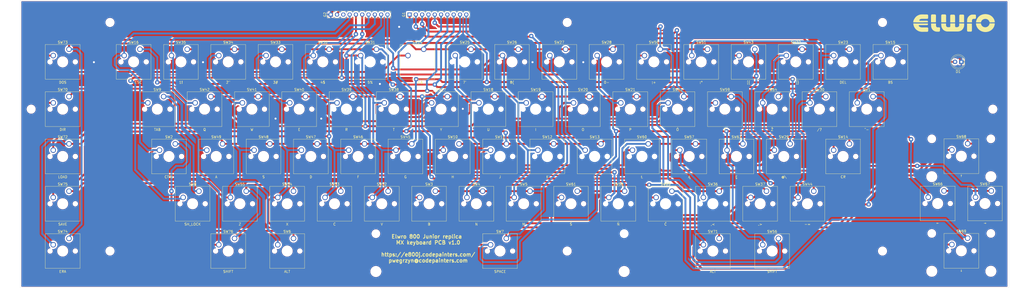
<source format=kicad_pcb>
(kicad_pcb (version 20241229) (generator "pcbnew") (generator_version "9.0")
  (layers (0 "F.Cu" signal) (2 "B.Cu" signal) (13 "F.Paste" user) (15 "B.Paste" user) (5 "F.SilkS" user "F.Silkscreen") (7 "B.SilkS" user "B.Silkscreen") (1 "F.Mask" user) (3 "B.Mask" user) (25 "Edge.Cuts" user))
  (net 0 "")
  (net 1 "/KL6")
  (net 2 "/KA15")
  (net 3 "/KL5")
  (net 4 "/KL4")
  (net 5 "/KL3")
  (net 6 "/KL2")
  (net 7 "/KL1")
  (net 8 "/KL0")
  (net 9 "/KA14")
  (net 10 "/KA13")
  (net 11 "/KA12")
  (net 12 "/KA11")
  (net 13 "/KA10")
  (net 14 "/KA9")
  (net 15 "/KA8")
  (net 16 "/KA7")
  (net 17 "/KA2")
  (net 18 "Net-(D1-A)")
  (net 19 "GND")
  (footprint "cherry:SW_Cherry_MX_1.00u_PCB" (layer "F.Cu") (at 434.34 140.97)
    (property "Reference" "SW30")
    (property "Value" "/?")
  )
  (footprint "cherry:SW_Cherry_MX_1.00u_PCB" (layer "F.Cu") (at 286.639 160.02)
    (property "Reference" "SW10")
    (property "Value" "H")
  )
  (footprint "cherry:SW_Cherry_MX_1.00u_PCB" (layer "F.Cu") (at 267.589 160.02)
    (property "Reference" "SW45")
    (property "Value" "G")
  )
  (footprint "cherry:SW_Cherry_MX_1.00u_PCB" (layer "F.Cu") (at 481.965 178.9745)
    (property "Reference" "SW66")
    (property "Value" "←")
  )
  (footprint "cherry:SW_Cherry_MX_1.00u_PCB" (layer "F.Cu") (at 177.165 121.92)
    (property "Reference" "SW35")
    (property "Value" "1!")
  )
  (footprint "cherry:SW_Cherry_MX_1.00u_PCB" (layer "F.Cu") (at 129.54 198.12)
    (property "Reference" "SW74")
    (property "Value" "ERA")
  )
  (footprint "cherry:SW_Cherry_MX_1.00u_PCB" (layer "F.Cu") (at 391.414 198.12)
    (property "Reference" "SW71")
    (property "Value" "ALT")
  )
  (footprint "cherry:SW_Cherry_MX_1.00u_PCB" (layer "F.Cu") (at 219.964 198.12)
    (property "Reference" "SW6")
    (property "Value" "ALT")
  )
  (footprint "cherry:SW_Cherry_MX_1.00u_PCB" (layer "F.Cu") (at 129.54 121.92)
    (property "Reference" "SW73")
    (property "Value" "DOS")
  )
  (footprint "cherry:SW_Cherry_MX_1.00u_PCB" (layer "F.Cu") (at 329.565 121.92)
    (property "Reference" "SW27")
    (property "Value" "9)")
  )
  (footprint "cherry:SW_Cherry_MX_1.00u_PCB" (layer "F.Cu") (at 462.915 121.92)
    (property "Reference" "SW15")
    (property "Value" "BS")
  )
  (footprint "cherry:SW_Cherry_MX_1.00u_PCB" (layer "F.Cu") (at 239.014 179.07)
    (property "Reference" "SW53")
    (property "Value" "C")
  )
  (footprint "cherry:SW_Cherry_MX_1.00u_PCB" (layer "F.Cu") (at 277.114 179.07)
    (property "Reference" "SW3")
    (property "Value" "B")
  )
  (footprint "cherry:SW_Cherry_MX_1.50u_PCB" (layer "F.Cu") (at 196.215 198.12)
    (property "Reference" "SW76")
    (property "Value" "SHIFT")
  )
  (footprint "MountingHole:MountingHole_3.2mm_M3_DIN965" (layer "F.Cu") (at 146.05 111.125)
    (property "Reference" "MH1" (hide yes))
    (property "Value" "MountingHole_3.2mm_M3_DIN965" (hide yes))
  )
  (footprint "cherry:SW_Cherry_MX_1.00u_PCB" (layer "F.Cu") (at 391.414 179.07)
    (property "Reference" "SW36")
    (property "Value" ",<")
  )
  (footprint "cherry:SW_Cherry_MX_1.00u_PCB" (layer "F.Cu") (at 443.865 121.92)
    (property "Reference" "SW23")
    (property "Value" "DEL")
  )
  (footprint "cherry:SW_Cherry_MX_1.00u_PCB" (layer "F.Cu") (at 224.79 140.97)
    (property "Reference" "SW40")
    (property "Value" "E")
  )
  (footprint "cherry:SW_Cherry_MX_1.00u_PCB" (layer "F.Cu") (at 453.39 140.97)
    (property "Reference" "SW1")
    (property "Value" "^-")
  )
  (footprint "cherry:SW_Cherry_MX_1.00u_PCB" (layer "F.Cu") (at 158.115 121.92)
    (property "Reference" "SW16")
    (property "Value" "ESC")
  )
  (footprint "cherry:SW_Cherry_MX_1.00u_PCB" (layer "F.Cu") (at 229.489 160.02)
    (property "Reference" "SW47")
    (property "Value" "D")
  )
  (footprint "cherry:SW_Cherry_MX_1.00u_PCB" (layer "F.Cu") (at 339.09 140.97)
    (property "Reference" "SW20")
    (property "Value" "O")
  )
  (footprint "MountingHole:MountingHole_3.2mm_M3_DIN965" (layer "F.Cu") (at 146.05 203.2)
    (property "Reference" "MH6" (hide yes))
    (property "Value" "MountingHole_3.2mm_M3_DIN965")
  )
  (footprint "cherry:SW_Cherry_MX_1.00u_PCB" (layer "F.Cu") (at 381.889 160.02)
    (property "Reference" "SW57")
    (property "Value" "Ą")
  )
  (footprint "cherry:SW_Cherry_MX_1.00u_PCB" (layer "F.Cu") (at 424.815 121.92)
    (property "Reference" "SW22")
    (property "Value" "]}")
  )
  (footprint "cherry:SW_Cherry_MX_1.00u_PCB" (layer "F.Cu") (at 181.864 179.07)
    (property "Reference" "SW8")
    (property "Value" "SH_LOCK")
  )
  (footprint "cherry:SW_Cherry_MX_1.00u_PCB" (layer "F.Cu") (at 219.964 179.07)
    (property "Reference" "SW54")
    (property "Value" "X")
  )
  (footprint "cherry:SW_Cherry_MX_1.00u_PCB" (layer "F.Cu") (at 167.64 140.97)
    (property "Reference" "SW9")
    (property "Value" "TAB")
  )
  (footprint "cherry:SW_Cherry_MX_1.00u_PCB" (layer "F.Cu") (at 501.015 178.9745)
    (property "Reference" "SW67")
    (property "Value" "→")
  )
  (footprint "cherry:SW_Cherry_MX_1.00u_PCB" (layer "F.Cu") (at 377.19 140.97)
    (property "Reference" "SW62")
    (property "Value" "Ó")
  )
  (footprint "cherry:SW_Cherry_MX_1.00u_PCB" (layer "F.Cu") (at 243.84 140.97)
    (property "Reference" "SW39")
    (property "Value" "R")
  )
  (footprint "cherry:SW_Cherry_MX_1.00u_PCB" (layer "F.Cu") (at 372.364 179.07)
    (property "Reference" "SW65")
    (property "Value" "Ć")
  )
  (footprint "cherry:SW_Cherry_MX_1.00u_PCB" (layer "F.Cu") (at 305.689 160.02)
    (property "Reference" "SW11")
    (property "Value" "J")
  )
  (footprint "cherry:SW_Cherry_MX_1.00u_PCB" (layer "F.Cu") (at 405.765 121.92)
    (property "Reference" "SW43")
    (property "Value" "[{")
  )
  (footprint "cherry:SW_Cherry_MX_1.00u_PCB" (layer "F.Cu") (at 358.14 140.97)
    (property "Reference" "SW21")
    (property "Value" "P")
  )
  (footprint "cherry:SW_Cherry_MX_1.00u_PCB" (layer "F.Cu") (at 129.54 140.97)
    (property "Reference" "SW70")
    (property "Value" "DIR")
  )
  (footprint "cherry:SW_Cherry_MX_1.00u_PCB" (layer "F.Cu") (at 324.739 160.02)
    (property "Reference" "SW12")
    (property "Value" "K")
  )
  (footprint "cherry:SW_Cherry_MX_1.00u_PCB" (layer "F.Cu") (at 400.939 160.02)
    (property "Reference" "SW63")
    (property "Value" "Ę")
  )
  (footprint "cherry:SW_Cherry_MX_1.00u_PCB" (layer "F.Cu") (at 191.389 160.02)
    (property "Reference" "SW49")
    (property "Value" "A")
  )
  (footprint "cherry:SW_Cherry_MX_1.00u_PCB" (layer "F.Cu") (at 320.04 140.97)
    (property "Reference" "SW19")
    (property "Value" "I")
  )
  (footprint "cherry:SW_Cherry_MX_1.00u_PCB" (layer "F.Cu") (at 129.54 160.02)
    (property "Reference" "SW72")
    (property "Value" "LOAD")
  )
  (footprint "MountingHole:MountingHole_3.2mm_M3_DIN965" (layer "F.Cu") (at 501.65 146.05)
    (property "Reference" "MH5" (hide yes))
    (property "Value" "MountingHole_3.2mm_M3_DIN965")
  )
  (footprint "MountingHole:MountingHole_3.2mm_M3_DIN965" (layer "F.Cu") (at 457.2 111.125)
    (property "Reference" "MH3" (hide yes))
    (property "Value" "MountingHole_3.2mm_M3_DIN965")
  )
  (footprint "cherry:SW_Cherry_MX_1.00u_PCB" (layer "F.Cu") (at 172.339 160.02)
    (property "Reference" "SW2")
    (property "Value" "CTRL")
  )
  (footprint "cherry:SW_Cherry_MX_1.00u_PCB" (layer "F.Cu") (at 258.064 179.07)
    (property "Reference" "SW52")
    (property "Value" "V")
  )
  (footprint "cherry:SW_Cherry_MX_1.00u_PCB" (layer "F.Cu") (at 410.464 179.07)
    (property "Reference" "SW37")
    (property "Value" ".>")
  )
  (footprint "cherry:SW_Cherry_MX_1.00u_PCB" (layer "F.Cu") (at 386.715 121.92)
    (property "Reference" "SW51")
    (property "Value" ":*")
  )
  (footprint "cherry:SW_Cherry_MX_1.00u_PCB" (layer "F.Cu") (at 396.24 140.97)
    (property "Reference" "SW59")
    (property "Value" "Ź")
  )
  (footprint "Connector_PinHeader_2.54mm:PinHeader_1x10_P2.54mm_Vertical" (layer "F.Cu") (at 266.7 107.95 90)
    (property "Reference" "G1")
    (property "Value" "Conn_01x10_Socket" (hide yes))
  )
  (footprint "cherry:SW_Cherry_MX_2.00u_PCB" (layer "F.Cu") (at 491.49 159.9245)
    (property "Reference" "SW68")
    (property "Value" "↑")
  )
  (footprint "cherry:SW_Cherry_MX_1.00u_PCB" (layer "F.Cu") (at 367.665 121.92)
    (property "Reference" "SW50")
    (property "Value" ";+")
  )
  (footprint "cherry:SW_Cherry_MX_1.00u_PCB" (layer "F.Cu") (at 215.265 121.92)
    (property "Reference" "SW33")
    (property "Value" "3#")
  )
  (footprint "cherry:SW_Cherry_MX_1.00u_PCB" (layer "F.Cu") (at 343.789 160.02)
    (property "Reference" "SW13")
    (property "Value" "L")
  )
  (footprint "cherry:SW_Cherry_MX_1.00u_PCB" (layer "F.Cu") (at 315.214 179.07)
    (property "Reference" "SW5")
    (property "Value" "M")
  )
  (footprint "MountingHole:MountingHole_3.2mm_M3_DIN965" (layer "F.Cu") (at 330.2 111.125)
    (property "Reference" "MH2" (hide yes))
    (property "Value" "MountingHole_3.2mm_M3_DIN965")
  )
  (footprint "cherry:SW_Cherry_MX_1.00u_PCB" (layer "F.Cu") (at 415.29 140.97)
    (property "Reference" "SW64")
    (property "Value" "Ż")
  )
  (footprint "cherry:SW_Cherry_MX_1.00u_PCB" (layer "F.Cu") (at 419.989 160.02)
    (property "Reference" "SW29")
    (property "Value" "@\\")
  )
  (footprint "cherry:SW_Cherry_MX_1.00u_PCB" (layer "F.Cu") (at 353.314 179.07)
    (property "Reference" "SW58")
    (property "Value" "Ń")
  )
  (footprint "cherry:SW_Cherry_MX_1.00u_PCB" (layer "F.Cu") (at 262.89 140.97)
    (property "Reference" "SW38")
    (property "Value" "T")
  )
  (footprint "cherry:SW_Cherry_MX_1.00u_PCB" (layer "F.Cu") (at 300.99 140.97)
    (property "Reference" "SW18")
    (property "Value" "U")
  )
  (footprint "cherry:SW_Cherry_MX_1.00u_PCB" (layer "F.Cu") (at 429.514 179.07)
    (property "Reference" "SW44")
    (property "Value" "-=")
  )
  (footprint "cherry:SW_Cherry_MX_1.00u_PCB" (layer "F.Cu") (at 253.365 121.92)
    (property "Reference" "SW31")
    (property "Value" "5%")
  )
  (footprint "cherry:SW_Cherry_MX_1.50u_PCB" (layer "F.Cu") (at 443.865 160.02)
    (property "Reference" "SW14")
    (property "Value" "CR")
  )
  (footprint "cherry:SW_Cherry_MX_1.00u_PCB" (layer "F.Cu") (at 362.839 160.02)
    (property "Reference" "SW60")
    (property "Value" "Ł")
  )
  (footprint "cherry:SW_Cherry_MX_1.00u_PCB" (layer "F.Cu") (at 234.315 121.92)
    (property "Reference" "SW32")
    (property "Value" "4$")
  )
  (footprint "cherry:SW_Cherry_MX_1.00u_PCB" (layer "F.Cu") (at 205.74 140.97)
    (property "Reference" "SW41")
    (property "Value" "W")
  )
  (footprint "cherry:SW_Cherry_MX_1.00u_PCB" (layer "F.Cu") (at 196.215 121.92)
    (property "Reference" "SW34")
    (property "Value" "2\"")
  )
  (footprint "cherry:SW_Cherry_MX_1.00u_PCB" (layer "F.Cu") (at 415.29 198.12)
    (property "Reference" "SW56")
    (property "Value" "SHIFT")
  )
  (footprint "MountingHole:MountingHole_3.2mm_M3_DIN965" (layer "F.Cu") (at 114.3 146.05)
    (property "Reference" "MH4" (hide yes))
    (property "Value" "MountingHole_3.2mm_M3_DIN965")
  )
  (footprint "cherry:SW_Cherry_MX_1.00u_PCB" (layer "F.Cu") (at 186.69 140.97)
    (property "Reference" "SW42")
    (property "Value" "Q")
  )
  (footprint "cherry:SW_Cherry_MX_1.00u_PCB" (layer "F.Cu") (at 310.515 121.92)
    (property "Reference" "SW26")
    (property "Value" "8(")
  )
  (footprint "cherry:SW_Cherry_MX_1.00u_PCB" (layer "F.Cu") (at 248.539 160.02)
    (property "Reference" "SW46")
    (property "Value" "F")
  )
  (footprint "MountingHole:MountingHole_3.2mm_M3_DIN965" (layer "F.Cu") (at 457.2 203.2)
    (property "Reference" "MH8" (hide yes))
    (property "Value" "MountingHole_3.2mm_M3_DIN965")
  )
  (footprint "cherry:SW_Cherry_MX_1.00u_PCB" (layer "F.Cu") (at 272.415 121.92)
    (property "Reference" "SW24")
    (property "Value" "6&")
  )
  (footprint "cherry:SW_Cherry_MX_1.00u_PCB" (layer "F.Cu") (at 334.264 179.07)
    (property "Reference" "SW61")
    (property "Value" "Ś")
  )
  (footprint "cherry:SW_Cherry_MX_1.00u_PCB" (layer "F.Cu") (at 210.439 160.02)
    (property "Reference" "SW48")
    (property "Value" "S")
  )
  (footprint "cherry:SW_Cherry_MX_1.00u_PCB" (layer "F.Cu") (at 129.54 179.07)
    (property "Reference" "SW75")
    (property "Value" "SAVE")
  )
  (footprint "LED_THT:LED_D5.0mm" (layer "F.Cu") (at 488.95 127 180)
    (property "Reference" "D1")
    (property "Value" "LED")
  )
  (footprint "cherry:SW_Cherry_MX_2.00u_PCB" (layer "F.Cu") (at 491.49 198.0245)
    (property "Reference" "SW69")
    (property "Value" "↓")
  )
  (footprint "Connector_PinHeader_2.54mm:PinHeader_1x10_P2.54mm_Vertical" (layer "F.Cu") (at 234.95 107.95 90)
    (property "Reference" "G2")
    (property "Value" "Conn_01x10_Socket" (hide yes))
  )
  (footprint "cherry:SW_Cherry_MX_6.25u_PCB" (layer "F.Cu") (at 305.689 198.12)
    (property "Reference" "SW7")
    (property "Value" "SPACE")
  )
  (footprint "MountingHole:MountingHole_3.2mm_M3_DIN965" (layer "F.Cu") (at 330.2 203.2)
    (property "Reference" "MH7" (hide yes))
    (property "Value" "MountingHole_3.2mm_M3_DIN965")
  )
  (footprint "cherry:SW_Cherry_MX_1.00u_PCB" (layer "F.Cu") (at 348.615 121.92)
    (property "Reference" "SW28")
    (property "Value" "0-")
  )
  (footprint "cherry:SW_Cherry_MX_1.00u_PCB" (layer "F.Cu") (at 281.94 140.97)
    (property "Reference" "SW17")
    (property "Value" "Y")
  )
  (footprint "cherry:SW_Cherry_MX_1.00u_PCB" (layer "F.Cu") (at 291.465 121.92)
    (property "Reference" "SW25")
    (property "Value" "7'")
  )
  (footprint "cherry:SW_Cherry_MX_1.00u_PCB" (layer "F.Cu") (at 296.164 179.07)
    (property "Reference" "SW4")
    (property "Value" "N")
  )
  (footprint "cherry:SW_Cherry_MX_1.00u_PCB" (layer "F.Cu") (at 200.914 179.07)
    (property "Reference" "SW55")
    (property "Value" "Z")
  )
  (gr_poly (pts (xy 496.778909 111.478269) (xy 496.790917 111.478446) (xy 496.801409 111.478926) (xy 496.806134 111.479328) (xy 496.810536 111.479862) (xy 496.814635 111.480547) (xy 496.818449 111.481404) (xy 496.821998 111.48245) (xy 496.8253 111.483704) (xy 496.828375 111.485186) (xy 496.831241 111.486915) (xy 496.833918 111.488909) (xy 496.836424 111.491188) (xy 496.838778 111.493769) (xy 496.841 111.496673) (xy 496.843108 111.499919) (xy 496.845121 111.503525) (xy 496.847058 111.507509) (xy 496.848938 111.511893) (xy 496.850781 111.516693) (xy 496.852604 111.521929) (xy 496.85627 111.533786) (xy 496.860088 111.547614) (xy 496.868785 111.581794) (xy 496.888352 111.669064) (xy 496.908829 111.755727) (xy 496.931127 111.841177) (xy 496.956155 111.924806) (xy 496.969977 111.965748) (xy 496.984823 112.006008) (xy 497.000807 112.04551) (xy 497.018043 112.084177) (xy 497.036644 112.121934) (xy 497.056723 112.158705) (xy 497.078396 112.194414) (xy 497.101775 112.228986) (xy 497.141522 112.291165) (xy 497.183128 112.351447) (xy 497.22663 112.409757) (xy 497.272066 112.46602) (xy 497.319474 112.520159) (xy 497.368892 112.572099) (xy 497.420358 112.621763) (xy 497.473909 112.669076) (xy 497.529584 112.713963) (xy 497.587421 112.756346) (xy 497.647457 112.796151) (xy 497.70973 112.833301) (xy 497.774279 112.867721) (xy 497.841141 112.899335) (xy 497.910354 112.928067) (xy 497.981956 112.953841) (xy 498.054474 112.976884) (xy 498.126462 112.997425) (xy 498.197994 113.015387) (xy 498.269147 113.030695) (xy 498.339997 113.043272) (xy 498.410619 113.053043) (xy 498.481089 113.059932) (xy 498.551484 113.063863) (xy 498.621879 113.064761) (xy 498.692349 113.062549) (xy 498.762971 113.057151) (xy 498.833821 113.048493) (xy 498.904974 113.036497) (xy 498.976506 113.021088) (xy 499.048494 113.002191) (xy 499.121012 112.979729) (xy 499.198574 112.949392) (xy 499.275529 112.916628) (xy 499.351271 112.881437) (xy 499.425192 112.843819) (xy 499.461281 112.8241) (xy 499.496687 112.803774) (xy 499.531335 112.782841) (xy 499.565148 112.761302) (xy 499.598052 112.739156) (xy 499.629969 112.716403) (xy 499.660825 112.693043) (xy 499.690543 112.669077) (xy 499.74757 112.619634) (xy 499.802132 112.568408) (xy 499.854192 112.515438) (xy 499.90371 112.460762) (xy 499.950651 112.404417) (xy 499.994974 112.346442) (xy 500.036643 112.286873) (xy 500.07562 112.22575) (xy 500.111866 112.16311) (xy 500.145345 112.098992) (xy 500.176017 112.033432) (xy 500.203844 111.966469) (xy 500.22879 111.898141) (xy 500.250816 111.828486) (xy 500.269884 111.757541) (xy 500.285956 111.685345) (xy 500.285956 111.581794) (xy 500.294704 111.547614) (xy 500.298642 111.533786) (xy 500.302542 111.521929) (xy 500.304537 111.516693) (xy 500.306594 111.511893) (xy 500.308736 111.507509) (xy 500.310987 111.503525) (xy 500.31337 111.499919) (xy 500.31591 111.496673) (xy 500.31863 111.493769) (xy 500.321554 111.491188) (xy 500.324706 111.488909) (xy 500.328108 111.486915) (xy 500.331786 111.485186) (xy 500.335762 111.483704) (xy 500.34006 111.48245) (xy 500.344705 111.481404) (xy 500.349719 111.480547) (xy 500.355126 111.479862) (xy 500.367216 111.478926) (xy 500.381165 111.478446) (xy 500.415393 111.478244) (xy 502.201647 111.478244) (xy 502.225025 111.487357) (xy 502.246697 111.495334) (xy 502.266776 111.502248) (xy 502.285377 111.508176) (xy 502.302612 111.513195) (xy 502.318596 111.517379) (xy 502.333443 111.520804) (xy 502.347265 111.523547) (xy 502.360177 111.525683) (xy 502.372294 111.527289) (xy 502.394592 111.52921) (xy 502.415069 111.529918) (xy 502.434637 111.530019) (xy 502.434232 111.603233) (xy 502.433272 111.636957) (xy 502.431401 111.669165) (xy 502.430029 111.684795) (xy 502.428316 111.70016) (xy 502.426224 111.715297) (xy 502.423715 111.730244) (xy 502.420751 111.74504) (xy 502.417294 111.759722) (xy 502.413305 111.774328) (xy 502.408748 111.788896) (xy 502.369107 112.00611) (xy 502.34777 112.116082) (xy 502.324612 112.22575) (xy 502.299028 112.334206) (xy 502.270411 112.440537) (xy 502.254774 112.492622) (xy 502.238152 112.543835) (xy 502.220468 112.594062) (xy 502.201647 112.643189) (xy 502.151843 112.759582) (xy 502.099309 112.875369) (xy 502.043741 112.989942) (xy 501.984836 113.102695) (xy 501.922291 113.213021) (xy 501.889559 113.267084) (xy 501.855802 113.320313) (xy 501.820984 113.372632) (xy 501.785066 113.423965) (xy 501.748011 113.474236) (xy 501.70978 113.52337) (xy 501.650629 113.599832) (xy 501.589695 113.673943) (xy 501.527018 113.745779) (xy 501.462633 113.815415) (xy 501.396581 113.882928) (xy 501.328897 113.948393) (xy 501.259622 114.011886) (xy 501.188791 114.073483) (xy 501.116443 114.13326) (xy 501.042617 114.191292) (xy 500.967349 114.247656) (xy 500.890679 114.302427) (xy 500.812643 114.355681) (xy 500.73328 114.407495) (xy 500.652628 114.457943) (xy 500.570724 114.507101) (xy 500.44442 114.57263) (xy 500.317509 114.633304) (xy 500.189385 114.689124) (xy 500.059441 114.740091) (xy 499.993596 114.763754) (xy 499.927069 114.786203) (xy 499.859784 114.807439) (xy 499.791664 114.827462) (xy 499.722634 114.846271) (xy 499.652619 114.863866) (xy 499.581541 114.880248) (xy 499.509326 114.895417) (xy 499.372304 114.922113) (xy 499.233462 114.943956) (xy 499.093406 114.960945) (xy 498.952743 114.97308) (xy 498.81208 114.980361) (xy 498.672023 114.982788) (xy 498.53318 114.980361) (xy 498.396157 114.97308) (xy 498.271117 114.962108) (xy 498.148202 114.948406) (xy 498.027106 114.93167) (xy 497.907528 114.911596) (xy 497.789162 114.887883) (xy 497.671707 114.860226) (xy 497.554859 114.828321) (xy 497.438314 114.791866) (xy 497.370358 114.771287) (xy 497.302403 114.748585) (xy 497.234448 114.724063) (xy 497.166492 114.698023) (xy 497.098537 114.67077) (xy 497.030582 114.642607) (xy 496.894671 114.584764) (xy 496.886076 114.584714) (xy 496.882499 114.584594) (xy 496.879301 114.58436) (xy 496.876406 114.583974) (xy 496.875049 114.583713) (xy 496.873739 114.583399) (xy 496.872467 114.583029) (xy 496.871224 114.582597) (xy 496.869999 114.582098) (xy 496.868784 114.581528) (xy 496.867569 114.580883) (xy 496.866345 114.580157) (xy 496.865101 114.579346) (xy 496.863829 114.578444) (xy 496.861162 114.576352) (xy 496.858267 114.573843) (xy 496.855069 114.570879) (xy 496.851492 114.567422) (xy 496.842896 114.558877) (xy 496.670632 114.45927) (xy 496.586414 114.407457) (xy 496.503525 114.354202) (xy 496.422 114.299431) (xy 496.341878 114.243067) (xy 496.263198 114.185035) (xy 496.185996 114.125258) (xy 496.110311 114.063661) (xy 496.036181 114.000168) (xy 495.963643 113.934703) (xy 495.892737 113.867191) (xy 495.823498 113.797554) (xy 495.755966 113.725719) (xy 495.690179 113.651608) (xy 495.626174 113.575146) (xy 495.59279 113.536011) (xy 495.560545 113.496269) (xy 495.529361 113.455921) (xy 495.499163 113.414965) (xy 495.469875 113.373404) (xy 495.441422 113.331235) (xy 495.413727 113.28846) (xy 495.386714 113.245078) (xy 495.334433 113.156493) (xy 495.283973 113.065482) (xy 495.234725 112.972043) (xy 495.186084 112.876178) (xy 495.129203 112.749925) (xy 495.075658 112.623368) (xy 495.02636 112.496205) (xy 495.003588 112.432302) (xy 494.98222 112.368132) (xy 494.962368 112.30366) (xy 494.944146 112.238846) (xy 494.92767 112.173652) (xy 494.913051 112.108042) (xy 494.900404 112.041977) (xy 494.889844 111.975418) (xy 494.881482 111.908329) (xy 494.875434 111.840671) (xy 494.849546 111.555906) (xy 494.849546 111.478244) (xy 496.765232 111.478244)) (stroke (width -0.000001)) (fill yes) (layer "F.SilkS"))
  (gr_poly (pts (xy 486.346461 111.478553) (xy 486.359246 111.479508) (xy 486.36521 111.480239) (xy 486.370894 111.481145) (xy 486.376304 111.482231) (xy 486.381443 111.483502) (xy 486.386316 111.484963) (xy 486.390929 111.486618) (xy 486.395286 111.488472) (xy 486.399392 111.49053) (xy 486.403251 111.492797) (xy 486.406868 111.495277) (xy 486.410249 111.497975) (xy 486.413397 111.500895) (xy 486.416318 111.504044) (xy 486.419016 111.507424) (xy 486.421495 111.511042) (xy 486.423762 111.514901) (xy 486.42582 111.519007) (xy 486.427674 111.523364) (xy 486.429329 111.527977) (xy 486.43079 111.53285) (xy 486.432061 111.537989) (xy 486.433147 111.543399) (xy 486.434054 111.549083) (xy 486.434784 111.555047) (xy 486.435739 111.567833) (xy 486.436048 111.581794) (xy 486.436048 112.099548) (xy 486.436453 112.255278) (xy 486.437414 112.333902) (xy 486.439285 112.413436) (xy 486.442369 112.494183) (xy 486.446971 112.576447) (xy 486.453393 112.660532) (xy 486.461938 112.74674) (xy 486.462314 112.761149) (xy 486.46343 112.77525) (xy 486.465266 112.789039) (xy 486.467804 112.802509) (xy 486.471024 112.815658) (xy 486.474908 112.828479) (xy 486.479436 112.840969) (xy 486.48459 112.853122) (xy 486.490351 112.864934) (xy 486.4967 112.876399) (xy 486.503617 112.887514) (xy 486.511085 112.898274) (xy 486.519083 112.908673) (xy 486.527593 112.918707) (xy 486.536596 112.928371) (xy 486.546073 112.937661) (xy 486.556005 112.946572) (xy 486.566374 112.955099) (xy 486.577159 112.963237) (xy 486.588343 112.970981) (xy 486.599906 112.978328) (xy 486.611829 112.985271) (xy 486.63668 112.997931) (xy 486.662744 113.008922) (xy 486.689871 113.018206) (xy 486.717907 113.025746) (xy 486.746702 113.031504) (xy 487.092949 113.037976) (xy 487.177236 113.03656) (xy 487.218829 113.034563) (xy 487.260005 113.031504) (xy 487.300727 113.027231) (xy 487.340955 113.021594) (xy 487.380653 113.014439) (xy 487.419781 113.005616) (xy 487.472264 112.994404) (xy 487.522927 112.980234) (xy 487.57177 112.963182) (xy 487.618792 112.943324) (xy 487.663995 112.920735) (xy 487.707377 112.895492) (xy 487.748939 112.867671) (xy 487.78868 112.837346) (xy 487.826602 112.804595) (xy 487.862703 112.769492) (xy 487.896984 112.732115) (xy 487.929445 112.692537) (xy 487.960086 112.650836) (xy 487.988906 112.607088) (xy 488.015906 112.561367) (xy 488.041086 112.513751) (xy 488.054466 112.480064) (xy 488.065608 112.446908) (xy 488.074703 112.414207) (xy 488.08194 112.381885) (xy 488.087508 112.349867) (xy 488.091597 112.318076) (xy 488.094397 112.286437) (xy 488.096097 112.254874) (xy 488.096887 112.22331) (xy 488.096957 112.191671) (xy 488.095693 112.127862) (xy 488.093822 112.06284) (xy 488.092861 111.995997) (xy 488.092861 111.607682) (xy 488.093063 111.580935) (xy 488.093544 111.569287) (xy 488.094479 111.558738) (xy 488.095165 111.553864) (xy 488.096021 111.549251) (xy 488.097067 111.544894) (xy 488.098322 111.540789) (xy 488.099804 111.536929) (xy 488.101532 111.533312) (xy 488.103527 111.529931) (xy 488.105805 111.526783) (xy 488.108387 111.523862) (xy 488.111291 111.521164) (xy 488.114536 111.518684) (xy 488.118142 111.516418) (xy 488.122127 111.51436) (xy 488.12651 111.512505) (xy 488.13131 111.51085) (xy 488.136547 111.50939) (xy 488.142238 111.508118) (xy 488.148403 111.507032) (xy 488.155062 111.506126) (xy 488.162232 111.505395) (xy 488.178184 111.504441) (xy 488.196412 111.504131) (xy 489.982662 111.504131) (xy 489.996623 111.504441) (xy 490.009409 111.505395) (xy 490.015373 111.506126) (xy 490.021057 111.507032) (xy 490.026466 111.508118) (xy 490.031606 111.50939) (xy 490.036479 111.51085) (xy 490.041092 111.512505) (xy 490.045449 111.51436) (xy 490.049555 111.516418) (xy 490.053415 111.518684) (xy 490.057032 111.521164) (xy 490.060413 111.523862) (xy 490.063561 111.526783) (xy 490.066482 111.529931) (xy 490.06918 111.533312) (xy 490.07166 111.536929) (xy 490.073927 111.540789) (xy 490.075985 111.544894) (xy 490.07784 111.549251) (xy 490.079495 111.553864) (xy 490.080956 111.558738) (xy 490.082227 111.563877) (xy 490.083313 111.569287) (xy 490.08422 111.574971) (xy 490.084951 111.580935) (xy 490.085905 111.593721) (xy 490.086215 111.607682) (xy 490.092685 112.099548) (xy 490.091269 112.220997) (xy 490.086212 112.343054) (xy 490.081939 112.404499) (xy 490.076301 112.466324) (xy 490.069147 112.528603) (xy 490.060324 112.591414) (xy 490.039644 112.688492) (xy 490.016234 112.785571) (xy 489.98979 112.88265) (xy 489.960008 112.979728) (xy 489.926587 113.076807) (xy 489.889222 113.173886) (xy 489.84761 113.270965) (xy 489.825116 113.319505) (xy 489.801447 113.368044) (xy 489.776577 113.41628) (xy 489.750531 113.463909) (xy 489.723348 113.510932) (xy 489.695065 113.557347) (xy 489.66572 113.603156) (xy 489.635352 113.648359) (xy 489.603997 113.692954) (xy 489.571694 113.736943) (xy 489.538481 113.780325) (xy 489.504396 113.8231) (xy 489.469477 113.865269) (xy 489.433761 113.906831) (xy 489.360092 113.988134) (xy 489.283693 114.067011) (xy 489.244559 114.105236) (xy 489.204817 114.142247) (xy 489.164469 114.178045) (xy 489.123514 114.212629) (xy 489.081953 114.246) (xy 489.039784 114.278157) (xy 488.997009 114.309101) (xy 488.953627 114.338831) (xy 488.909638 114.367348) (xy 488.865042 114.394652) (xy 488.81984 114.420742) (xy 488.774031 114.445618) (xy 488.727615 114.469281) (xy 488.680592 114.491731) (xy 488.632963 114.512967) (xy 488.584727 114.532989) (xy 488.521619 114.560918) (xy 488.458474 114.586534) (xy 488.395252 114.609951) (xy 488.331917 114.631282) (xy 488.26843 114.650641) (xy 488.204754 114.668141) (xy 488.14085 114.683898) (xy 488.076681 114.698023) (xy 488.012208 114.710632) (xy 487.947394 114.721838) (xy 487.81659 114.740495) (xy 487.683966 114.754905) (xy 487.549219 114.765978) (xy 483.355416 114.765978) (xy 483.263791 114.764171) (xy 483.173342 114.758798) (xy 483.084031 114.749938) (xy 482.99582 114.737664) (xy 482.90867 114.722053) (xy 482.822544 114.703181) (xy 482.737404 114.681123) (xy 482.653212 114.655956) (xy 482.569931 114.627755) (xy 482.487521 114.596596) (xy 482.405946 114.562555) (xy 482.325167 114.525708) (xy 482.245146 114.486131) (xy 482.165846 114.443899) (xy 482.087229 114.399089) (xy 482.009256 114.351775) (xy 481.923699 114.292321) (xy 481.841745 114.230477) (xy 481.763355 114.166283) (xy 481.688492 114.099775) (xy 481.617117 114.030992) (xy 481.549194 113.959971) (xy 481.484683 113.886751) (xy 481.423548 113.81137) (xy 481.365749 113.733865) (xy 481.31125 113.654274) (xy 481.260011 113.572636) (xy 481.211997 113.488988) (xy 481.167167 113.403368) (xy 481.125485 113.315813) (xy 481.086913 113.226363) (xy 481.051412 113.135055) (xy 481.014957 113.028268) (xy 480.983053 112.921481) (xy 480.955395 112.814695) (xy 480.931682 112.707908) (xy 480.911609 112.601121) (xy 480.894873 112.494335) (xy 480.881171 112.387548) (xy 480.8702 112.280762) (xy 480.869795 112.106424) (xy 480.866963 111.934514) (xy 480.863879 111.850227) (xy 480.859278 111.767457) (xy 480.852856 111.686508) (xy 480.844311 111.607682) (xy 480.84196 111.607607) (xy 480.83976 111.607385) (xy 480.837712 111.607021) (xy 480.835816 111.606519) (xy 480.834072 111.605885) (xy 480.832479 111.605122) (xy 480.831038 111.604237) (xy 480.829749 111.603233) (xy 480.828611 111.602115) (xy 480.827625 111.600888) (xy 480.826791 111.599557) (xy 480.826108 111.598126) (xy 480.825578 111.5966) (xy 480.825198 111.594985) (xy 480.824971 111.593284) (xy 480.824895 111.591502) (xy 480.824971 111.589645) (xy 480.825198 111.587716) (xy 480.825578 111.585721) (xy 480.826108 111.583665) (xy 480.826791 111.581552) (xy 480.827625 111.579386) (xy 480.828611 111.577173) (xy 480.829749 111.574918) (xy 480.831038 111.572624) (xy 480.832479 111.570298) (xy 480.834072 111.567943) (xy 480.835816 111.565564) (xy 480.837712 111.563166) (xy 480.83976 111.560754) (xy 480.84196 111.558333) (xy 480.844311 111.555906) (xy 480.947861 111.530019) (xy 482.785887 111.530019) (xy 482.785887 112.228986) (xy 482.786715 112.26751) (xy 482.78918 112.305404) (xy 482.793246 112.342644) (xy 482.798881 112.379205) (xy 482.806052 112.415066) (xy 482.814726 112.450201) (xy 482.824869 112.484587) (xy 482.836449 112.5182) (xy 482.849431 112.551017) (xy 482.863784 112.583014) (xy 482.879473 112.614167) (xy 482.896466 112.644453) (xy 482.914729 112.673848) (xy 482.934229 112.702327) (xy 482.954934 112.729868) (xy 482.976809 112.756447) (xy 482.999822 112.78204) (xy 483.023939 112.806624) (xy 483.049127 112.830174) (xy 483.075354 112.852667) (xy 483.102585 112.874079) (xy 483.130789 112.894386) (xy 483.159931 112.913566) (xy 483.189978 112.931594) (xy 483.220897 112.948446) (xy 483.252655 112.964099) (xy 483.318556 112.991712) (xy 483.387415 113.014244) (xy 483.422871 113.023545) (xy 483.458966 113.031504) (xy 483.473528 113.03577) (xy 483.48809 113.038937) (xy 483.502652 113.041117) (xy 483.517214 113.042426) (xy 483.531776 113.042975) (xy 483.546338 113.042881) (xy 483.5609 113.042255) (xy 483.575461 113.041212) (xy 483.633708 113.035145) (xy 483.662831 113.032566) (xy 483.677393 113.031789) (xy 483.691954 113.031504) (xy 484.183821 113.031504) (xy 484.208066 113.030594) (xy 484.232159 113.027864) (xy 484.255948 113.023313) (xy 484.279282 113.016942) (xy 484.30201 113.008751) (xy 484.323979 112.99874) (xy 484.345038 112.986909) (xy 484.355179 112.98031) (xy 484.365035 112.973257) (xy 484.374588 112.965748) (xy 484.383819 112.957785) (xy 484.392708 112.949366) (xy 484.401237 112.940493) (xy 484.409387 112.931164) (xy 484.417139 112.92138) (xy 484.424473 112.911142) (xy 484.431372 112.900448) (xy 484.437815 112.889299) (xy 484.443785 112.877695) (xy 484.449261 112.865636) (xy 484.454226 112.853122) (xy 484.458659 112.840153) (xy 484.462543 112.826729) (xy 484.465858 112.81285) (xy 484.468585 112.798516) (xy 484.494474 112.384313) (xy 484.494474 111.504131) (xy 484.572137 111.478244) (xy 486.3325 111.478244)) (stroke (width -0.000001)) (fill yes) (layer "F.SilkS"))
  (gr_poly (pts (xy 493.103145 111.556216) (xy 493.11593 111.557171) (xy 493.121894 111.557901) (xy 493.127578 111.558807) (xy 493.132988 111.559894) (xy 493.138127 111.561165) (xy 493.143 111.562626) (xy 493.147613 111.564281) (xy 493.15197 111.566135) (xy 493.156076 111.568193) (xy 493.159936 111.57046) (xy 493.163553 111.572939) (xy 493.166934 111.575637) (xy 493.170082 111.578558) (xy 493.173003 111.581706) (xy 493.175701 111.585087) (xy 493.178181 111.588705) (xy 493.180447 111.592564) (xy 493.182505 111.59667) (xy 493.18436 111.601027) (xy 493.186015 111.60564) (xy 493.187475 111.610513) (xy 493.188747 111.615652) (xy 493.189833 111.621062) (xy 493.190739 111.626746) (xy 493.19147 111.63271) (xy 493.192424 111.645496) (xy 493.192734 111.659457) (xy 493.192734 112.151323) (xy 493.201279 112.25816) (xy 493.207701 112.365301) (xy 493.212302 112.473048) (xy 493.215387 112.581706) (xy 493.218218 112.802965) (xy 493.218623 113.031504) (xy 493.218623 114.351775) (xy 493.218307 114.376039) (xy 493.217308 114.400264) (xy 493.215551 114.424414) (xy 493.21296 114.44845) (xy 493.209458 114.472334) (xy 493.204971 114.496029) (xy 493.199422 114.519496) (xy 493.192735 114.542697) (xy 493.184834 114.565596) (xy 493.175645 114.588153) (xy 493.16509 114.61033) (xy 493.153094 114.632091) (xy 493.139581 114.653396) (xy 493.124476 114.674209) (xy 493.107702 114.69449) (xy 493.089183 114.714203) (xy 493.079178 114.723898) (xy 493.068605 114.733517) (xy 493.0575 114.742985) (xy 493.045903 114.752225) (xy 493.03385 114.761162) (xy 493.02138 114.76972) (xy 493.008531 114.777822) (xy 492.995341 114.785394) (xy 492.981847 114.792359) (xy 492.968088 114.798641) (xy 492.954101 114.804165) (xy 492.939924 114.808855) (xy 492.925596 114.812634) (xy 492.911154 114.815428) (xy 492.903902 114.816431) (xy 492.896636 114.817159) (xy 492.88936 114.817603) (xy 492.88208 114.817754) (xy 491.768913 114.817754) (xy 491.726137 114.817128) (xy 491.685182 114.815175) (xy 491.646047 114.811781) (xy 491.608732 114.806832) (xy 491.573238 114.800215) (xy 491.539563 114.791815) (xy 491.507709 114.78152) (xy 491.477675 114.769214) (xy 491.449462 114.754785) (xy 491.423068 114.738119) (xy 491.398495 114.719101) (xy 491.375742 114.697619) (xy 491.354809 114.673557) (xy 491.335697 114.646804) (xy 491.318404 114.617244) (xy 491.302932 114.584764) (xy 491.293275 114.553416) (xy 491.283922 114.518427) (xy 491.275174 114.481011) (xy 491.267337 114.442382) (xy 491.260713 114.403753) (xy 491.255607 114.366337) (xy 491.253717 114.348464) (xy 491.25232 114.331348) (xy 491.251454 114.315143) (xy 491.251157 114.3) (xy 491.251157 111.659457) (xy 491.251359 111.63271) (xy 491.25184 111.621062) (xy 491.252775 111.610513) (xy 491.253461 111.60564) (xy 491.254317 111.601027) (xy 491.255363 111.59667) (xy 491.256618 111.592564) (xy 491.2581 111.588705) (xy 491.259828 111.585087) (xy 491.261822 111.581706) (xy 491.264101 111.578558) (xy 491.266683 111.575637) (xy 491.269587 111.572939) (xy 491.272832 111.57046) (xy 491.276438 111.568193) (xy 491.280423 111.566135) (xy 491.284806 111.564281) (xy 491.289606 111.562626) (xy 491.294842 111.561165) (xy 491.300534 111.559894) (xy 491.306699 111.558807) (xy 491.313358 111.557901) (xy 491.320528 111.557171) (xy 491.33648 111.556216) (xy 491.354708 111.555906) (xy 493.089183 111.555906)) (stroke (width -0.000001)) (fill yes) (layer "F.SilkS"))
  (gr_poly (pts (xy 485.961926 107.98493) (xy 486.005213 107.989525) (xy 486.047817 107.997229) (xy 486.089398 108.008081) (xy 486.129613 108.022118) (xy 486.168122 108.039379) (xy 486.18663 108.04923) (xy 486.204584 108.059901) (xy 486.22194 108.071396) (xy 486.238656 108.083722) (xy 486.25469 108.096881) (xy 486.269998 108.11088) (xy 486.284539 108.125722) (xy 486.298269 108.141413) (xy 486.311145 108.157957) (xy 486.323126 108.175359) (xy 486.334168 108.193623) (xy 486.344229 108.212756) (xy 486.353266 108.23276) (xy 486.361237 108.253641) (xy 486.368098 108.275404) (xy 486.373808 108.298053) (xy 486.378323 108.321594) (xy 486.381601 108.34603) (xy 486.383599 108.371367) (xy 486.384274 108.39761) (xy 486.388837 108.417917) (xy 486.392869 108.43993) (xy 486.396446 108.463536) (xy 486.399644 108.488621) (xy 486.405206 108.542773) (xy 486.410161 108.601475) (xy 486.420678 108.728891) (xy 486.427453 108.795784) (xy 486.436048 108.863588) (xy 486.436048 111.012265) (xy 486.435739 111.030493) (xy 486.434784 111.046445) (xy 486.434054 111.053615) (xy 486.433147 111.060274) (xy 486.432061 111.066439) (xy 486.43079 111.072131) (xy 486.429329 111.077367) (xy 486.427674 111.082167) (xy 486.42582 111.08655) (xy 486.423762 111.090535) (xy 486.421495 111.094141) (xy 486.419016 111.097386) (xy 486.416318 111.10029) (xy 486.413397 111.102872) (xy 486.410249 111.105151) (xy 486.406868 111.107145) (xy 486.403251 111.108873) (xy 486.399392 111.110355) (xy 486.395286 111.11161) (xy 486.390929 111.112656) (xy 486.386316 111.113512) (xy 486.381443 111.114198) (xy 486.370894 111.115133) (xy 486.359246 111.115614) (xy 486.3325 111.115816) (xy 484.572137 111.115816) (xy 484.558175 111.115506) (xy 484.545389 111.114552) (xy 484.539425 111.113821) (xy 484.533741 111.112915) (xy 484.528332 111.111829) (xy 484.523193 111.110557) (xy 484.518319 111.109097) (xy 484.513706 111.107442) (xy 484.509349 111.105587) (xy 484.505243 111.103529) (xy 484.501384 111.101263) (xy 484.497766 111.098783) (xy 484.494385 111.096085) (xy 484.491237 111.093164) (xy 484.488316 111.090016) (xy 484.485618 111.086635) (xy 484.483138 111.083018) (xy 484.480872 111.079159) (xy 484.478814 111.075053) (xy 484.476959 111.070696) (xy 484.475304 111.066083) (xy 484.473843 111.061209) (xy 484.472572 111.05607) (xy 484.471486 111.050661) (xy 484.47058 111.044977) (xy 484.469849 111.039013) (xy 484.468894 111.026227) (xy 484.468585 111.012265) (xy 484.468585 108.345834) (xy 484.469489 108.317317) (xy 484.472175 108.290014) (xy 484.476605 108.263924) (xy 484.482742 108.239048) (xy 484.490548 108.215385) (xy 484.499984 108.192935) (xy 484.511013 108.171699) (xy 484.523597 108.151677) (xy 484.537698 108.132868) (xy 484.553277 108.115272) (xy 484.570298 108.09889) (xy 484.588721 108.083722) (xy 484.60851 108.069767) (xy 484.629626 108.057025) (xy 484.652031 108.045497) (xy 484.675687 108.035182) (xy 484.733935 108.016171) (xy 484.763058 108.007424) (xy 484.792182 107.999587) (xy 484.806744 107.996104) (xy 484.821306 107.992963) (xy 484.835867 107.990201) (xy 484.850429 107.987856) (xy 484.864991 107.985967) (xy 484.879553 107.98457) (xy 484.894115 107.983704) (xy 484.908676 107.983407) (xy 485.918297 107.983407)) (stroke (width -0.000001)) (fill yes) (layer "F.SilkS"))
  (gr_poly (pts (xy 489.686716 107.957971) (xy 489.701683 107.959314) (xy 489.716869 107.961529) (xy 489.732229 107.964598) (xy 489.747723 107.968501) (xy 489.763306 107.973219) (xy 489.778937 107.978733) (xy 489.794573 107.985025) (xy 489.825687 107.999865) (xy 489.856309 108.017587) (xy 489.886096 108.038039) (xy 489.914707 108.06107) (xy 489.941802 108.086528) (xy 489.954674 108.100119) (xy 489.967038 108.114261) (xy 489.978853 108.128933) (xy 489.990075 108.144118) (xy 490.000663 108.159795) (xy 490.010572 108.175946) (xy 490.01976 108.192553) (xy 490.028186 108.209595) (xy 490.035806 108.227055) (xy 490.042577 108.244913) (xy 490.048457 108.26315) (xy 490.053403 108.281747) (xy 490.057373 108.300686) (xy 490.060324 108.319947) (xy 490.060324 110.986378) (xy 490.060121 111.020557) (xy 490.059641 111.034386) (xy 490.058706 111.046243) (xy 490.05802 111.051479) (xy 490.057164 111.056279) (xy 490.056118 111.060662) (xy 490.054863 111.064647) (xy 490.053381 111.068253) (xy 490.051652 111.071498) (xy 490.049658 111.074403) (xy 490.04738 111.076984) (xy 490.044798 111.079263) (xy 490.041894 111.081257) (xy 490.038649 111.082985) (xy 490.035043 111.084468) (xy 490.031058 111.085722) (xy 490.026675 111.086768) (xy 490.021875 111.087624) (xy 490.016639 111.08831) (xy 490.004783 111.089246) (xy 489.990954 111.089726) (xy 489.956775 111.089928) (xy 488.196412 111.089928) (xy 488.191634 111.089852) (xy 488.187008 111.089625) (xy 488.182533 111.089246) (xy 488.17821 111.088715) (xy 488.174039 111.088032) (xy 488.170019 111.087198) (xy 488.166151 111.086212) (xy 488.162435 111.085074) (xy 488.15887 111.083785) (xy 488.155457 111.082344) (xy 488.152196 111.080751) (xy 488.149086 111.079007) (xy 488.146129 111.077111) (xy 488.143322 111.075063) (xy 488.140668 111.072864) (xy 488.138165 111.070512) (xy 488.135814 111.06801) (xy 488.133614 111.065355) (xy 488.131567 111.062549) (xy 488.12967 111.059591) (xy 488.127926 111.056482) (xy 488.126333 111.05322) (xy 488.124892 111.049807) (xy 488.123603 111.046243) (xy 488.122465 111.042527) (xy 488.121479 111.038659) (xy 488.120645 111.034639) (xy 488.119962 111.030468) (xy 488.119431 111.026145) (xy 488.119052 111.02167) (xy 488.118825 111.017044) (xy 488.118749 111.012265) (xy 488.118749 108.371722) (xy 488.119348 108.352313) (xy 488.121119 108.332941) (xy 488.124018 108.313645) (xy 488.128002 108.294463) (xy 488.133029 108.275433) (xy 488.139056 108.256593) (xy 488.14604 108.23798) (xy 488.15394 108.219632) (xy 488.162712 108.201588) (xy 488.172313 108.183885) (xy 488.182701 108.166561) (xy 488.193833 108.149654) (xy 488.21816 108.117244) (xy 488.244951 108.086958) (xy 488.273866 108.059098) (xy 488.304563 108.033969) (xy 488.320474 108.022523) (xy 488.336702 108.011873) (xy 488.353205 108.002058) (xy 488.36994 107.993115) (xy 488.386864 107.985082) (xy 488.403936 107.977997) (xy 488.421112 107.971898) (xy 488.43835 107.966823) (xy 488.455606 107.962809) (xy 488.472839 107.959896) (xy 488.490005 107.95812) (xy 488.507063 107.957519) (xy 489.67201 107.957519)) (stroke (width -0.000001)) (fill yes) (layer "F.SilkS"))
  (gr_poly (pts (xy 478.205891 107.879907) (xy 478.232082 107.880261) (xy 478.25706 107.881221) (xy 478.269283 107.882024) (xy 478.281431 107.883092) (xy 478.293578 107.884464) (xy 478.305801 107.886176) (xy 478.318176 107.888268) (xy 478.330779 107.890777) (xy 478.343685 107.893742) (xy 478.35697 107.897199) (xy 478.37071 107.901187) (xy 478.384981 107.905744) (xy 478.404168 107.908548) (xy 478.422896 107.912102) (xy 478.441159 107.916395) (xy 478.458953 107.921418) (xy 478.476273 107.927161) (xy 478.493114 107.933616) (xy 478.509472 107.940772) (xy 478.525341 107.94862) (xy 478.540717 107.957151) (xy 478.555596 107.966355) (xy 478.569972 107.976222) (xy 478.583841 107.986744) (xy 478.597198 107.99791) (xy 478.610039 108.009712) (xy 478.622358 108.022139) (xy 478.63415 108.035182) (xy 478.645412 108.048832) (xy 478.656139 108.06308) (xy 478.666324 108.077915) (xy 478.675965 108.093328) (xy 478.685056 108.109311) (xy 478.693592 108.125852) (xy 478.701569 108.142944) (xy 478.708982 108.160576) (xy 478.715826 108.178738) (xy 478.722097 108.197423) (xy 478.727789 108.216619) (xy 478.732898 108.236317) (xy 478.737419 108.256509) (xy 478.741348 108.277184) (xy 478.747409 108.319947) (xy 478.747409 109.096577) (xy 478.738864 109.153661) (xy 478.732443 109.208622) (xy 478.727842 109.261763) (xy 478.724757 109.313386) (xy 478.722887 109.363797) (xy 478.721926 109.413297) (xy 478.721522 109.51078) (xy 478.721522 110.727501) (xy 478.721117 110.801119) (xy 478.720156 110.835804) (xy 478.718285 110.869883) (xy 478.715201 110.903962) (xy 478.713109 110.921191) (xy 478.7106 110.938647) (xy 478.707636 110.956407) (xy 478.704178 110.974546) (xy 478.70019 110.99314) (xy 478.695633 111.012265) (xy 478.695484 111.016969) (xy 478.695045 111.021379) (xy 478.694332 111.025505) (xy 478.693358 111.029355) (xy 478.692137 111.03294) (xy 478.690685 111.03627) (xy 478.689014 111.039352) (xy 478.687139 111.042198) (xy 478.685075 111.044816) (xy 478.682835 111.047216) (xy 478.680434 111.049408) (xy 478.677886 111.0514) (xy 478.675205 111.053203) (xy 478.672406 111.054826) (xy 478.669503 111.056278) (xy 478.66651 111.057569) (xy 478.66344 111.058708) (xy 478.660309 111.059705) (xy 478.657131 111.060569) (xy 478.65392 111.06131) (xy 478.647454 111.06246) (xy 478.641026 111.063232) (xy 478.63475 111.063699) (xy 478.62874 111.063939) (xy 478.61797 111.064041) (xy 476.857609 111.064041) (xy 476.83909 111.063725) (xy 476.822316 111.062726) (xy 476.807211 111.060969) (xy 476.80026 111.059782) (xy 476.793698 111.058378) (xy 476.787515 111.056745) (xy 476.781702 111.054876) (xy 476.776249 111.052761) (xy 476.771147 111.050389) (xy 476.766387 111.047752) (xy 476.761958 111.04484) (xy 476.757851 111.041643) (xy 476.754058 111.038153) (xy 476.750567 111.034359) (xy 476.747371 111.030253) (xy 476.744459 111.025824) (xy 476.741822 111.021063) (xy 476.73945 111.015961) (xy 476.737334 111.010508) (xy 476.735465 111.004695) (xy 476.733833 110.998512) (xy 476.732428 110.991951) (xy 476.731242 110.985) (xy 476.729485 110.969895) (xy 476.728486 110.953121) (xy 476.72817 110.934602) (xy 476.72817 108.915363) (xy 476.728575 108.759633) (xy 476.729535 108.681009) (xy 476.731406 108.601475) (xy 476.73449 108.520728) (xy 476.739091 108.438464) (xy 476.745512 108.354379) (xy 476.754057 108.268171) (xy 476.75701 108.246558) (xy 476.760997 108.225415) (xy 476.765988 108.204755) (xy 476.771956 108.184593) (xy 476.778872 108.164942) (xy 476.786708 108.145818) (xy 476.795434 108.127234) (xy 476.805024 108.109205) (xy 476.815447 108.091744) (xy 476.826677 108.074867) (xy 476.838684 108.058587) (xy 476.85144 108.042918) (xy 476.864916 108.027875) (xy 476.879084 108.013472) (xy 476.893916 107.999723) (xy 476.909384 107.986643) (xy 476.925458 107.974245) (xy 476.94211 107.962544) (xy 476.959312 107.951554) (xy 476.977036 107.941289) (xy 476.995252 107.931763) (xy 477.013933 107.922992) (xy 477.03305 107.914988) (xy 477.052575 107.907766) (xy 477.072479 107.901341) (xy 477.092734 107.895726) (xy 477.113311 107.890936) (xy 477.134182 107.886985) (xy 477.155318 107.883888) (xy 477.176692 107.881657) (xy 477.198274 107.880309) (xy 477.220036 107.879856) (xy 478.17788 107.879856)) (stroke (width -0.000001)) (fill yes) (layer "F.SilkS"))
  (gr_poly (pts (xy 478.678038 111.530221) (xy 478.691867 111.530702) (xy 478.703723 111.531637) (xy 478.70896 111.532323) (xy 478.71376 111.533179) (xy 478.718143 111.534225) (xy 478.722128 111.53548) (xy 478.725734 111.536962) (xy 478.728979 111.53869) (xy 478.731883 111.540684) (xy 478.734465 111.542963) (xy 478.736744 111.545545) (xy 478.738738 111.548449) (xy 478.740466 111.551694) (xy 478.741948 111.5553) (xy 478.743203 111.559285) (xy 478.744249 111.563668) (xy 478.745105 111.568468) (xy 478.745791 111.573704) (xy 478.746727 111.585561) (xy 478.747207 111.59939) (xy 478.747409 111.63357) (xy 478.747409 112.280762) (xy 478.748673 112.340121) (xy 478.75031 112.370521) (xy 478.752668 112.401301) (xy 478.755783 112.432384) (xy 478.759696 112.463694) (xy 478.764442 112.495156) (xy 478.770061 112.526694) (xy 478.776589 112.558232) (xy 478.784066 112.589694) (xy 478.792529 112.621005) (xy 478.802016 112.652088) (xy 478.812564 112.682867) (xy 478.824213 112.713268) (xy 478.836998 112.743213) (xy 478.85096 112.772627) (xy 478.870982 112.805695) (xy 478.892218 112.836942) (xy 478.914668 112.866369) (xy 478.938331 112.893976) (xy 478.963207 112.919762) (xy 478.989297 112.943729) (xy 479.0166 112.965875) (xy 479.045117 112.986201) (xy 479.074848 113.004706) (xy 479.105791 113.021392) (xy 479.137949 113.036257) (xy 479.17132 113.049302) (xy 479.205904 113.060526) (xy 479.241702 113.069931) (xy 479.278713 113.077515) (xy 479.316938 113.083279) (xy 479.355763 113.087545) (xy 479.39455 113.090712) (xy 479.433261 113.092892) (xy 479.471859 113.0942) (xy 479.548562 113.094655) (xy 479.624354 113.092987) (xy 479.771994 113.086919) (xy 479.843236 113.084341) (xy 479.912354 113.083279) (xy 479.970197 113.083684) (xy 479.99836 113.084644) (xy 480.025613 113.086515) (xy 480.038803 113.087886) (xy 480.051652 113.089599) (xy 480.064122 113.091691) (xy 480.076175 113.0942) (xy 480.087772 113.097165) (xy 480.098877 113.100622) (xy 480.109451 113.10461) (xy 480.119456 113.109167) (xy 480.143119 113.119184) (xy 480.165568 113.129847) (xy 480.186804 113.141191) (xy 480.206827 113.153257) (xy 480.225636 113.16608) (xy 480.243231 113.179701) (xy 480.259613 113.194155) (xy 480.274782 113.209482) (xy 480.288737 113.225718) (xy 480.301478 113.242903) (xy 480.313007 113.261074) (xy 480.323321 113.280268) (xy 480.332422 113.300525) (xy 480.34031 113.321881) (xy 480.346984 113.344375) (xy 480.352445 113.368044) (xy 480.357002 113.382606) (xy 480.36099 113.397168) (xy 480.364447 113.411729) (xy 480.367411 113.426291) (xy 480.36992 113.440853) (xy 480.372012 113.455415) (xy 480.373725 113.469976) (xy 480.375097 113.484538) (xy 480.376967 113.513662) (xy 480.377928 113.542785) (xy 480.378332 113.601033) (xy 480.377928 113.698111) (xy 480.376967 113.746651) (xy 480.375097 113.79519) (xy 480.372012 113.84373) (xy 480.367411 113.892269) (xy 480.36099 113.940808) (xy 480.357002 113.965078) (xy 480.352445 113.989348) (xy 480.352445 114.351775) (xy 480.351917 114.375963) (xy 480.350346 114.399961) (xy 480.347752 114.423731) (xy 480.344153 114.447236) (xy 480.339567 114.470438) (xy 480.334015 114.493298) (xy 480.327515 114.515779) (xy 480.320085 114.537843) (xy 480.311746 114.559452) (xy 480.302515 114.580568) (xy 480.292412 114.601153) (xy 480.281456 114.621169) (xy 480.269666 114.640579) (xy 480.25706 114.659344) (xy 480.243658 114.677426) (xy 480.229478 114.694788) (xy 480.21454 114.711391) (xy 480.198863 114.727198) (xy 480.182465 114.74217) (xy 480.165366 114.756271) (xy 480.147584 114.769461) (xy 480.129138 114.781704) (xy 480.110048 114.79296) (xy 480.090332 114.803192) (xy 480.070009 114.812363) (xy 480.049099 114.820434) (xy 480.027619 114.827367) (xy 480.00559 114.833125) (xy 479.98303 114.837669) (xy 479.959958 114.840962) (xy 479.936393 114.842966) (xy 479.912354 114.843642) (xy 479.805618 114.844704) (xy 479.699186 114.847282) (xy 479.488444 114.853349) (xy 479.384741 114.855018) (xy 479.282556 114.854563) (xy 479.18219 114.851074) (xy 479.132785 114.847908) (xy 479.083948 114.843642) (xy 478.948089 114.831406) (xy 478.812533 114.813709) (xy 478.744963 114.802623) (xy 478.677583 114.789945) (xy 478.610431 114.775598) (xy 478.543544 114.759507) (xy 478.47696 114.741595) (xy 478.410717 114.721787) (xy 478.344854 114.700008) (xy 478.279408 114.676181) (xy 478.214417 114.65023) (xy 478.149919 114.622079) (xy 478.085952 114.591654) (xy 478.022554 114.558877) (xy 477.984026 114.539158) (xy 477.946104 114.518832) (xy 477.90879 114.497899) (xy 477.872082 114.47636) (xy 477.835981 114.454214) (xy 477.800486 114.431461) (xy 477.765599 114.408102) (xy 477.731318 114.384135) (xy 477.697643 114.359562) (xy 477.664576 114.334383) (xy 477.632115 114.308596) (xy 477.600261 114.282203) (xy 477.569014 114.255203) (xy 477.538374 114.227596) (xy 477.50834 114.199382) (xy 477.478913 114.170562) (xy 477.445245 114.136281) (xy 477.412222 114.101393) (xy 477.379881 114.065899) (xy 477.348261 114.029798) (xy 477.317399 113.99309) (xy 477.287334 113.955775) (xy 477.258102 113.917854) (xy 477.229744 113.879326) (xy 477.202295 113.840191) (xy 477.175794 113.800449) (xy 477.150279 113.760101) (xy 477.125788 113.719146) (xy 477.102359 113.677584) (xy 477.08003 113.635415) (xy 477.058838 113.59264) (xy 477.038822 113.549258) (xy 476.935272 113.316269) (xy 476.916462 113.262875) (xy 476.898867 113.209482) (xy 476.882485 113.156089) (xy 476.867316 113.102695) (xy 476.853361 113.049302) (xy 476.840619 112.995909) (xy 476.829091 112.942515) (xy 476.818777 112.889122) (xy 476.809675 112.835729) (xy 476.801788 112.782335) (xy 476.795114 112.728942) (xy 476.789653 112.675549) (xy 476.785406 112.622155) (xy 476.782372 112.568762) (xy 476.780552 112.515368) (xy 476.779945 112.461975) (xy 476.77954 112.267817) (xy 476.776709 112.07366) (xy 476.773625 111.976581) (xy 476.769024 111.879502) (xy 476.762602 111.782424) (xy 476.754057 111.685345) (xy 476.75431 111.64262) (xy 476.75491 111.625334) (xy 476.75608 111.610513) (xy 476.756937 111.603968) (xy 476.758007 111.597968) (xy 476.759315 111.592489) (xy 476.760883 111.587508) (xy 476.762736 111.583001) (xy 476.764897 111.578944) (xy 476.767389 111.575314) (xy 476.770237 111.572086) (xy 476.773464 111.569238) (xy 476.777095 111.566746) (xy 476.781151 111.564585) (xy 476.785659 111.562732) (xy 476.79064 111.561164) (xy 476.796119 111.559857) (xy 476.802119 111.558786) (xy 476.808664 111.557929) (xy 476.823485 111.55676) (xy 476.840771 111.556159) (xy 476.883496 111.555906) (xy 476.98285 111.547362) (xy 477.086148 111.54094) (xy 477.19248 111.536339) (xy 477.300935 111.533255) (xy 477.520576 111.530424) (xy 477.737789 111.530019) (xy 478.643858 111.530019)) (stroke (width -0.000001)) (fill yes) (layer "F.SilkS"))
  (gr_poly (pts (xy 473.645912 107.884413) (xy 473.670137 107.888401) (xy 473.718323 107.894822) (xy 473.765902 107.899424) (xy 473.81257 107.902508) (xy 473.858025 107.904379) (xy 473.901964 107.905339) (xy 473.984076 107.905744) (xy 475.071358 107.905744) (xy 475.090774 107.905794) (xy 475.11019 107.906148) (xy 475.129606 107.907109) (xy 475.139313 107.907912) (xy 475.149021 107.90898) (xy 475.158729 107.910351) (xy 475.168437 107.912064) (xy 475.178145 107.914156) (xy 475.187853 107.916665) (xy 475.197561 107.919629) (xy 475.207269 107.923087) (xy 475.216977 107.927075) (xy 475.226685 107.931631) (xy 475.245872 107.934435) (xy 475.2646 107.937983) (xy 475.282863 107.942261) (xy 475.300657 107.947255) (xy 475.317977 107.95295) (xy 475.334818 107.959333) (xy 475.351175 107.966389) (xy 475.367045 107.974103) (xy 475.382421 107.982463) (xy 475.3973 107.991452) (xy 475.411676 108.001058) (xy 475.425545 108.011266) (xy 475.438902 108.022062) (xy 475.451742 108.033432) (xy 475.464061 108.04536) (xy 475.475854 108.057834) (xy 475.487116 108.070839) (xy 475.497842 108.08436) (xy 475.508028 108.098384) (xy 475.517668 108.112896) (xy 475.526759 108.127882) (xy 475.535295 108.143328) (xy 475.543272 108.159219) (xy 475.550685 108.175542) (xy 475.557529 108.192282) (xy 475.5638 108.209425) (xy 475.574601 108.244862) (xy 475.583051 108.281741) (xy 475.589112 108.319947) (xy 475.589112 109.226015) (xy 475.590937 109.247777) (xy 475.591577 109.269353) (xy 475.59106 109.290712) (xy 475.589415 109.311819) (xy 475.586671 109.332642) (xy 475.582855 109.353147) (xy 475.577996 109.373301) (xy 475.572123 109.393072) (xy 475.565264 109.412425) (xy 475.557448 109.431328) (xy 475.548702 109.449748) (xy 475.539056 109.467651) (xy 475.528537 109.485004) (xy 475.517175 109.501774) (xy 475.504998 109.517927) (xy 475.492033 109.533432) (xy 475.47831 109.548253) (xy 475.463858 109.562359) (xy 475.448703 109.575716) (xy 475.432876 109.588291) (xy 475.416404 109.600051) (xy 475.399315 109.610962) (xy 475.381639 109.620991) (xy 475.363404 109.630106) (xy 475.344637 109.638272) (xy 475.325369 109.645458) (xy 475.305626 109.651629) (xy 475.285437 109.656752) (xy 475.264832 109.660795) (xy 475.243837 109.663723) (xy 475.222483 109.665505) (xy 475.200796 109.666106) (xy 473.388659 109.666106) (xy 473.252749 109.66651) (xy 473.184794 109.667471) (xy 473.116839 109.669342) (xy 473.048883 109.672426) (xy 472.980928 109.677027) (xy 472.912973 109.683449) (xy 472.845018 109.691994) (xy 472.739495 109.712825) (xy 472.687739 109.72453) (xy 472.636703 109.737297) (xy 472.586426 109.751277) (xy 472.536945 109.766623) (xy 472.488298 109.783485) (xy 472.440523 109.802016) (xy 472.393659 109.822367) (xy 472.347742 109.84469) (xy 472.302812 109.869137) (xy 472.258905 109.895859) (xy 472.21606 109.925008) (xy 472.174315 109.956736) (xy 472.133708 109.991194) (xy 472.094276 110.028533) (xy 472.087222 110.035963) (xy 472.080618 110.043677) (xy 472.074459 110.051656) (xy 472.068742 110.059882) (xy 472.06346 110.068335) (xy 472.05861 110.076997) (xy 472.054187 110.085849) (xy 472.050186 110.094871) (xy 472.046601 110.104044) (xy 472.043429 110.113351) (xy 472.038303 110.132286) (xy 472.03477 110.151525) (xy 472.032792 110.170916) (xy 472.032331 110.190306) (xy 472.033348 110.209545) (xy 472.035807 110.22848) (xy 472.039669 110.246961) (xy 472.044895 110.264834) (xy 472.05145 110.281949) (xy 472.059293 110.298155) (xy 472.068388 110.313298) (xy 472.070965 110.320428) (xy 472.073836 110.327259) (xy 472.076991 110.333797) (xy 472.080422 110.340045) (xy 472.084117 110.346009) (xy 472.088069 110.351693) (xy 472.092267 110.357103) (xy 472.096703 110.362242) (xy 472.101365 110.367115) (xy 472.106246 110.371728) (xy 472.111335 110.376085) (xy 472.116624 110.380191) (xy 472.122102 110.384051) (xy 472.12776 110.387668) (xy 472.133589 110.391049) (xy 472.139579 110.394197) (xy 472.145721 110.397118) (xy 472.152004 110.399816) (xy 472.158421 110.402296) (xy 472.164961 110.404562) (xy 472.171615 110.40662) (xy 472.178372 110.408474) (xy 472.185225 110.41013) (xy 472.192163 110.41159) (xy 472.206257 110.413948) (xy 472.220579 110.415585) (xy 472.235052 110.416539) (xy 472.249601 110.416849) (xy 474.527718 110.416849) (xy 474.702459 110.417253) (xy 474.877201 110.420085) (xy 474.964572 110.423169) (xy 475.051943 110.42777) (xy 475.139314 110.434192) (xy 475.226685 110.442737) (xy 475.259171 110.44821) (xy 475.274323 110.451425) (xy 475.288775 110.454972) (xy 475.302543 110.458861) (xy 475.315648 110.4631) (xy 475.328109 110.4677) (xy 475.339943 110.472669) (xy 475.351171 110.478017) (xy 475.361811 110.483755) (xy 475.371882 110.48989) (xy 475.381404 110.496433) (xy 475.390394 110.503393) (xy 475.398873 110.51078) (xy 475.406859 110.518603) (xy 475.41437 110.526871) (xy 475.421427 110.535595) (xy 475.428047 110.544783) (xy 475.43425 110.554445) (xy 475.440056 110.56459) (xy 475.445481 110.575229) (xy 475.450547 110.58637) (xy 475.455272 110.598023) (xy 475.459674 110.610197) (xy 475.467587 110.636148) (xy 475.474438 110.664298) (xy 475.480379 110.694724) (xy 475.485562 110.727501) (xy 475.489828 110.74236) (xy 475.492994 110.757787) (xy 475.495175 110.773746) (xy 475.496483 110.790197) (xy 475.497033 110.807104) (xy 475.496938 110.824428) (xy 475.496312 110.842131) (xy 475.495269 110.860175) (xy 475.489202 110.935007) (xy 475.486623 110.973484) (xy 475.485846 110.992856) (xy 475.485562 111.012265) (xy 475.485485 111.019321) (xy 475.485252 111.025936) (xy 475.484858 111.032124) (xy 475.484297 111.0379) (xy 475.483567 111.043278) (xy 475.48266 111.048272) (xy 475.481574 111.052896) (xy 475.480303 111.057164) (xy 475.478842 111.061091) (xy 475.477187 111.064692) (xy 475.475333 111.067979) (xy 475.473275 111.070968) (xy 475.471008 111.073672) (xy 475.468528 111.076106) (xy 475.46583 111.078284) (xy 475.46291 111.08022) (xy 475.459761 111.081929) (xy 475.456381 111.083425) (xy 475.452763 111.084721) (xy 475.448904 111.085833) (xy 475.444798 111.086774) (xy 475.440441 111.087558) (xy 475.435828 111.0882) (xy 475.430954 111.088715) (xy 475.420406 111.089416) (xy 475.408758 111.089777) (xy 475.382011 111.089928) (xy 474.372391 111.089928) (xy 474.162863 111.090333) (xy 473.958188 111.093164) (xy 473.856154 111.096248) (xy 473.753514 111.10085) (xy 473.64966 111.107271) (xy 473.543985 111.115816) (xy 471.421196 111.115816) (xy 471.192252 111.115411) (xy 470.968161 111.11258) (xy 470.85642 111.109496) (xy 470.744071 111.104895) (xy 470.630509 111.098473) (xy 470.515127 111.089928) (xy 469.660834 111.089928) (xy 469.634137 111.089726) (xy 469.622609 111.089246) (xy 469.612294 111.08831) (xy 469.607592 111.087624) (xy 469.603193 111.086768) (xy 469.599098 111.085722) (xy 469.595305 111.084468) (xy 469.591817 111.082985) (xy 469.588631 111.081257) (xy 469.585749 111.079263) (xy 469.583171 111.076984) (xy 469.580895 111.074403) (xy 469.578923 111.071498) (xy 469.577255 111.068253) (xy 469.57589 111.064647) (xy 469.574828 111.060662) (xy 469.574069 111.056279) (xy 469.573614 111.051479) (xy 469.573463 111.046243) (xy 469.573614 111.040551) (xy 469.574069 111.034386) (xy 469.574828 111.027728) (xy 469.57589 111.020557) (xy 469.578923 111.004605) (xy 469.583171 110.986378) (xy 469.595356 110.860276) (xy 469.612699 110.734782) (xy 469.623399 110.672451) (xy 469.635502 110.610501) (xy 469.649046 110.549005) (xy 469.66407 110.48804) (xy 469.68061 110.427681) (xy 469.698704 110.368006) (xy 469.718392 110.309089) (xy 469.73971 110.251006) (xy 469.762697 110.193833) (xy 469.78739 110.137646) (xy 469.813828 110.082521) (xy 469.842047 110.028533) (xy 469.920974 109.875634) (xy 470.002632 109.727589) (xy 470.087323 109.584398) (xy 470.175351 109.446061) (xy 470.26702 109.312577) (xy 470.362632 109.183948) (xy 470.412012 109.121454) (xy 470.462492 109.060173) (xy 470.514109 109.000105) (xy 470.566902 108.941251) (xy 470.621193 108.883908) (xy 470.677228 108.828346) (xy 470.734932 108.77453) (xy 470.794229 108.722419) (xy 470.855042 108.671977) (xy 470.917296 108.623166) (xy 470.980916 108.575948) (xy 471.045824 108.530284) (xy 471.111947 108.486137) (xy 471.179207 108.443469) (xy 471.247528 108.402242) (xy 471.316836 108.362419) (xy 471.387054 108.32396) (xy 471.458106 108.286829) (xy 471.529916 108.250987) (xy 471.602409 108.216396) (xy 471.710359 108.169121) (xy 471.820432 108.124576) (xy 471.932326 108.083064) (xy 472.045736 108.04489) (xy 472.16036 108.010356) (xy 472.275894 107.979766) (xy 472.392034 107.953424) (xy 472.508478 107.931631) (xy 472.576724 107.922802) (xy 472.645501 107.915603) (xy 472.784344 107.905339) (xy 472.9244 107.899322) (xy 473.065063 107.896036) (xy 473.345783 107.891586) (xy 473.484626 107.88739) (xy 473.621649 107.879856)) (stroke (width -0.000001)) (fill yes) (layer "F.SilkS"))
  (gr_poly (pts (xy 469.902722 111.504536) (xy 470.08798 111.507367) (xy 470.180306 111.510451) (xy 470.273239 111.515053) (xy 470.367385 111.521474) (xy 470.463352 111.530019) (xy 475.407898 111.530019) (xy 475.42186 111.530329) (xy 475.434646 111.531283) (xy 475.44061 111.532014) (xy 475.446294 111.53292) (xy 475.451703 111.534006) (xy 475.456842 111.535277) (xy 475.461716 111.536738) (xy 475.466329 111.538393) (xy 475.470686 111.540248) (xy 475.474792 111.542306) (xy 475.478651 111.544572) (xy 475.482269 111.547052) (xy 475.485649 111.54975) (xy 475.488797 111.552671) (xy 475.491718 111.555819) (xy 475.494416 111.559199) (xy 475.496896 111.562817) (xy 475.499163 111.566676) (xy 475.501221 111.570782) (xy 475.503075 111.575139) (xy 475.50473 111.579752) (xy 475.506191 111.584626) (xy 475.507462 111.589765) (xy 475.508548 111.595174) (xy 475.509454 111.600858) (xy 475.510185 111.606822) (xy 475.511139 111.619608) (xy 475.511449 111.63357) (xy 475.511449 111.840671) (xy 475.511072 111.857654) (xy 475.509945 111.874604) (xy 475.508079 111.891488) (xy 475.505483 111.908272) (xy 475.502166 111.924924) (xy 475.498139 111.941409) (xy 475.49341 111.957696) (xy 475.487988 111.97375) (xy 475.481885 111.989539) (xy 475.475108 112.005029) (xy 475.467667 112.020187) (xy 475.459573 112.03498) (xy 475.450833 112.049375) (xy 475.441459 112.063339) (xy 475.431459 112.076838) (xy 475.420842 112.08984) (xy 475.409619 112.10231) (xy 475.397799 112.114217) (xy 475.385391 112.125526) (xy 475.372404 112.136205) (xy 475.358849 112.14622) (xy 475.344734 112.155539) (xy 475.33007 112.164127) (xy 475.314865 112.171952) (xy 475.299129 112.178981) (xy 475.282872 112.18518) (xy 475.266102 112.190517) (xy 475.248831 112.194958) (xy 475.231066 112.198469) (xy 475.212818 112.201019) (xy 475.194096 112.202573) (xy 475.174909 112.203098) (xy 472.0425 112.203098) (xy 472.028092 112.203474) (xy 472.014002 112.20459) (xy 472.000244 112.206426) (xy 471.986831 112.208963) (xy 471.973779 112.212184) (xy 471.961102 112.216067) (xy 471.948813 112.220596) (xy 471.936927 112.22575) (xy 471.925458 112.231511) (xy 471.914421 112.23786) (xy 471.903829 112.244777) (xy 471.893696 112.252244) (xy 471.884038 112.260243) (xy 471.874869 112.268753) (xy 471.866201 112.277756) (xy 471.85805 112.287233) (xy 471.850431 112.297166) (xy 471.843356 112.307534) (xy 471.83684 112.318319) (xy 471.830899 112.329503) (xy 471.825545 112.341066) (xy 471.820793 112.352989) (xy 471.816657 112.365254) (xy 471.813151 112.37784) (xy 471.810291 112.39073) (xy 471.808089 112.403905) (xy 471.80656 112.417345) (xy 471.805719 112.431031) (xy 471.805579 112.444945) (xy 471.806155 112.459068) (xy 471.807461 112.47338) (xy 471.809511 112.487863) (xy 471.81932 112.516936) (xy 471.829736 112.545706) (xy 471.835361 112.559882) (xy 471.841365 112.573869) (xy 471.847824 112.587628) (xy 471.854814 112.601122) (xy 471.862411 112.614312) (xy 471.870691 112.627161) (xy 471.879729 112.639631) (xy 471.889601 112.651683) (xy 471.900383 112.663281) (xy 471.912151 112.674386) (xy 471.924982 112.684959) (xy 471.938949 112.694964) (xy 471.973527 112.728329) (xy 472.009281 112.760442) (xy 472.046172 112.791266) (xy 472.084163 112.820762) (xy 472.123216 112.848893) (xy 472.163292 112.875622) (xy 472.204355 112.900909) (xy 472.246366 112.924717) (xy 472.289286 112.947009) (xy 472.333079 112.967745) (xy 472.377706 112.986889) (xy 472.42313 113.004403) (xy 472.469312 113.020248) (xy 472.516214 113.034386) (xy 472.563799 113.04678) (xy 472.612029 113.057392) (xy 472.948569 113.135055) (xy 475.174909 113.135055) (xy 475.194319 113.135358) (xy 475.21369 113.136268) (xy 475.232986 113.137785) (xy 475.252168 113.139909) (xy 475.271198 113.142639) (xy 475.290039 113.145976) (xy 475.308652 113.14992) (xy 475.326999 113.15447) (xy 475.345044 113.159628) (xy 475.362747 113.165392) (xy 475.38007 113.171763) (xy 475.396977 113.17874) (xy 475.413428 113.186324) (xy 475.429387 113.194516) (xy 475.444814 113.203313) (xy 475.459673 113.212718) (xy 475.474216 113.222729) (xy 475.488645 113.233347) (xy 475.502847 113.244572) (xy 475.516707 113.256403) (xy 475.530113 113.268842) (xy 475.542949 113.281886) (xy 475.555103 113.295538) (xy 475.56646 113.309797) (xy 475.576908 113.324662) (xy 475.586331 113.340134) (xy 475.590624 113.348097) (xy 475.594617 113.356212) (xy 475.598298 113.364479) (xy 475.601652 113.372898) (xy 475.604664 113.381468) (xy 475.607321 113.39019) (xy 475.609608 113.399063) (xy 475.611511 113.408089) (xy 475.613016 113.417265) (xy 475.614109 113.426594) (xy 475.614775 113.436074) (xy 475.615 113.445707) (xy 475.615 114.3) (xy 475.614595 114.377259) (xy 475.613635 114.41513) (xy 475.611764 114.45209) (xy 475.60868 114.487837) (xy 475.606587 114.505161) (xy 475.604078 114.522068) (xy 475.601114 114.538519) (xy 475.597657 114.554478) (xy 475.593669 114.569906) (xy 475.589112 114.584764) (xy 475.586306 114.599395) (xy 475.582747 114.614135) (xy 475.578439 114.628941) (xy 475.573387 114.64377) (xy 475.567596 114.658581) (xy 475.561069 114.67333) (xy 475.553813 114.687975) (xy 475.545831 114.702473) (xy 475.537129 114.716781) (xy 475.527711 114.730857) (xy 475.517582 114.744658) (xy 475.506747 114.758142) (xy 475.49521 114.771265) (xy 475.482977 114.783985) (xy 475.470051 114.79626) (xy 475.456438 114.808046) (xy 475.442142 114.819302) (xy 475.427169 114.829984) (xy 475.411522 114.840049) (xy 475.395208 114.849456) (xy 475.378229 114.858162) (xy 475.360592 114.866123) (xy 475.3423 114.873297) (xy 475.323359 114.879642) (xy 475.303773 114.885114) (xy 475.283548 114.889672) (xy 475.262687 114.893272) (xy 475.241196 114.895872) (xy 475.219079 114.897429) (xy 475.196341 114.897901) (xy 475.172987 114.897244) (xy 475.149022 114.895417) (xy 473.958188 114.895417) (xy 473.831986 114.896478) (xy 473.705783 114.899057) (xy 473.453379 114.905125) (xy 473.327176 114.906793) (xy 473.200974 114.906338) (xy 473.074771 114.902849) (xy 472.948569 114.895417) (xy 472.866355 114.889659) (xy 472.784749 114.882119) (xy 472.703748 114.872834) (xy 472.623355 114.861844) (xy 472.543568 114.849184) (xy 472.464388 114.834894) (xy 472.307849 114.801574) (xy 472.153736 114.762186) (xy 472.002051 114.717035) (xy 471.852792 114.666422) (xy 471.70596 114.610653) (xy 471.554224 114.531776) (xy 471.409465 114.450473) (xy 471.271381 114.366742) (xy 471.139667 114.280585) (xy 471.014021 114.192) (xy 470.894139 114.100989) (xy 470.779717 114.00755) (xy 470.670453 113.911685) (xy 470.632216 113.877113) (xy 470.595116 113.841404) (xy 470.559078 113.804633) (xy 470.524026 113.766876) (xy 470.489884 113.728209) (xy 470.456576 113.688707) (xy 470.424027 113.648447) (xy 470.392161 113.607505) (xy 470.330172 113.523876) (xy 470.270003 113.438426) (xy 470.211048 113.351763) (xy 470.1527 113.264493) (xy 470.119329 113.215366) (xy 470.087171 113.165139) (xy 470.056227 113.113926) (xy 470.026497 113.061841) (xy 469.99798 113.008998) (xy 469.970677 112.955509) (xy 469.944587 112.90149) (xy 469.91971 112.847054) (xy 469.896047 112.792315) (xy 469.873598 112.737386) (xy 469.832339 112.627414) (xy 469.795935 112.518049) (xy 469.764384 112.4102) (xy 469.745019 112.341082) (xy 469.725957 112.26984) (xy 469.707502 112.196778) (xy 469.689957 112.1222) (xy 469.673626 112.046407) (xy 469.658811 111.969705) (xy 469.645817 111.892396) (xy 469.634946 111.814783) (xy 469.630389 111.800512) (xy 469.626401 111.786772) (xy 469.622944 111.773487) (xy 469.61998 111.760581) (xy 469.61747 111.747979) (xy 469.615378 111.735604) (xy 469.613666 111.72338) (xy 469.612294 111.711233) (xy 469.611226 111.699085) (xy 469.610423 111.686862) (xy 469.609463 111.661884) (xy 469.609109 111.635693) (xy 469.609058 111.607682) (xy 469.609368 111.593721) (xy 469.610322 111.580935) (xy 469.611053 111.574971) (xy 469.611959 111.569287) (xy 469.613046 111.563877) (xy 469.614317 111.558738) (xy 469.615777 111.553864) (xy 469.617433 111.549251) (xy 469.619287 111.544894) (xy 469.621345 111.540789) (xy 469.623611 111.536929) (xy 469.626091 111.533312) (xy 469.628789 111.529931) (xy 469.63171 111.526783) (xy 469.634858 111.523862) (xy 469.638239 111.521164) (xy 469.641856 111.518684) (xy 469.645716 111.516418) (xy 469.649821 111.51436) (xy 469.654178 111.512505) (xy 469.658791 111.51085) (xy 469.663665 111.50939) (xy 469.668804 111.508118) (xy 469.674214 111.507032) (xy 469.679898 111.506126) (xy 469.685862 111.505395) (xy 469.698648 111.504441) (xy 469.712609 111.504131)) (stroke (width -0.000001)) (fill yes) (layer "F.SilkS"))
  (gr_poly (pts (xy 482.367525 107.881379) (xy 482.413246 107.885974) (xy 482.456994 107.893678) (xy 482.478106 107.898709) (xy 482.498695 107.90453) (xy 482.518754 107.911148) (xy 482.538273 107.918568) (xy 482.557241 107.926793) (xy 482.57565 107.935828) (xy 482.593491 107.945679) (xy 482.610753 107.95635) (xy 482.627427 107.967846) (xy 482.643504 107.980171) (xy 482.658975 107.99333) (xy 482.673829 108.007329) (xy 482.688057 108.022171) (xy 482.701651 108.037862) (xy 482.714599 108.054406) (xy 482.726894 108.071808) (xy 482.738524 108.090073) (xy 482.749482 108.109205) (xy 482.759757 108.129209) (xy 482.76934 108.15009) (xy 482.778222 108.171853) (xy 482.786392 108.194503) (xy 482.793842 108.218043) (xy 482.800562 108.24248) (xy 482.806543 108.267817) (xy 482.811774 108.294059) (xy 482.837662 108.50116) (xy 482.811774 109.17424) (xy 482.812179 109.539095) (xy 482.81501 109.899095) (xy 482.822696 110.259096) (xy 482.829117 110.440613) (xy 482.837662 110.62395) (xy 482.837662 110.908714) (xy 482.837409 110.952552) (xy 482.836809 110.971114) (xy 482.83564 110.987591) (xy 482.833712 111.002096) (xy 482.832404 111.008644) (xy 482.830836 111.014743) (xy 482.828984 111.020405) (xy 482.826823 111.025645) (xy 482.82433 111.030478) (xy 482.821482 111.034917) (xy 482.818255 111.038977) (xy 482.814625 111.042672) (xy 482.810568 111.046016) (xy 482.806061 111.049024) (xy 482.80108 111.051709) (xy 482.795601 111.054086) (xy 482.789601 111.056169) (xy 482.783055 111.057973) (xy 482.775941 111.059511) (xy 482.768234 111.060798) (xy 482.750948 111.062675) (xy 482.731008 111.063718) (xy 482.708224 111.064041) (xy 482.585459 111.072586) (xy 482.468763 111.079007) (xy 482.35692 111.083608) (xy 482.248717 111.086692) (xy 482.03838 111.089524) (xy 481.828043 111.089928) (xy 480.973749 111.089928) (xy 480.938457 111.089675) (xy 480.923352 111.089075) (xy 480.909839 111.087906) (xy 480.903657 111.087049) (xy 480.897844 111.085978) (xy 480.892391 111.084671) (xy 480.887289 111.083102) (xy 480.882528 111.08125) (xy 480.878099 111.079089) (xy 480.873993 111.076597) (xy 480.870199 111.073748) (xy 480.866708 111.070521) (xy 480.863512 111.066891) (xy 480.8606 111.062834) (xy 480.857963 111.058327) (xy 480.855591 111.053346) (xy 480.853475 111.047867) (xy 480.851606 111.041867) (xy 480.849974 111.035322) (xy 480.848569 111.028207) (xy 480.847382 111.020501) (xy 480.846404 111.012178) (xy 480.845625 111.003215) (xy 480.844627 110.983275) (xy 480.844311 110.96049) (xy 480.844311 108.39761) (xy 480.845233 108.359385) (xy 480.848052 108.322374) (xy 480.852843 108.286576) (xy 480.859682 108.251992) (xy 480.868644 108.218621) (xy 480.879805 108.186463) (xy 480.893242 108.155519) (xy 480.90903 108.125789) (xy 480.927245 108.097272) (xy 480.947963 108.069969) (xy 480.971259 108.043879) (xy 480.99721 108.019002) (xy 481.025892 107.995339) (xy 481.057379 107.97289) (xy 481.091749 107.951654) (xy 481.129076 107.931631) (xy 481.139081 107.927068) (xy 481.149655 107.923036) (xy 481.160759 107.919459) (xy 481.172357 107.916261) (xy 481.184409 107.913366) (xy 481.196879 107.910699) (xy 481.222918 107.905744) (xy 481.250171 107.900789) (xy 481.278334 107.895227) (xy 481.292662 107.892029) (xy 481.307104 107.888452) (xy 481.321621 107.884419) (xy 481.336177 107.879856) (xy 482.319908 107.879856)) (stroke (width -0.000001)) (fill yes) (layer "F.SilkS"))
  (gr_poly (pts (xy 498.762985 107.768974) (xy 498.888024 107.776305) (xy 499.042187 107.78844) (xy 499.194227 107.805429) (xy 499.344446 107.827272) (xy 499.493149 107.853968) (xy 499.640638 107.885519) (xy 499.787217 107.921924) (xy 499.933189 107.963182) (xy 500.078857 108.009295) (xy 500.204957 108.059149) (xy 500.330451 108.112036) (xy 500.454732 108.168564) (xy 500.577193 108.22934) (xy 500.637552 108.26151) (xy 500.697228 108.294969) (xy 500.756145 108.329794) (xy 500.814228 108.366059) (xy 500.871401 108.403841) (xy 500.927588 108.443217) (xy 500.982713 108.48426) (xy 501.0367 108.527048) (xy 501.11315 108.585346) (xy 501.187173 108.643947) (xy 501.258769 108.703155) (xy 501.327938 108.763273) (xy 501.394679 108.824605) (xy 501.458993 108.887453) (xy 501.49024 108.919541) (xy 501.52088 108.952122) (xy 501.550914 108.985234) (xy 501.58034 109.018914) (xy 501.628829 109.078274) (xy 501.677015 109.139454) (xy 501.724594 109.201847) (xy 501.771262 109.264847) (xy 501.816718 109.327847) (xy 501.860656 109.39024) (xy 501.902775 109.45142) (xy 501.94277 109.51078) (xy 501.971299 109.554769) (xy 501.998691 109.599364) (xy 502.025021 109.644567) (xy 502.050365 109.690376) (xy 502.074799 109.736791) (xy 502.098398 109.783814) (xy 502.143399 109.879679) (xy 502.185972 109.977972) (xy 502.226725 110.078691) (xy 502.266265 110.181837) (xy 502.305197 110.28741) (xy 502.319165 110.331096) (xy 502.331996 110.374781) (xy 502.343764 110.418467) (xy 502.354546 110.462152) (xy 502.373457 110.549523) (xy 502.389333 110.636894) (xy 502.402782 110.724265) (xy 502.414412 110.811636) (xy 502.434637 110.986378) (xy 502.426092 111.003518) (xy 502.41967 111.016715) (xy 502.417161 111.022118) (xy 502.415069 111.026878) (xy 502.413356 111.031106) (xy 502.411984 111.034917) (xy 502.410916 111.038425) (xy 502.410113 111.041743) (xy 502.409538 111.044985) (xy 502.409153 111.048265) (xy 502.408919 111.051697) (xy 502.408799 111.055394) (xy 502.408748 111.064041) (xy 502.279309 111.089928) (xy 501.554454 111.089928) (xy 500.700161 111.115816) (xy 500.622498 111.115411) (xy 500.583667 111.114451) (xy 500.544835 111.11258) (xy 500.506004 111.109496) (xy 500.486588 111.107404) (xy 500.467172 111.104895) (xy 500.447756 111.10193) (xy 500.428341 111.098473) (xy 500.408925 111.094485) (xy 500.389509 111.089928) (xy 500.384805 111.089779) (xy 500.380389 111.08934) (xy 500.376248 111.088627) (xy 500.372369 111.087653) (xy 500.368735 111.086432) (xy 500.365334 111.084979) (xy 500.362151 111.083309) (xy 500.359172 111.081434) (xy 500.356382 111.079369) (xy 500.353768 111.07713) (xy 500.351315 111.074729) (xy 500.349009 111.072181) (xy 500.346836 111.0695) (xy 500.344781 111.066701) (xy 500.34283 111.063798) (xy 500.34097 111.060805) (xy 500.337462 111.054604) (xy 500.334144 111.048215) (xy 500.327622 111.035322) (xy 500.32419 111.029046) (xy 500.322382 111.026) (xy 500.320493 111.023035) (xy 500.318509 111.020165) (xy 500.316417 111.017404) (xy 500.314201 111.014766) (xy 500.311847 111.012265) (xy 500.182408 110.649838) (xy 499.949417 110.28741) (xy 499.924554 110.25859) (xy 499.898553 110.230376) (xy 499.871489 110.20277) (xy 499.84344 110.17577) (xy 499.814481 110.149376) (xy 499.784687 110.12359) (xy 499.754135 110.09841) (xy 499.722901 110.073837) (xy 499.691059 110.049871) (xy 499.658687 110.026511) (xy 499.62586 110.003758) (xy 499.592653 109.981612) (xy 499.559144 109.960073) (xy 499.525406 109.93914) (xy 499.457553 109.899095) (xy 499.442984 109.889684) (xy 499.428378 109.880842) (xy 499.413696 109.872531) (xy 499.3989 109.864713) (xy 499.383953 109.85735) (xy 499.368816 109.850404) (xy 499.353452 109.843837) (xy 499.337822 109.837612) (xy 499.321888 109.83169) (xy 499.305614 109.826033) (xy 499.271889 109.815365) (xy 499.236344 109.805303) (xy 499.198676 109.795545) (xy 499.130714 109.772785) (xy 499.062714 109.753022) (xy 498.994639 109.736216) (xy 498.926449 109.722331) (xy 498.858109 109.711327) (xy 498.789578 109.703168) (xy 498.72082 109.697815) (xy 498.651797 109.69523) (xy 498.58247 109.695375) (xy 498.512802 109.698213) (xy 498.442755 109.703705) (xy 498.372291 109.711814) (xy 498.301372 109.722501) (xy 498.229959 109.73573) (xy 498.158016 109.751461) (xy 498.085504 109.769657) (xy 497.999348 109.798932) (xy 497.915618 109.829117) (xy 497.834315 109.861123) (xy 497.794573 109.878093) (xy 497.755438 109.895859) (xy 497.71691 109.914535) (xy 497.678988 109.934236) (xy 497.641674 109.955073) (xy 497.604965 109.977163) (xy 497.568864 110.000617) (xy 497.533369 110.02555) (xy 497.498481 110.052076) (xy 497.4642 110.080309) (xy 497.421419 110.114887) (xy 497.38042 110.15064) (xy 497.341165 110.187532) (xy 497.303616 110.225522) (xy 497.267736 110.264575) (xy 497.233487 110.304652) (xy 497.20083 110.345714) (xy 497.169729 110.387725) (xy 497.140143 110.430646) (xy 497.112037 110.474439) (xy 497.085372 110.519066) (xy 497.06011 110.564489) (xy 497.036213 110.610671) (xy 497.013643 110.657574) (xy 496.992362 110.705159) (xy 496.972333 110.753389) (xy 496.894671 110.986378) (xy 496.885975 111.013125) (xy 496.882158 111.024773) (xy 496.878492 111.035321) (xy 496.874826 111.044808) (xy 496.871009 111.053271) (xy 496.866888 111.060748) (xy 496.864667 111.064128) (xy 496.862312 111.067277) (xy 496.859806 111.070197) (xy 496.85713 111.072895) (xy 496.854264 111.075375) (xy 496.851189 111.077642) (xy 496.847886 111.0797) (xy 496.844338 111.081554) (xy 496.840523 111.083209) (xy 496.836425 111.08467) (xy 496.832022 111.085941) (xy 496.827298 111.087027) (xy 496.822232 111.087933) (xy 496.816806 111.088664) (xy 496.804798 111.089619) (xy 496.79112 111.089928) (xy 494.953094 111.089928) (xy 494.93914 111.089619) (xy 494.926398 111.088664) (xy 494.920483 111.087933) (xy 494.914871 111.087027) (xy 494.909562 111.085941) (xy 494.904556 111.08467) (xy 494.899854 111.083209) (xy 494.895456 111.081554) (xy 494.89136 111.0797) (xy 494.887568 111.077642) (xy 494.884079 111.075375) (xy 494.880894 111.072895) (xy 494.878012 111.070197) (xy 494.875434 111.067277) (xy 494.873158 111.064128) (xy 494.871186 111.060748) (xy 494.869518 111.05713) (xy 494.868153 111.053271) (xy 494.867091 111.049165) (xy 494.866333 111.044808) (xy 494.865878 111.040195) (xy 494.865726 111.035321) (xy 494.865878 111.030182) (xy 494.866333 111.024773) (xy 494.867091 111.019089) (xy 494.868153 111.013125) (xy 494.869518 111.006876) (xy 494.871187 111.000339) (xy 494.875434 110.986378) (xy 494.886405 110.880754) (xy 494.900107 110.777254) (xy 494.916842 110.675574) (xy 494.936915 110.575411) (xy 494.960628 110.476461) (xy 494.988286 110.378422) (xy 495.020191 110.280989) (xy 495.037831 110.232405) (xy 495.056647 110.18386) (xy 495.211971 109.821432) (xy 495.251966 109.743819) (xy 495.294084 109.66651) (xy 495.338023 109.589808) (xy 495.383478 109.514016) (xy 495.430147 109.439437) (xy 495.477726 109.366375) (xy 495.525911 109.295133) (xy 495.574401 109.226015) (xy 495.632698 109.149566) (xy 495.691299 109.075543) (xy 495.750507 109.003948) (xy 495.810625 108.934779) (xy 495.871956 108.868037) (xy 495.934804 108.803723) (xy 495.966892 108.772475) (xy 495.999473 108.741835) (xy 496.032585 108.711801) (xy 496.066265 108.682374) (xy 496.15485 108.605975) (xy 496.245862 108.532307) (xy 496.292278 108.496591) (xy 496.3393 108.461672) (xy 496.38693 108.427587) (xy 496.435166 108.394374) (xy 496.484008 108.362071) (xy 496.533458 108.330716) (xy 496.583514 108.300348) (xy 496.634177 108.271003) (xy 496.685447 108.24272) (xy 496.737323 108.215536) (xy 496.789806 108.189491) (xy 496.842896 108.164621) (xy 496.970312 108.107688) (xy 497.100155 108.053789) (xy 497.232425 108.00353) (xy 497.367122 107.957519) (xy 497.435381 107.936296) (xy 497.504246 107.916362) (xy 497.573718 107.897793) (xy 497.643797 107.880665) (xy 497.714482 107.865054) (xy 497.785774 107.851036) (xy 497.857673 107.838686) (xy 497.930178 107.828081) (xy 498.046724 107.809929) (xy 498.163573 107.794508) (xy 498.281029 107.78212) (xy 498.399394 107.773069) (xy 498.518973 107.767659) (xy 498.640069 107.766193)) (stroke (width -0.000001)) (fill yes) (layer "F.SilkS"))
  (gr_poly (pts (xy 494.464157 107.958132) (xy 494.492326 107.959997) (xy 494.519813 107.96315) (xy 494.546579 107.967632) (xy 494.572586 107.973478) (xy 494.597798 107.980727) (xy 494.622175 107.989417) (xy 494.64568 107.999587) (xy 494.668274 108.011273) (xy 494.689921 108.024514) (xy 494.710582 108.039347) (xy 494.730219 108.055811) (xy 494.748794 108.073944) (xy 494.76627 108.093783) (xy 494.782608 108.115367) (xy 494.79777 108.138733) (xy 494.823657 108.216396) (xy 494.849546 108.527048) (xy 494.849546 109.070689) (xy 494.850506 109.119229) (xy 494.852377 109.167768) (xy 494.853641 109.216308) (xy 494.853572 109.240577) (xy 494.852782 109.264847) (xy 494.851082 109.289117) (xy 494.848282 109.313386) (xy 494.844193 109.337656) (xy 494.838625 109.361926) (xy 494.831388 109.386196) (xy 494.822293 109.410465) (xy 494.81115 109.434735) (xy 494.79777 109.459005) (xy 494.782905 109.482661) (xy 494.767433 109.505067) (xy 494.751354 109.526182) (xy 494.734669 109.545971) (xy 494.717377 109.564395) (xy 494.699478 109.581415) (xy 494.680972 109.596994) (xy 494.66186 109.611095) (xy 494.642141 109.623678) (xy 494.632054 109.629389) (xy 494.621815 109.634707) (xy 494.611425 109.639627) (xy 494.600883 109.644143) (xy 494.590189 109.648252) (xy 494.579343 109.651949) (xy 494.568346 109.655228) (xy 494.557197 109.658086) (xy 494.545897 109.660517) (xy 494.534444 109.662516) (xy 494.52284 109.66408) (xy 494.511085 109.665202) (xy 494.499177 109.665879) (xy 494.487118 109.666106) (xy 494.409506 109.674651) (xy 494.332196 109.681072) (xy 494.255493 109.685673) (xy 494.179701 109.688758) (xy 494.105122 109.690628) (xy 494.03206 109.691589) (xy 493.8917 109.691994) (xy 493.855679 109.690543) (xy 493.82044 109.691008) (xy 493.786007 109.69333) (xy 493.752403 109.697454) (xy 493.719652 109.703323) (xy 493.687778 109.710879) (xy 493.656805 109.720065) (xy 493.626757 109.730825) (xy 493.597656 109.743102) (xy 493.569527 109.756839) (xy 493.542394 109.771979) (xy 493.516279 109.788466) (xy 493.491208 109.806241) (xy 493.467203 109.825249) (xy 493.444288 109.845433) (xy 493.422487 109.866735) (xy 493.401824 109.8891) (xy 493.382322 109.912469) (xy 493.364005 109.936786) (xy 493.346897 109.961994) (xy 493.331022 109.988037) (xy 493.316402 110.014856) (xy 493.303062 110.042397) (xy 493.291026 110.070601) (xy 493.280318 110.099412) (xy 493.27096 110.128772) (xy 493.262976 110.158626) (xy 493.256391 110.188916) (xy 493.251229 110.219585) (xy 493.247512 110.250576) (xy 493.245264 110.281833) (xy 493.244509 110.313298) (xy 493.244509 110.986378) (xy 493.244307 111.020557) (xy 493.243827 111.034386) (xy 493.242891 111.046243) (xy 493.242206 111.051479) (xy 493.241349 111.056279) (xy 493.240303 111.060662) (xy 493.239049 111.064647) (xy 493.237567 111.068253) (xy 493.235838 111.071498) (xy 493.233844 111.074403) (xy 493.231565 111.076984) (xy 493.228983 111.079263) (xy 493.226079 111.081257) (xy 493.222834 111.082985) (xy 493.219228 111.084468) (xy 493.215243 111.085722) (xy 493.21086 111.086768) (xy 493.206059 111.087624) (xy 493.200823 111.08831) (xy 493.188966 111.089246) (xy 493.175137 111.089726) (xy 493.140956 111.089928) (xy 492.700867 111.089928) (xy 492.635187 111.098423) (xy 492.573451 111.10449) (xy 492.514748 111.10813) (xy 492.45817 111.109344) (xy 492.402804 111.10813) (xy 492.347743 111.10449) (xy 492.292074 111.098423) (xy 492.234889 111.089928) (xy 491.458261 111.089928) (xy 491.398446 111.090636) (xy 491.374245 111.090952) (xy 491.353496 111.090737) (xy 491.335932 111.089612) (xy 491.328261 111.08859) (xy 491.321288 111.087198) (xy 491.314978 111.085389) (xy 491.309298 111.083115) (xy 491.304216 111.080329) (xy 491.299698 111.076984) (xy 491.29571 111.073033) (xy 491.292221 111.068427) (xy 491.289196 111.063119) (xy 491.286602 111.057063) (xy 491.284407 111.05021) (xy 491.282576 111.042514) (xy 491.281077 111.033926) (xy 491.279877 111.0244) (xy 491.27824 111.002342) (xy 491.2774 110.975962) (xy 491.277046 110.908714) (xy 491.277046 110.28741) (xy 491.278266 110.205203) (xy 491.28195 110.12364) (xy 491.288138 110.04276) (xy 491.296866 109.962601) (xy 491.308173 109.8832) (xy 491.322096 109.804595) (xy 491.338674 109.726824) (xy 491.357945 109.649926) (xy 491.379945 109.573938) (xy 491.404714 109.498898) (xy 491.432289 109.424844) (xy 491.462708 109.351813) (xy 491.49601 109.279845) (xy 491.532231 109.208976) (xy 491.57141 109.139245) (xy 491.613584 109.070689) (xy 491.647878 109.017897) (xy 491.682855 108.966279) (xy 491.718589 108.915799) (xy 491.755158 108.866419) (xy 491.792637 108.818101) (xy 491.831102 108.770807) (xy 491.870629 108.724499) (xy 491.911293 108.679138) (xy 491.953171 108.634688) (xy 491.996338 108.59111) (xy 492.040871 108.548366) (xy 492.086844 108.506419) (xy 492.134335 108.46523) (xy 492.183418 108.424761) (xy 492.23417 108.384976) (xy 492.286666 108.345834) (xy 492.320644 108.322159) (xy 492.354621 108.299621) (xy 492.388599 108.278145) (xy 492.422576 108.257654) (xy 492.456553 108.238074) (xy 492.490531 108.219329) (xy 492.558486 108.184036) (xy 492.626441 108.151171) (xy 492.694396 108.120126) (xy 492.830307 108.06107) (xy 492.869138 108.047108) (xy 492.90797 108.034323) (xy 492.946801 108.022674) (xy 492.985633 108.012126) (xy 493.024464 108.002639) (xy 493.063296 107.994177) (xy 493.102127 107.9867) (xy 493.140959 107.980171) (xy 493.17979 107.974552) (xy 493.218622 107.969806) (xy 493.296285 107.962778) (xy 493.373948 107.958783) (xy 493.451611 107.957519) (xy 494.435343 107.957519)) (stroke (width -0.000001)) (fill yes) (layer "F.SilkS"))
  (gr_rect (start 109.855 102.108) (end 508 218.059) (stroke (width 0.05)) (fill no) (layer "Edge.Cuts"))
  (gr_text "Elwro 800 Junior replica \nMX keyboard PCB v1.0\n\nhttps://e800j.codepainters.com/\npwegrzyn@codepainters.com" (at 274.193 207.899 0) (layer "F.SilkS") (effects (font (size 1.5 1.5) (thickness 0.3) (bold yes)) (justify bottom)))
  (segment (start 395.605 124.46) (end 393.7 126.365) (width 0.762) (layer "F.Cu") (net 1))
  (segment (start 409.956 166.878) (end 408.178 168.656) (width 0.762) (layer "F.Cu") (net 1))
  (segment (start 447.675 130.81) (end 454.025 124.46) (width 0.762) (layer "F.Cu") (net 1))
  (segment (start 414.655 124.46) (end 418.465 124.46) (width 0.762) (layer "F.Cu") (net 1))
  (segment (start 245.11 115.824) (end 245.11 107.95) (width 0.762) (layer "F.Cu") (net 1))
  (segment (start 373.761 168.656) (end 371.856 166.751) (width 0.762) (layer "F.Cu") (net 1))
  (segment (start 357.886 130.81) (end 393.7 130.81) (width 0.762) (layer "F.Cu") (net 1))
  (segment (start 356.616 132.08) (end 357.886 130.81) (width 0.762) (layer "F.Cu") (net 1))
  (segment (start 412.75 130.81) (end 412.75 126.365) (width 0.762) (layer "F.Cu") (net 1))
  (segment (start 155.575 133.35) (end 255.905 133.35) (width 0.762) (layer "F.Cu") (net 1))
  (segment (start 371.856 164.084) (end 373.38 162.56) (width 0.762) (layer "F.Cu") (net 1))
  (segment (start 358.902 124.46) (end 361.315 124.46) (width 0.762) (layer "F.Cu") (net 1))
  (segment (start 393.7 126.365) (end 393.7 130.81) (width 0.762) (layer "F.Cu") (net 1))
  (segment (start 411.48 162.56) (end 409.956 164.084) (width 0.762) (layer "F.Cu") (net 1))
  (segment (start 357.886 125.476) (end 358.902 124.46) (width 0.762) (layer "F.Cu") (net 1))
  (segment (start 357.886 130.81) (end 357.886 125.476) (width 0.762) (layer "F.Cu") (net 1))
  (segment (start 412.75 126.365) (end 414.655 124.46) (width 0.762) (layer "F.Cu") (net 1))
  (segment (start 399.415 124.46) (end 395.605 124.46) (width 0.762) (layer "F.Cu") (net 1))
  (segment (start 412.75 130.81) (end 447.675 130.81) (width 0.762) (layer "F.Cu") (net 1))
  (segment (start 454.025 124.46) (end 456.565 124.46) (width 0.762) (layer "F.Cu") (net 1))
  (segment (start 154.305 134.62) (end 155.575 133.35) (width 0.762) (layer "F.Cu") (net 1))
  (segment (start 257.175 132.08) (end 356.616 132.08) (width 0.762) (layer "F.Cu") (net 1))
  (segment (start 393.7 130.81) (end 412.75 130.81) (width 0.762) (layer "F.Cu") (net 1))
  (segment (start 408.178 168.656) (end 373.761 168.656) (width 0.762) (layer "F.Cu") (net 1))
  (segment (start 373.38 162.56) (end 375.539 162.56) (width 0.762) (layer "F.Cu") (net 1))
  (segment (start 371.856 166.751) (end 371.856 164.084) (width 0.762) (layer "F.Cu") (net 1))
  (segment (start 409.956 164.084) (end 409.956 166.878) (width 0.762) (layer "F.Cu") (net 1))
  (segment (start 255.905 133.35) (end 257.175 132.08) (width 0.762) (layer "F.Cu") (net 1))
  (segment (start 413.639 162.56) (end 411.48 162.56) (width 0.762) (layer "F.Cu") (net 1))
  (via (at 245.11 115.824) (size 1.778) (drill 0.8) (layers "F.Cu" "B.Cu") (net 1))
  (via (at 154.305 134.62) (size 1.778) (drill 0.8) (layers "F.Cu" "B.Cu") (net 1))
  (via (at 239.395 133.35) (size 1.778) (drill 0.8) (layers "F.Cu" "B.Cu") (net 1))
  (segment (start 409.575 145.415) (end 409.575 154.305) (width 0.762) (layer "B.Cu") (net 1))
  (segment (start 454.025 124.46) (end 456.565 124.46) (width 0.762) (layer "B.Cu") (net 1))
  (segment (start 245.11 115.824) (end 245.11 116.205) (width 0.762) (layer "B.Cu") (net 1))
  (segment (start 413.385 162.306) (end 413.639 162.56) (width 0.762) (layer "B.Cu") (net 1))
  (segment (start 413.385 135.89) (end 413.385 127) (width 0.762) (layer "B.Cu") (net 1))
  (segment (start 408.94 144.78) (end 409.575 145.415) (width 0.762) (layer "B.Cu") (net 1))
  (segment (start 156.21 135.89) (end 156.21 170.561) (width 0.762) (layer "B.Cu") (net 1))
  (segment (start 413.385 158.115) (end 413.385 162.306) (width 0.762) (layer "B.Cu") (net 1))
  (segment (start 167.767 182.118) (end 175.006 182.118) (width 0.762) (layer "B.Cu") (net 1))
  (segment (start 409.575 154.305) (end 413.385 158.115) (width 0.762) (layer "B.Cu") (net 1))
  (segment (start 447.04 140.335) (end 451.485 135.89) (width 0.762) (layer "B.Cu") (net 1))
  (segment (start 408.94 140.335) (end 413.385 135.89) (width 0.762) (layer "B.Cu") (net 1))
  (segment (start 154.94 134.62) (end 156.21 135.89) (width 0.762) (layer "B.Cu") (net 1))
  (segment (start 408.94 143.51) (end 408.94 144.78) (width 0.762) (layer "B.Cu") (net 1))
  (segment (start 245.11 116.205) (end 239.395 121.92) (width 0.762) (layer "B.Cu") (net 1))
  (segment (start 447.04 143.51) (end 447.04 140.335) (width 0.762) (layer "B.Cu") (net 1))
  (segment (start 413.385 127) (end 415.925 124.46) (width 0.762) (layer "B.Cu") (net 1))
  (segment (start 385.064 177.419) (end 375.92 168.275) (width 0.762) (layer "B.Cu") (net 1))
  (segment (start 451.485 127) (end 454.025 124.46) (width 0.762) (layer "B.Cu") (net 1))
  (segment (start 156.21 170.561) (end 167.767 182.118) (width 0.762) (layer "B.Cu") (net 1))
  (segment (start 375.539 163.449) (end 375.539 162.56) (width 0.762) (layer "B.Cu") (net 1))
  (segment (start 175.006 182.118) (end 175.514 181.61) (width 0.762) (layer "B.Cu") (net 1))
  (segment (start 385.064 181.61) (end 385.064 177.419) (width 0.762) (layer "B.Cu") (net 1))
  (segment (start 415.925 124.46) (end 418.465 124.46) (width 0.762) (layer "B.Cu") (net 1))
  (segment (start 375.92 168.275) (end 375.92 163.83) (width 0.762) (layer "B.Cu") (net 1))
  (segment (start 375.92 163.83) (end 375.539 163.449) (width 0.762) (layer "B.Cu") (net 1))
  (segment (start 154.305 134.62) (end 154.94 134.62) (width 0.762) (layer "B.Cu") (net 1))
  (segment (start 408.94 143.51) (end 408.94 140.335) (width 0.762) (layer "B.Cu") (net 1))
  (segment (start 239.395 121.92) (end 239.395 133.35) (width 0.762) (layer "B.Cu") (net 1))
  (segment (start 451.485 135.89) (end 451.485 127) (width 0.762) (layer "B.Cu") (net 1))
  (segment (start 342.011 193.675) (end 305.562 193.675) (width 0.762) (layer "F.Cu") (net 2))
  (segment (start 315.468 116.84) (end 315.722 116.586) (width 0.762) (layer "F.Cu") (net 2))
  (segment (start 451.612 184.404) (end 450.088 184.404) (width 0.762) (layer "F.Cu") (net 2))
  (segment (start 273.304 116.84) (end 315.468 116.84) (width 0.762) (layer "F.Cu") (net 2))
  (segment (start 219.964 195.072) (end 222.377 195.072) (width 0.762) (layer "F.Cu") (net 2))
  (segment (start 219.964 198.12) (end 219.964 195.072) (width 0.762) (layer "F.Cu") (net 2))
  (segment (start 450.088 184.404) (end 440.817 193.675) (width 0.762) (layer "F.Cu") (net 2))
  (segment (start 297.815 193.675) (end 305.943 193.675) (width 0.762) (layer "F.Cu") (net 2))
  (segment (start 391.414 193.675) (end 363.22 193.675) (width 0.762) (layer "F.Cu") (net 2))
  (segment (start 356.743 200.152) (end 348.488 200.152) (width 0.762) (layer "F.Cu") (net 2))
  (segment (start 391.414 198.12) (end 391.414 196.85) (width 0.762) (layer "F.Cu") (net 2))
  (segment (start 305.689 193.929) (end 305.689 195.58) (width 0.762) (layer "F.Cu") (net 2))
  (segment (start 305.943 193.675) (end 305.689 193.929) (width 0.762) (layer "F.Cu") (net 2))
  (segment (start 391.414 196.85) (end 391.414 193.675) (width 0.762) (layer "F.Cu") (net 2))
  (segment (start 440.817 193.675) (end 391.414 193.675) (width 0.762) (layer "F.Cu") (net 2))
  (segment (start 289.814 201.676) (end 297.815 193.675) (width 0.762) (layer "F.Cu") (net 2))
  (segment (start 219.964 195.072) (end 179.324 195.072) (width 0.762) (layer "F.Cu") (net 2))
  (segment (start 222.377 195.072) (end 228.981 201.676) (width 0.762) (layer "F.Cu") (net 2))
  (segment (start 296.164 179.07) (end 277.114 179.07) (width 0.762) (layer "F.Cu") (net 2))
  (segment (start 269.24 112.776) (end 273.304 116.84) (width 0.762) (layer "F.Cu") (net 2))
  (segment (start 305.689 195.58) (end 305.689 198.12) (width 0.762) (layer "F.Cu") (net 2))
  (segment (start 170.815 186.563) (end 170.815 179.07) (width 0.762) (layer "F.Cu") (net 2))
  (segment (start 296.164 179.07) (end 315.214 179.07) (width 0.762) (layer "F.Cu") (net 2))
  (segment (start 179.324 195.072) (end 170.815 186.563) (width 0.762) (layer "F.Cu") (net 2))
  (segment (start 348.488 200.152) (end 342.011 193.675) (width 0.762) (layer "F.Cu") (net 2))
  (segment (start 363.22 193.675) (end 356.743 200.152) (width 0.762) (layer "F.Cu") (net 2))
  (segment (start 228.981 201.676) (end 289.814 201.676) (width 0.762) (layer "F.Cu") (net 2))
  (via (at 269.24 112.776) (size 1.778) (drill 0.8) (layers "F.Cu" "B.Cu") (net 2))
  (via (at 170.815 179.07) (size 1.778) (drill 0.8) (layers "F.Cu" "B.Cu") (net 2))
  (via (at 315.722 116.586) (size 1.778) (drill 0.8) (layers "F.Cu" "B.Cu") (net 2))
  (via (at 451.612 184.404) (size 1.778) (drill 0.8) (layers "F.Cu" "B.Cu") (net 2))
  (segment (start 320.675 186.69) (end 311.15 196.215) (width 0.762) (layer "B.Cu") (net 2))
  (segment (start 320.675 179.07) (end 320.675 186.69) (width 0.762) (layer "B.Cu") (net 2))
  (segment (start 453.39 180.848) (end 453.39 154.305) (width 0.762) (layer "B.Cu") (net 2))
  (segment (start 177.165 162.56) (end 174.625 160.02) (width 0.762) (layer "B.Cu") (net 2))
  (segment (start 451.612 184.404) (end 451.612 182.626) (width 0.762) (layer "B.Cu") (net 2))
  (segment (start 174.625 160.02) (end 172.339 160.02) (width 0.762) (layer "B.Cu") (net 2))
  (segment (start 326.644 156.083) (end 326.644 136.652) (width 0.762) (layer "B.Cu") (net 2))
  (segment (start 319.024 119.888) (end 315.722 116.586) (width 0.762) (layer "B.Cu") (net 2))
  (segment (start 330.2 167.64) (end 330.2 159.639) (width 0.762) (layer "B.Cu") (net 2))
  (segment (start 320.675 177.165) (end 330.2 167.64) (width 0.762) (layer "B.Cu") (net 2))
  (segment (start 320.675 179.07) (end 320.675 177.165) (width 0.762) (layer "B.Cu") (net 2))
  (segment (start 172.72 168.91) (end 175.514 168.91) (width 0.762) (layer "B.Cu") (net 2))
  (segment (start 175.514 168.91) (end 177.165 167.259) (width 0.762) (layer "B.Cu") (net 2))
  (segment (start 170.815 179.07) (end 170.815 170.815) (width 0.762) (layer "B.Cu") (net 2))
  (segment (start 330.2 159.639) (end 326.644 156.083) (width 0.762) (layer "B.Cu") (net 2))
  (segment (start 319.024 129.032) (end 319.024 119.888) (width 0.762) (layer "B.Cu") (net 2))
  (segment (start 315.214 179.07) (end 320.675 179.07) (width 0.762) (layer "B.Cu") (net 2))
  (segment (start 311.15 196.215) (end 307.594 196.215) (width 0.762) (layer "B.Cu") (net 2))
  (segment (start 326.644 136.652) (end 319.024 129.032) (width 0.762) (layer "B.Cu") (net 2))
  (segment (start 458.47 142.875) (end 456.565 140.97) (width 0.762) (layer "B.Cu") (net 2))
  (segment (start 451.612 182.626) (end 453.39 180.848) (width 0.762) (layer "B.Cu") (net 2))
  (segment (start 269.24 112.776) (end 269.24 107.95) (width 0.762) (layer "B.Cu") (net 2))
  (segment (start 458.47 149.225) (end 458.47 142.875) (width 0.762) (layer "B.Cu") (net 2))
  (segment (start 177.165 167.259) (end 177.165 162.56) (width 0.762) (layer "B.Cu") (net 2))
  (segment (start 170.815 170.815) (end 172.72 168.91) (width 0.762) (layer "B.Cu") (net 2))
  (segment (start 453.39 154.305) (end 458.47 149.225) (width 0.762) (layer "B.Cu") (net 2))
  (segment (start 456.565 140.97) (end 453.39 140.97) (width 0.762) (layer "B.Cu") (net 2))
  (segment (start 307.594 196.215) (end 305.689 198.12) (width 0.762) (layer "B.Cu") (net 2))
  (segment (start 405.892 181.102) (end 405.384 181.61) (width 0.762) (layer "F.Cu") (net 3))
  (segment (start 409.448 181.102) (end 405.892 181.102) (width 0.762) (layer "F.Cu") (net 3))
  (segment (start 423.164 181.61) (end 409.956 181.61) (width 0.762) (layer "F.Cu") (net 3))
  (segment (start 346.964 181.61) (end 344.678 181.61) (width 0.762) (layer "F.Cu") (net 3))
  (segment (start 362.712 181.61) (end 366.014 181.61) (width 0.762) (layer "F.Cu") (net 3))
  (segment (start 163.576 162.56) (end 165.989 162.56) (width 0.762) (layer "F.Cu") (net 3))
  (segment (start 162.56 163.576) (end 163.576 162.56) (width 0.762) (layer "F.Cu") (net 3))
  (segment (start 360.68 183.642) (end 362.712 181.61) (width 0.762) (layer "F.Cu") (net 3))
  (segment (start 359.537 188.722) (end 360.553 188.722) (width 0.762) (layer "F.Cu") (net 3))
  (segment (start 360.68 188.595) (end 360.68 183.642) (width 0.762) (layer "F.Cu") (net 3))
  (segment (start 405.384 181.61) (end 404.114 181.61) (width 0.762) (layer "F.Cu") (net 3))
  (segment (start 343.408 182.88) (end 343.408 187.325) (width 0.762) (layer "F.Cu") (net 3))
  (segment (start 290.957 171.45) (end 289.052 169.545) (width 0.762) (layer "F.Cu") (net 3))
  (segment (start 164.084 172.72) (end 162.56 171.196) (width 0.762) (layer "F.Cu") (net 3))
  (segment (start 360.553 188.722) (end 360.68 188.595) (width 0.762) (layer "F.Cu") (net 3))
  (segment (start 401.6375 181.61) (end 394.5255 188.722) (width 0.762) (layer "F.Cu") (net 3))
  (segment (start 344.805 188.722) (end 360.553 188.722) (width 0.762) (layer "F.Cu") (net 3))
  (segment (start 162.56 171.196) (end 162.56 163.576) (width 0.762) (layer "F.Cu") (net 3))
  (segment (start 409.956 181.61) (end 409.448 181.102) (width 0.762) (layer "F.Cu") (net 3))
  (segment (start 394.5255 188.722) (end 359.537 188.722) (width 0.762) (layer "F.Cu") (net 3))
  (segment (start 344.678 181.61) (end 343.408 182.88) (width 0.762) (layer "F.Cu") (net 3))
  (segment (start 270.002 169.545) (end 266.827 172.72) (width 0.762) (layer "F.Cu") (net 3))
  (segment (start 266.827 172.72) (end 164.084 172.72) (width 0.762) (layer "F.Cu") (net 3))
  (segment (start 289.052 169.545) (end 270.002 169.545) (width 0.762) (layer "F.Cu") (net 3))
  (segment (start 404.114 181.61) (end 401.6375 181.61) (width 0.762) (layer "F.Cu") (net 3))
  (segment (start 343.408 187.325) (end 344.805 188.722) (width 0.762) (layer "F.Cu") (net 3))
  (segment (start 349.25 171.45) (end 290.957 171.45) (width 0.762) (layer "F.Cu") (net 3))
  (via (at 349.25 171.45) (size 1.778) (drill 0.8) (layers "F.Cu" "B.Cu") (net 3))
  (segment (start 432.435 127) (end 432.435 124.46) (width 0.762) (layer "B.Cu") (net 3))
  (segment (start 427.99 143.51) (end 427.99 140.335) (width 0.762) (layer "B.Cu") (net 3))
  (segment (start 423.545 154.305) (end 423.545 144.78) (width 0.762) (layer "B.Cu") (net 3))
  (segment (start 349.25 179.705) (end 347.345 181.61) (width 0.762) (layer "B.Cu") (net 3))
  (segment (start 432.435 135.89) (end 432.435 127) (width 0.762) (layer "B.Cu") (net 3))
  (segment (start 158.115 143.51) (end 158.115 134.62) (width 0.762) (layer "B.Cu") (net 3))
  (segment (start 155.575 115.57) (end 236.855 115.57) (width 0.762) (layer "B.Cu") (net 3))
  (segment (start 380.365 124.46) (end 380.365 120.015) (width 0.762) (layer "B.Cu") (net 3))
  (segment (start 432.435 120.65) (end 432.435 127) (width 0.762) (layer "B.Cu") (net 3))
  (segment (start 151.765 119.38) (end 155.575 115.57) (width 0.762) (layer "B.Cu") (net 3))
  (segment (start 147.955 128.27) (end 147.955 125.73) (width 0.762) (layer "B.Cu") (net 3))
  (segment (start 380.365 120.015) (end 381.635 118.745) (width 0.762) (layer "B.Cu") (net 3))
  (segment (start 149.86 130.175) (end 147.955 128.27) (width 0.762) (layer "B.Cu") (net 3))
  (segment (start 349.25 171.45) (end 349.25 179.705) (width 0.762) (layer "B.Cu") (net 3))
  (segment (start 158.115 134.62) (end 153.67 130.175) (width 0.762) (layer "B.Cu") (net 3))
  (segment (start 147.955 125.73) (end 149.225 124.46) (width 0.762) (layer "B.Cu") (net 3))
  (segment (start 425.45 173.99) (end 425.45 156.21) (width 0.762) (layer "B.Cu") (net 3))
  (segment (start 236.855 115.57) (end 242.57 109.855) (width 0.762) (layer "B.Cu") (net 3))
  (segment (start 424.815 143.51) (end 427.99 143.51) (width 0.762) (layer "B.Cu") (net 3))
  (segment (start 161.29 162.56) (end 165.989 162.56) (width 0.762) (layer "B.Cu") (net 3))
  (segment (start 430.53 118.745) (end 432.435 120.65) (width 0.762) (layer "B.Cu") (net 3))
  (segment (start 423.164 181.61) (end 423.164 176.276) (width 0.762) (layer "B.Cu") (net 3))
  (segment (start 381.635 118.745) (end 430.53 118.745) (width 0.762) (layer "B.Cu") (net 3))
  (segment (start 158.115 143.51) (end 161.29 143.51) (width 0.762) (layer "B.Cu") (net 3))
  (segment (start 151.765 124.46) (end 151.765 119.38) (width 0.762) (layer "B.Cu") (net 3))
  (segment (start 347.345 181.61) (end 346.964 181.61) (width 0.762) (layer "B.Cu") (net 3))
  (segment (start 425.45 156.21) (end 423.545 154.305) (width 0.762) (layer "B.Cu") (net 3))
  (segment (start 423.545 144.78) (end 424.815 143.51) (width 0.762) (layer "B.Cu") (net 3))
  (segment (start 153.67 130.175) (end 149.86 130.175) (width 0.762) (layer "B.Cu") (net 3))
  (segment (start 242.57 109.855) (end 242.57 107.95) (width 0.762) (layer "B.Cu") (net 3))
  (segment (start 432.435 124.46) (end 437.515 124.46) (width 0.762) (layer "B.Cu") (net 3))
  (segment (start 151.765 124.46) (end 151.765 124.587) (width 0.762) (layer "B.Cu") (net 3))
  (segment (start 423.164 176.276) (end 425.45 173.99) (width 0.762) (layer "B.Cu") (net 3))
  (segment (start 158.115 159.385) (end 161.29 162.56) (width 0.762) (layer "B.Cu") (net 3))
  (segment (start 149.225 124.46) (end 151.765 124.46) (width 0.762) (layer "B.Cu") (net 3))
  (segment (start 427.99 140.335) (end 432.435 135.89) (width 0.762) (layer "B.Cu") (net 3))
  (segment (start 158.115 143.51) (end 158.115 159.385) (width 0.762) (layer "B.Cu") (net 3))
  (segment (start 272.415 144.145) (end 273.05 143.51) (width 0.762) (layer "F.Cu") (net 4))
  (segment (start 255.524 131.064) (end 241.3 131.064) (width 0.762) (layer "F.Cu") (net 4))
  (segment (start 261.874 162.56) (end 261.239 162.56) (width 0.762) (layer "F.Cu") (net 4))
  (segment (start 241.3 131.064) (end 121.412 131.064) (width 0.762) (layer "F.Cu") (net 4))
  (segment (start 283.845 157.48) (end 341.63 157.48) (width 0.762) (layer "F.Cu") (net 4))
  (segment (start 249.174 181.61) (end 248.412 182.372) (width 0.762) (layer "F.Cu") (net 4))
  (segment (start 249.428 188.976) (end 266.192 188.976) (width 0.762) (layer "F.Cu") (net 4))
  (segment (start 256.54 143.51) (end 254.254 143.51) (width 0.762) (layer "F.Cu") (net 4))
  (segment (start 280.289 161.036) (end 283.845 157.48) (width 0.762) (layer "F.Cu") (net 4))
  (segment (start 248.412 187.96) (end 249.428 188.976) (width 0.762) (layer "F.Cu") (net 4))
  (segment (start 384.175 146.05) (end 386.715 143.51) (width 0.762) (layer "F.Cu") (net 4))
  (segment (start 120.904 124.46) (end 123.19 124.46) (width 0.762) (layer "F.Cu") (net 4))
  (segment (start 247.65 115.824) (end 247.65 107.95) (width 0.762) (layer "F.Cu") (net 4))
  (segment (start 346.71 152.4) (end 384.175 152.4) (width 0.762) (layer "F.Cu") (net 4))
  (segment (start 267.208 187.96) (end 267.208 182.88) (width 0.762) (layer "F.Cu") (net 4))
  (segment (start 384.175 152.4) (end 384.175 151.13) (width 0.762) (layer "F.Cu") (net 4))
  (segment (start 462.915 152.4) (end 384.175 152.4) (width 0.762) (layer "F.Cu") (net 4))
  (segment (start 248.412 182.372) (end 248.412 187.96) (width 0.762) (layer "F.Cu") (net 4))
  (segment (start 262.636 161.798) (end 261.874 162.56) (width 0.762) (layer "F.Cu") (net 4))
  (segment (start 241.3 124.46) (end 241.3 131.064) (width 0.762) (layer "F.Cu") (net 4))
  (segment (start 120.015 129.667) (end 120.015 125.349) (width 0.762) (layer "F.Cu") (net 4))
  (segment (start 266.192 188.976) (end 267.208 187.96) (width 0.762) (layer "F.Cu") (net 4))
  (segment (start 120.015 125.349) (end 120.904 124.46) (width 0.762) (layer "F.Cu") (net 4))
  (segment (start 262.128 124.46) (end 255.524 131.064) (width 0.762) (layer "F.Cu") (net 4))
  (segment (start 384.175 151.13) (end 384.175 146.05) (width 0.762) (layer "F.Cu") (net 4))
  (segment (start 386.715 143.51) (end 389.89 143.51) (width 0.762) (layer "F.Cu") (net 4))
  (segment (start 266.192 161.798) (end 262.636 161.798) (width 0.762) (layer "F.Cu") (net 4))
  (segment (start 341.63 157.48) (end 346.71 152.4) (width 0.762) (layer "F.Cu") (net 4))
  (segment (start 468.6935 158.1785) (end 462.915 152.4) (width 0.762) (layer "F.Cu") (net 4))
  (segment (start 267.208 182.88) (end 268.478 181.61) (width 0.762) (layer "F.Cu") (net 4))
  (segment (start 254.254 143.51) (end 253.365 144.399) (width 0.762) (layer "F.Cu") (net 4))
  (segment (start 121.412 131.064) (end 120.015 129.667) (width 0.762) (layer "F.Cu") (net 4))
  (segment (start 266.954 162.56) (end 266.192 161.798) (width 0.762) (layer "F.Cu") (net 4))
  (segment (start 273.05 143.51) (end 275.59 143.51) (width 0.762) (layer "F.Cu") (net 4))
  (segment (start 266.065 124.46) (end 262.128 124.46) (width 0.762) (layer "F.Cu") (net 4))
  (segment (start 280.289 162.56) (end 266.954 162.56) (width 0.762) (layer "F.Cu") (net 4))
  (segment (start 253.365 147.701) (end 254.889 149.225) (width 0.762) (layer "F.Cu") (net 4))
  (segment (start 241.3 124.46) (end 247.015 124.46) (width 0.762) (layer "F.Cu") (net 4))
  (segment (start 254.889 149.225) (end 270.891 149.225) (width 0.762) (layer "F.Cu") (net 4))
  (segment (start 253.365 144.399) (end 253.365 147.701) (width 0.762) (layer "F.Cu") (net 4))
  (segment (start 251.714 181.61) (end 249.174 181.61) (width 0.762) (layer "F.Cu") (net 4))
  (segment (start 272.415 147.701) (end 272.415 144.145) (width 0.762) (layer "F.Cu") (net 4))
  (segment (start 268.478 181.61) (end 270.764 181.61) (width 0.762) (layer "F.Cu") (net 4))
  (segment (start 270.891 149.225) (end 272.415 147.701) (width 0.762) (layer "F.Cu") (net 4))
  (segment (start 280.289 162.56) (end 280.289 161.036) (width 0.762) (layer "F.Cu") (net 4))
  (via (at 247.65 115.824) (size 1.778) (drill 0.8) (layers "F.Cu" "B.Cu") (net 4))
  (via (at 241.3 124.46) (size 1.778) (drill 0.8) (layers "F.Cu" "B.Cu") (net 4))
  (via (at 468.6935 158.1785) (size 1.778) (drill 0.8) (layers "F.Cu" "B.Cu") (net 4))
  (segment (start 252.095 159.131) (end 255.524 162.56) (width 0.762) (layer "B.Cu") (net 4))
  (segment (start 247.65 125.222) (end 247.65 136.8425) (width 0.762) (layer "B.Cu") (net 4))
  (segment (start 252.095 141.2875) (end 252.095 143.51) (width 0.762) (layer "B.Cu") (net 4))
  (segment (start 247.015 124.587) (end 247.65 125.222) (width 0.762) (layer "B.Cu") (net 4))
  (segment (start 247.65 136.8425) (end 252.095 141.2875) (width 0.762) (layer "B.Cu") (net 4))
  (segment (start 468.63 163.195) (end 468.63 173.355) (width 0.762) (layer "B.Cu") (net 4))
  (segment (start 475.615 180.34) (end 475.615 181.5145) (width 0.762) (layer "B.Cu") (net 4))
  (segment (start 247.65 116.982875) (end 241.3 123.332875) (width 0.762) (layer "B.Cu") (net 4))
  (segment (start 252.095 143.51) (end 252.095 159.131) (width 0.762) (layer "B.Cu") (net 4))
  (segment (start 241.3 123.332875) (end 241.3 124.46) (width 0.762) (layer "B.Cu") (net 4))
  (segment (start 247.65 115.824) (end 247.65 116.982875) (width 0.762) (layer "B.Cu") (net 4))
  (segment (start 468.63 173.355) (end 475.615 180.34) (width 0.762) (layer "B.Cu") (net 4))
  (segment (start 468.6935 158.1785) (end 468.6935 163.1315) (width 0.762) (layer "B.Cu") (net 4))
  (segment (start 255.524 162.56) (end 261.239 162.56) (width 0.762) (layer "B.Cu") (net 4))
  (segment (start 468.6935 163.1315) (end 468.63 163.195) (width 0.762) (layer "B.Cu") (net 4))
  (segment (start 255.524 177.8) (end 255.524 162.56) (width 0.762) (layer "B.Cu") (net 4))
  (segment (start 251.714 181.61) (end 255.524 177.8) (width 0.762) (layer "B.Cu") (net 4))
  (segment (start 252.095 143.51) (end 256.54 143.51) (width 0.762) (layer "B.Cu") (net 4))
  (segment (start 247.015 124.46) (end 247.015 124.587) (width 0.762) (layer "B.Cu") (net 4))
  (segment (start 291.084 147.32) (end 291.084 144.272) (width 0.762) (layer "F.Cu") (net 5))
  (segment (start 129.54 160.02) (end 134.239 160.02) (width 0.762) (layer "F.Cu") (net 5))
  (segment (start 353.06 168.656) (end 297.307 168.656) (width 0.762) (layer "F.Cu") (net 5))
  (segment (start 353.06 168.656) (end 353.06 163.576) (width 0.762) (layer "F.Cu") (net 5))
  (segment (start 189.103 153.543) (end 192.532 156.972) (width 0.762) (layer "F.Cu") (net 5))
  (segment (start 233.68 144.78) (end 233.68 147.828) (width 0.762) (layer "F.Cu") (net 5))
  (segment (start 192.532 156.972) (end 234.315 156.972) (width 0.762) (layer "F.Cu") (net 5))
  (segment (start 447.04 170.815) (end 368.3 170.815) (width 0.762) (layer "F.Cu") (net 5))
  (segment (start 366.141 168.656) (end 353.06 168.656) (width 0.762) (layer "F.Cu") (net 5))
  (segment (start 237.49 143.51) (end 234.95 143.51) (width 0.762) (layer "F.Cu") (net 5))
  (segment (start 297.18 162.56) (end 299.339 162.56) (width 0.762) (layer "F.Cu") (net 5))
  (segment (start 134.239 160.02) (end 140.716 153.543) (width 0.762) (layer "F.Cu") (net 5))
  (segment (start 296.164 163.576) (end 297.18 162.56) (width 0.762) (layer "F.Cu") (net 5))
  (segment (start 291.846 143.51) (end 294.64 143.51) (width 0.762) (layer "F.Cu") (net 5))
  (segment (start 291.084 144.272) (end 291.846 143.51) (width 0.762) (layer "F.Cu") (net 5))
  (segment (start 354.076 162.56) (end 356.489 162.56) (width 0.762) (layer "F.Cu") (net 5))
  (segment (start 233.68 147.828) (end 236.728 150.876) (width 0.762) (layer "F.Cu") (net 5))
  (segment (start 448.945 168.91) (end 447.04 170.815) (width 0.762) (layer "F.Cu") (net 5))
  (segment (start 234.95 143.51) (end 233.68 144.78) (width 0.762) (layer "F.Cu") (net 5))
  (segment (start 140.716 153.543) (end 189.103 153.543) (width 0.762) (layer "F.Cu") (net 5))
  (segment (start 297.307 168.656) (end 296.164 167.513) (width 0.762) (layer "F.Cu") (net 5))
  (segment (start 296.164 167.513) (end 296.164 163.576) (width 0.762) (layer "F.Cu") (net 5))
  (segment (start 353.06 163.576) (end 354.076 162.56) (width 0.762) (layer "F.Cu") (net 5))
  (segment (start 471.17 168.91) (end 448.945 168.91) (width 0.762) (layer "F.Cu") (net 5))
  (segment (start 287.528 150.876) (end 291.084 147.32) (width 0.762) (layer "F.Cu") (net 5))
  (segment (start 236.728 150.876) (end 287.528 150.876) (width 0.762) (layer "F.Cu") (net 5))
  (segment (start 368.3 170.815) (end 366.141 168.656) (width 0.762) (layer "F.Cu") (net 5))
  (via (at 234.315 156.972) (size 1.778) (drill 0.8) (layers "F.Cu" "B.Cu") (net 5))
  (via (at 471.17 168.91) (size 1.778) (drill 0.8) (layers "F.Cu" "B.Cu") (net 5))
  (segment (start 236.474 162.56) (end 239.395 162.56) (width 0.762) (layer "B.Cu") (net 5))
  (segment (start 250.698 113.792) (end 252.73 111.76) (width 0.762) (layer "B.Cu") (net 5))
  (segment (start 227.965 124.46) (end 225.425 124.46) (width 0.762) (layer "B.Cu") (net 5))
  (segment (start 231.14 119.38) (end 238.125 119.38) (width 0.762) (layer "B.Cu") (net 5))
  (segment (start 488.95 176.53) (end 492.76 176.53) (width 0.762) (layer "B.Cu") (net 5))
  (segment (start 118.745 196.215) (end 118.745 161.29) (width 0.762) (layer "B.Cu") (net 5))
  (segment (start 252.73 111.76) (end 252.73 107.95) (width 0.762) (layer "B.Cu") (net 5))
  (segment (start 225.425 124.46) (end 224.155 125.73) (width 0.762) (layer "B.Cu") (net 5))
  (segment (start 126.365 158.75) (end 127.635 160.02) (width 0.762) (layer "B.Cu") (net 5))
  (segment (start 232.664 181.61) (end 236.474 177.8) (width 0.762) (layer "B.Cu") (net 5))
  (segment (start 238.125 119.38) (end 243.713 113.792) (width 0.762) (layer "B.Cu") (net 5))
  (segment (start 492.76 176.53) (end 494.665 178.435) (width 0.762) (layer "B.Cu") (net 5))
  (segment (start 291.465 143.51) (end 294.64 143.51) (width 0.762) (layer "B.Cu") (net 5))
  (segment (start 243.713 113.792) (end 250.698 113.792) (width 0.762) (layer "B.Cu") (net 5))
  (segment (start 118.745 161.29) (end 121.285 158.75) (width 0.762) (layer "B.Cu") (net 5))
  (segment (start 224.155 133.35) (end 234.315 143.51) (width 0.762) (layer "B.Cu") (net 5))
  (segment (start 494.665 178.435) (end 494.665 181.61) (width 0.762) (layer "B.Cu") (net 5))
  (segment (start 127.635 160.02) (end 129.54 160.02) (width 0.762) (layer "B.Cu") (net 5))
  (segment (start 294.005 160.02) (end 291.465 157.48) (width 0.762) (layer "B.Cu") (net 5))
  (segment (start 227.965 124.46) (end 227.965 122.555) (width 0.762) (layer "B.Cu") (net 5))
  (segment (start 123.19 200.66) (end 118.745 196.215) (width 0.762) (layer "B.Cu") (net 5))
  (segment (start 294.005 162.56) (end 294.005 160.02) (width 0.762) (layer "B.Cu") (net 5))
  (segment (start 224.155 125.73) (end 224.155 133.35) (width 0.762) (layer "B.Cu") (net 5))
  (segment (start 227.965 124.46) (end 227.965 124.587) (width 0.762) (layer "B.Cu") (net 5))
  (segment (start 236.474 177.8) (end 236.474 162.56) (width 0.762) (layer "B.Cu") (net 5))
  (segment (start 121.285 158.75) (end 126.365 158.75) (width 0.762) (layer "B.Cu") (net 5))
  (segment (start 242.189 162.56) (end 239.395 162.56) (width 0.762) (layer "B.Cu") (net 5))
  (segment (start 294.005 173.99) (end 294.005 162.56) (width 0.762) (layer "B.Cu") (net 5))
  (segment (start 285.75 137.795) (end 291.465 143.51) (width 0.762) (layer "B.Cu") (net 5))
  (segment (start 285.75 125.222) (end 285.75 137.795) (width 0.762) (layer "B.Cu") (net 5))
  (segment (start 285.115 124.46) (end 285.115 124.587) (width 0.762) (layer "B.Cu") (net 5))
  (segment (start 471.17 168.91) (end 481.33 168.91) (width 0.762) (layer "B.Cu") (net 5))
  (segment (start 289.814 178.181) (end 294.005 173.99) (width 0.762) (layer "B.Cu") (net 5))
  (segment (start 481.33 168.91) (end 488.95 176.53) (width 0.762) (layer "B.Cu") (net 5))
  (segment (start 289.814 181.61) (end 289.814 178.181) (width 0.762) (layer "B.Cu") (net 5))
  (segment (start 291.465 143.51) (end 291.465 157.48) (width 0.762) (layer "B.Cu") (net 5))
  (segment (start 299.339 162.56) (end 294.005 162.56) (width 0.762) (layer "B.Cu") (net 5))
  (segment (start 234.315 143.51) (end 234.315 160.401) (width 0.762) (layer "B.Cu") (net 5))
  (segment (start 227.965 122.555) (end 231.14 119.38) (width 0.762) (layer "B.Cu") (net 5))
  (segment (start 285.115 124.587) (end 285.75 125.222) (width 0.762) (layer "B.Cu") (net 5))
  (segment (start 234.315 143.51) (end 237.49 143.51) (width 0.762) (layer "B.Cu") (net 5))
  (segment (start 234.315 160.401) (end 236.474 162.56) (width 0.762) (layer "B.Cu") (net 5))
  (segment (start 323.85 187.96) (end 323.85 192.024) (width 0.762) (layer "F.Cu") (net 6))
  (segment (start 211.074 181.61) (end 209.804 182.88) (width 0.762) (layer "F.Cu") (net 6))
  (segment (start 229.616 200.152) (end 289.052 200.152) (width 0.762) (layer "F.Cu") (net 6))
  (segment (start 209.804 191.516) (end 211.836 193.548) (width 0.762) (layer "F.Cu") (net 6))
  (segment (start 305.308 187.96) (end 305.308 182.88) (width 0.762) (layer "F.Cu") (net 6))
  (segment (start 305.308 182.88) (end 306.578 181.61) (width 0.762) (layer "F.Cu") (net 6))
  (segment (start 211.836 193.548) (end 223.012 193.548) (width 0.762) (layer "F.Cu") (net 6))
  (segment (start 306.578 181.61) (end 308.864 181.61) (width 0.762) (layer "F.Cu") (net 6))
  (segment (start 323.85 192.024) (end 305.308 192.024) (width 0.762) (layer "F.Cu") (net 6))
  (segment (start 297.18 192.024) (end 305.181 192.024) (width 0.762) (layer "F.Cu") (net 6))
  (segment (start 260.604 130.048) (end 295.148 130.048) (width 0.762) (layer "F.Cu") (net 6))
  (segment (start 300.736 124.46) (end 304.165 124.46) (width 0.762) (layer "F.Cu") (net 6))
  (segment (start 323.85 182.753) (end 324.993 181.61) (width 0.762) (layer "F.Cu") (net 6))
  (segment (start 213.614 181.61) (end 211.074 181.61) (width 0.762) (layer "F.Cu") (net 6))
  (segment (start 305.308 191.897) (end 305.308 187.96) (width 0.762) (layer "F.Cu") (net 6))
  (segment (start 324.993 181.61) (end 327.914 181.61) (width 0.762) (layer "F.Cu") (net 6))
  (segment (start 295.148 130.048) (end 300.736 124.46) (width 0.762) (layer "F.Cu") (net 6))
  (segment (start 260.096 129.54) (end 260.604 130.048) (width 0.762) (layer "F.Cu") (net 6))
  (segment (start 471.805 172.72) (end 459.486 172.72) (width 0.762) (layer "F.Cu") (net 6))
  (segment (start 485.14 162.4645) (end 482.0605 162.4645) (width 0.762) (layer "F.Cu") (net 6))
  (segment (start 305.181 192.024) (end 305.308 191.897) (width 0.762) (layer "F.Cu") (net 6))
  (segment (start 323.85 187.96) (end 323.85 182.753) (width 0.762) (layer "F.Cu") (net 6))
  (segment (start 223.012 193.548) (end 229.616 200.152) (width 0.762) (layer "F.Cu") (net 6))
  (segment (start 440.182 192.024) (end 323.85 192.024) (width 0.762) (layer "F.Cu") (net 6))
  (segment (start 459.486 172.72) (end 440.182 192.024) (width 0.762) (layer "F.Cu") (net 6))
  (segment (start 209.804 182.88) (end 209.804 191.516) (width 0.762) (layer "F.Cu") (net 6))
  (segment (start 289.052 200.152) (end 297.18 192.024) (width 0.762) (layer "F.Cu") (net 6))
  (segment (start 482.0605 162.4645) (end 471.805 172.72) (width 0.762) (layer "F.Cu") (net 6))
  (segment (start 305.308 192.024) (end 305.308 187.96) (width 0.762) (layer "F.Cu") (net 6))
  (via (at 260.096 129.54) (size 1.778) (drill 0.8) (layers "F.Cu" "B.Cu") (net 6))
  (segment (start 304.8 137.795) (end 310.515 143.51) (width 0.762) (layer "B.Cu") (net 6))
  (segment (start 304.165 124.587) (end 304.8 125.222) (width 0.762) (layer "B.Cu") (net 6))
  (segment (start 260.096 129.54) (end 260.096 123.571) (width 0.762) (layer "B.Cu") (net 6))
  (segment (start 257.81 121.285) (end 257.81 107.95) (width 0.762) (layer "B.Cu") (net 6))
  (segment (start 308.864 181.61) (end 308.864 176.911) (width 0.762) (layer "B.Cu") (net 6))
  (segment (start 310.515 143.51) (end 313.69 143.51) (width 0.762) (layer "B.Cu") (net 6))
  (segment (start 215.265 160.401) (end 217.424 162.56) (width 0.762) (layer "B.Cu") (net 6))
  (segment (start 208.915 124.46) (end 206.375 124.46) (width 0.762) (layer "B.Cu") (net 6))
  (segment (start 215.265 143.51) (end 215.265 156.845) (width 0.762) (layer "B.Cu") (net 6))
  (segment (start 318.389 162.56) (end 315.595 162.56) (width 0.762) (layer "B.Cu") (net 6))
  (segment (start 205.105 125.73) (end 205.105 133.35) (width 0.762) (layer "B.Cu") (net 6))
  (segment (start 310.515 158.75) (end 314.325 162.56) (width 0.762) (layer "B.Cu") (net 6))
  (segment (start 314.325 162.56) (end 315.595 162.56) (width 0.762) (layer "B.Cu") (net 6))
  (segment (start 304.165 124.46) (end 304.165 124.587) (width 0.762) (layer "B.Cu") (net 6))
  (segment (start 215.265 143.51) (end 218.44 143.51) (width 0.762) (layer "B.Cu") (net 6))
  (segment (start 217.424 162.56) (end 223.139 162.56) (width 0.762) (layer "B.Cu") (net 6))
  (segment (start 205.105 133.35) (end 215.265 143.51) (width 0.762) (layer "B.Cu") (net 6))
  (segment (start 213.614 181.61) (end 217.424 177.8) (width 0.762) (layer "B.Cu") (net 6))
  (segment (start 206.375 124.46) (end 205.105 125.73) (width 0.762) (layer "B.Cu") (net 6))
  (segment (start 310.515 143.51) (end 310.515 158.75) (width 0.762) (layer "B.Cu") (net 6))
  (segment (start 217.424 177.8) (end 217.424 162.56) (width 0.762) (layer "B.Cu") (net 6))
  (segment (start 308.864 176.911) (end 314.325 171.45) (width 0.762) (layer "B.Cu") (net 6))
  (segment (start 314.325 171.45) (end 314.325 162.56) (width 0.762) (layer "B.Cu") (net 6))
  (segment (start 304.8 125.222) (end 304.8 137.795) (width 0.762) (layer "B.Cu") (net 6))
  (segment (start 260.096 123.571) (end 257.81 121.285) (width 0.762) (layer "B.Cu") (net 6))
  (segment (start 215.265 156.845) (end 215.265 160.401) (width 0.762) (layer "B.Cu") (net 6))
  (segment (start 385.064 200.66) (end 382.016 200.66) (width 0.762) (layer "F.Cu") (net 7))
  (segment (start 328.93 143.51) (end 327.025 145.415) (width 0.762) (layer "F.Cu") (net 7))
  (segment (start 468.376 210.312) (end 478.1235 200.5645) (width 0.762) (layer "F.Cu") (net 7))
  (segment (start 384.556 210.312) (end 468.376 210.312) (width 0.762) (layer "F.Cu") (net 7))
  (segment (start 381 201.676) (end 381 206.756) (width 0.762) (layer "F.Cu") (net 7))
  (segment (start 367.284 144.272) (end 367.284 148.844) (width 0.762) (layer "F.Cu") (net 7))
  (segment (start 478.1235 200.5645) (end 485.14 200.5645) (width 0.762) (layer "F.Cu") (net 7))
  (segment (start 199.898 152.908) (end 195.58 148.59) (width 0.762) (layer "F.Cu") (net 7))
  (segment (start 368.046 143.51) (end 367.284 144.272) (width 0.762) (layer "F.Cu") (net 7))
  (segment (start 381 206.756) (end 384.556 210.312) (width 0.762) (layer "F.Cu") (net 7))
  (segment (start 294.64 149.86) (end 291.592 152.908) (width 0.762) (layer "F.Cu") (net 7))
  (segment (start 367.284 148.844) (end 366.268 149.86) (width 0.762) (layer "F.Cu") (net 7))
  (segment (start 382.016 200.66) (end 381 201.676) (width 0.762) (layer "F.Cu") (net 7))
  (segment (start 195.58 144.78) (end 196.85 143.51) (width 0.762) (layer "F.Cu") (net 7))
  (segment (start 132.08 179.07) (end 129.54 179.07) (width 0.762) (layer "F.Cu") (net 7))
  (segment (start 291.592 152.908) (end 199.898 152.908) (width 0.762) (layer "F.Cu") (net 7))
  (segment (start 186.055 175.895) (end 135.255 175.895) (width 0.762) (layer "F.Cu") (net 7))
  (segment (start 332.74 143.51) (end 328.93 143.51) (width 0.762) (layer "F.Cu") (net 7))
  (segment (start 196.85 143.51) (end 199.39 143.51) (width 0.762) (layer "F.Cu") (net 7))
  (segment (start 195.58 148.59) (end 195.58 144.78) (width 0.762) (layer "F.Cu") (net 7))
  (segment (start 327.025 145.415) (end 327.025 149.86) (width 0.762) (layer "F.Cu") (net 7))
  (segment (start 191.77 181.61) (end 186.055 175.895) (width 0.762) (layer "F.Cu") (net 7))
  (segment (start 366.268 149.86) (end 327.025 149.86) (width 0.762) (layer "F.Cu") (net 7))
  (segment (start 135.255 175.895) (end 132.08 179.07) (width 0.762) (layer "F.Cu") (net 7))
  (segment (start 194.564 181.61) (end 191.77 181.61) (width 0.762) (layer "F.Cu") (net 7))
  (segment (start 370.84 143.51) (end 368.046 143.51) (width 0.762) (layer "F.Cu") (net 7))
  (segment (start 327.025 149.86) (end 294.64 149.86) (width 0.762) (layer "F.Cu") (net 7))
  (via (at 248.92 152.908) (size 1.778) (drill 0.8) (layers "F.Cu" "B.Cu") (net 7))
  (segment (start 194.564 177.546) (end 196.85 175.26) (width 0.762) (layer "B.Cu") (net 7))
  (segment (start 209.55 194.31) (end 209.55 180.34) (width 0.762) (layer "B.Cu") (net 7))
  (segment (start 323.215 124.46) (end 323.215 124.587) (width 0.762) (layer "B.Cu") (net 7))
  (segment (start 370.84 156.845) (end 366.395 152.4) (width 0.762) (layer "B.Cu") (net 7))
  (segment (start 198.374 162.56) (end 204.089 162.56) (width 0.762) (layer "B.Cu") (net 7))
  (segment (start 196.85 175.26) (end 198.374 175.26) (width 0.762) (layer "B.Cu") (net 7))
  (segment (start 198.374 175.26) (end 198.374 162.56) (width 0.762) (layer "B.Cu") (net 7))
  (segment (start 255.27 112.395) (end 255.27 107.95) (width 0.762) (layer "B.Cu") (net 7))
  (segment (start 370.84 173.99) (end 370.84 156.845) (width 0.762) (layer "B.Cu") (net 7))
  (segment (start 375.285 174.625) (end 371.475 174.625) (width 0.762) (layer "B.Cu") (net 7))
  (segment (start 243.332 124.333) (end 255.27 112.395) (width 0.762) (layer "B.Cu") (net 7))
  (segment (start 385.064 200.66) (end 385.064 199.009) (width 0.762) (layer "B.Cu") (net 7))
  (segment (start 213.614 198.374) (end 209.55 194.31) (width 0.762) (layer "B.Cu") (net 7))
  (segment (start 186.055 133.35) (end 196.215 143.51) (width 0.762) (layer "B.Cu") (net 7))
  (segment (start 196.215 143.51) (end 199.39 143.51) (width 0.762) (layer "B.Cu") (net 7))
  (segment (start 381.635 180.975) (end 375.285 174.625) (width 0.762) (layer "B.Cu") (net 7))
  (segment (start 371.475 174.625) (end 370.84 173.99) (width 0.762) (layer "B.Cu") (net 7))
  (segment (start 385.064 199.009) (end 381.635 195.58) (width 0.762) (layer "B.Cu") (net 7))
  (segment (start 186.055 125.73) (end 186.055 133.35) (width 0.762) (layer "B.Cu") (net 7))
  (segment (start 329.565 155.321) (end 336.804 162.56) (width 0.762) (layer "B.Cu") (net 7))
  (segment (start 329.565 136.525) (end 329.565 143.51) (width 0.762) (layer "B.Cu") (net 7))
  (segment (start 367.665 143.51) (end 370.84 143.51) (width 0.762) (layer "B.Cu") (net 7))
  (segment (start 196.215 143.51) (end 196.215 160.401) (width 0.762) (layer "B.Cu") (net 7))
  (segment (start 323.85 130.81) (end 329.565 136.525) (width 0.762) (layer "B.Cu") (net 7))
  (segment (start 248.92 141.605) (end 243.332 136.017) (width 0.762) (layer "B.Cu") (net 7))
  (segment (start 243.332 136.017) (end 243.332 124.333) (width 0.762) (layer "B.Cu") (net 7))
  (segment (start 336.804 162.56) (end 337.439 162.56) (width 0.762) (layer "B.Cu") (net 7))
  (segment (start 187.325 124.46) (end 186.055 125.73) (width 0.762) (layer "B.Cu") (net 7))
  (segment (start 248.92 152.908) (end 248.92 141.605) (width 0.762) (layer "B.Cu") (net 7))
  (segment (start 189.865 124.46) (end 187.325 124.46) (width 0.762) (layer "B.Cu") (net 7))
  (segment (start 381.635 195.58) (end 381.635 180.975) (width 0.762) (layer "B.Cu") (net 7))
  (segment (start 323.215 124.587) (end 323.85 125.222) (width 0.762) (layer "B.Cu") (net 7))
  (segment (start 366.395 152.4) (end 366.395 144.78) (width 0.762) (layer "B.Cu") (net 7))
  (segment (start 196.215 160.401) (end 198.374 162.56) (width 0.762) (layer "B.Cu") (net 7))
  (segment (start 329.565 143.51) (end 329.565 155.321) (width 0.762) (layer "B.Cu") (net 7))
  (segment (start 329.565 143.51) (end 332.74 143.51) (width 0.762) (layer "B.Cu") (net 7))
  (segment (start 323.85 125.222) (end 323.85 130.81) (width 0.762) (layer "B.Cu") (net 7))
  (segment (start 209.55 180.34) (end 204.47 175.26) (width 0.762) (layer "B.Cu") (net 7))
  (segment (start 194.564 181.61) (end 194.564 177.546) (width 0.762) (layer "B.Cu") (net 7))
  (segment (start 204.47 175.26) (end 198.374 175.26) (width 0.762) (layer "B.Cu") (net 7))
  (segment (start 213.614 200.66) (end 213.614 198.374) (width 0.762) (layer "B.Cu") (net 7))
  (segment (start 366.395 144.78) (end 367.665 143.51) (width 0.762) (layer "B.Cu") (net 7))
  (segment (start 293.4335 200.66) (end 290.8935 203.2) (width 0.762) (layer "F.Cu") (net 8))
  (segment (start 299.339 200.66) (end 293.4335 200.66) (width 0.762) (layer "F.Cu") (net 8))
  (segment (start 177.165 143.51) (end 180.34 143.51) (width 0.762) (layer "F.Cu") (net 8))
  (segment (start 129.54 140.97) (end 132.715 137.795) (width 0.762) (layer "F.Cu") (net 8))
  (segment (start 349.885 154.94) (end 394.335 154.94) (width 0.762) (layer "F.Cu") (net 8))
  (segment (start 187.198 207.01) (end 185.928 205.74) (width 0.762) (layer "F.Cu") (net 8))
  (segment (start 171.45 137.795) (end 177.165 143.51) (width 0.762) (layer "F.Cu") (net 8))
  (segment (start 443.865 160.02) (end 443.865 158.369) (width 0.762) (layer "F.Cu") (net 8))
  (segment (start 185.928 202.184) (end 187.452 200.66) (width 0.762) (layer "F.Cu") (net 8))
  (segment (start 440.436 154.94) (end 394.335 154.94) (width 0.762) (layer "F.Cu") (net 8))
  (segment (start 132.715 137.795) (end 171.45 137.795) (width 0.762) (layer "F.Cu") (net 8))
  (segment (start 290.8935 203.2) (end 228.6 203.2) (width 0.762) (layer "F.Cu") (net 8))
  (segment (start 187.452 200.66) (end 189.865 200.66) (width 0.762) (layer "F.Cu") (net 8))
  (segment (start 224.79 207.01) (end 187.198 207.01) (width 0.762) (layer "F.Cu") (net 8))
  (segment (start 228.6 203.2) (end 224.79 207.01) (width 0.762) (layer "F.Cu") (net 8))
  (segment (start 185.928 205.74) (end 185.928 202.184) (width 0.762) (layer "F.Cu") (net 8))
  (segment (start 443.865 158.369) (end 440.436 154.94) (width 0.762) (layer "F.Cu") (net 8))
  (via (at 349.885 154.94) (size 1.778) (drill 0.8) (layers "F.Cu" "B.Cu") (net 8))
  (via (at 394.335 154.94) (size 1.778) (drill 0.8) (layers "F.Cu" "B.Cu") (net 8))
  (segment (start 242.697 112.268) (end 249.047 112.268) (width 0.762) (layer "B.Cu") (net 8))
  (segment (start 407.67 197.485) (end 408.94 198.755) (width 0.762) (layer "B.Cu") (net 8))
  (segment (start 311.15 206.375) (end 309.88 207.645) (width 0.762) (layer "B.Cu") (net 8))
  (segment (start 172.085 117.475) (end 237.49 117.475) (width 0.762) (layer "B.Cu") (net 8))
  (segment (start 394.97 167.64) (end 396.875 169.545) (width 0.762) (layer "B.Cu") (net 8))
  (segment (start 250.19 111.125) (end 250.19 107.95) (width 0.762) (layer "B.Cu") (net 8))
  (segment (start 296.545 207.645) (end 295.275 206.375) (width 0.762) (layer "B.Cu") (net 8))
  (segment (start 176.53 143.51) (end 177.165 143.51) (width 0.762) (layer "B.Cu") (net 8))
  (segment (start 185.039 162.56) (end 181.61 162.56) (width 0.762) (layer "B.Cu") (net 8))
  (segment (start 403.225 197.485) (end 407.67 197.485) (width 0.762) (layer "B.Cu") (net 8))
  (segment (start 249.047 112.268) (end 250.19 111.125) (width 0.762) (layer "B.Cu") (net 8))
  (segment (start 338.455 190.5) (end 320.04 190.5) (width 0.762) (layer "B.Cu") (net 8))
  (segment (start 348.6785 153.7335) (end 348.6785 143.51) (width 0.762) (layer "B.Cu") (net 8))
  (segment (start 348.6785 143.51) (end 351.8535 143.51) (width 0.762) (layer "B.Cu") (net 8))
  (segment (start 342.3285 124.46) (end 342.3285 124.587) (width 0.762) (layer "B.Cu") (net 8))
  (segment (start 396.875 191.135) (end 403.225 197.485) (width 0.762) (layer "B.Cu") (net 8))
  (segment (start 171.45 138.43) (end 176.53 143.51) (width 0.762) (layer "B.Cu") (net 8))
  (segment (start 176.53 152.527) (end 176.53 143.51) (width 0.762) (layer "B.Cu") (net 8))
  (segment (start 394.589 163.449) (end 394.97 163.83) (width 0.762) (layer "B.Cu") (net 8))
  (segment (start 181.61 162.56) (end 181.61 157.607) (width 0.762) (layer "B.Cu") (net 8))
  (segment (start 177.165 143.51) (end 180.34 143.51) (width 0.762) (layer "B.Cu") (net 8))
  (segment (start 181.61 157.607) (end 176.53 152.527) (width 0.762) (layer "B.Cu") (net 8))
  (segment (start 295.275 206.375) (end 295.275 201.93) (width 0.762) (layer "B.Cu") (net 8))
  (segment (start 189.865 200.66) (end 189.865 179.07) (width 0.762) (layer "B.Cu") (net 8))
  (segment (start 394.589 162.56) (end 394.589 163.449) (width 0.762) (layer "B.Cu") (net 8))
  (segment (start 342.265 172.72) (end 342.265 186.69) (width 0.762) (layer "B.Cu") (net 8))
  (segment (start 349.885 165.1) (end 342.265 172.72) (width 0.762) (layer "B.Cu") (net 8))
  (segment (start 295.275 201.93) (end 296.545 200.66) (width 0.762) (layer "B.Cu") (net 8))
  (segment (start 396.875 169.545) (end 396.875 191.135) (width 0.762) (layer "B.Cu") (net 8))
  (segment (start 170.815 124.46) (end 170.815 124.587) (width 0.762) (layer "B.Cu") (net 8))
  (segment (start 171.45 125.222) (end 171.45 138.43) (width 0.762) (layer "B.Cu") (net 8))
  (segment (start 394.97 163.83) (end 394.97 167.64) (width 0.762) (layer "B.Cu") (net 8))
  (segment (start 237.49 117.475) (end 242.697 112.268) (width 0.762) (layer "B.Cu") (net 8))
  (segment (start 394.589 162.56) (end 394.589 155.194) (width 0.762) (layer "B.Cu") (net 8))
  (segment (start 189.865 179.07) (end 181.61 170.815) (width 0.762) (layer "B.Cu") (net 8))
  (segment (start 170.815 124.587) (end 171.45 125.222) (width 0.762) (layer "B.Cu") (net 8))
  (segment (start 170.815 124.46) (end 170.815 118.745) (width 0.762) (layer "B.Cu") (net 8))
  (segment (start 320.04 190.5) (end 311.15 199.39) (width 0.762) (layer "B.Cu") (net 8))
  (segment (start 342.9635 125.222) (end 342.9635 137.795) (width 0.762) (layer "B.Cu") (net 8))
  (segment (start 311.15 199.39) (end 311.15 206.375) (width 0.762) (layer "B.Cu") (net 8))
  (segment (start 170.815 118.745) (end 172.085 117.475) (width 0.762) (layer "B.Cu") (net 8))
  (segment (start 342.265 186.69) (end 338.455 190.5) (width 0.762) (layer "B.Cu") (net 8))
  (segment (start 349.885 154.94) (end 349.885 165.1) (width 0.762) (layer "B.Cu") (net 8))
  (segment (start 342.3285 124.587) (end 342.9635 125.222) (width 0.762) (layer "B.Cu") (net 8))
  (segment (start 349.885 154.94) (end 348.6785 153.7335) (width 0.762) (layer "B.Cu") (net 8))
  (segment (start 309.88 207.645) (end 296.545 207.645) (width 0.762) (layer "B.Cu") (net 8))
  (segment (start 296.545 200.66) (end 299.339 200.66) (width 0.762) (layer "B.Cu") (net 8))
  (segment (start 342.9635 137.795) (end 348.6785 143.51) (width 0.762) (layer "B.Cu") (net 8))
  (segment (start 394.589 155.194) (end 394.335 154.94) (width 0.762) (layer "B.Cu") (net 8))
  (segment (start 408.94 198.755) (end 408.94 200.66) (width 0.762) (layer "B.Cu") (net 8))
  (segment (start 181.61 170.815) (end 181.61 162.56) (width 0.762) (layer "B.Cu") (net 8))
  (segment (start 123.19 159.385) (end 123.19 162.56) (width 0.762) (layer "F.Cu") (net 9))
  (segment (start 346.583 157.226) (end 343.789 160.02) (width 0.762) (layer "F.Cu") (net 9))
  (segment (start 172.085 151.892) (end 190.627 151.892) (width 0.762) (layer "F.Cu") (net 9))
  (segment (start 437.515 162.56) (end 437.515 160.655) (width 0.762) (layer "F.Cu") (net 9))
  (segment (start 343.789 160.02) (end 324.739 160.02) (width 0.762) (layer "F.Cu") (net 9))
  (segment (start 193.675 154.94) (end 304.8 154.94) (width 0.762) (layer "F.Cu") (net 9))
  (segment (start 434.086 157.226) (end 346.583 157.226) (width 0.762) (layer "F.Cu") (net 9))
  (segment (start 134.3025 157.48) (end 125.095 157.48) (width 0.762) (layer "F.Cu") (net 9))
  (segment (start 304.8 154.94) (end 305.435 155.575) (width 0.762) (layer "F.Cu") (net 9))
  (segment (start 167.64 140.97) (end 170.815 140.97) (width 0.762) (layer "F.Cu") (net 9))
  (segment (start 172.085 151.892) (end 172.085 142.24) (width 0.762) (layer "F.Cu") (net 9))
  (segment (start 172.085 142.24) (end 170.815 140.97) (width 0.762) (layer "F.Cu") (net 9))
  (segment (start 437.515 160.655) (end 434.086 157.226) (width 0.762) (layer "F.Cu") (net 9))
  (segment (start 324.739 160.02) (end 305.689 160.02) (width 0.762) (layer "F.Cu") (net 9))
  (segment (start 139.8905 151.892) (end 134.3025 157.48) (width 0.762) (layer "F.Cu") (net 9))
  (segment (start 190.627 151.892) (end 193.675 154.94) (width 0.762) (layer "F.Cu") (net 9))
  (segment (start 172.085 151.892) (end 139.8905 151.892) (width 0.762) (layer "F.Cu") (net 9))
  (segment (start 125.095 157.48) (end 123.19 159.385) (width 0.762) (layer "F.Cu") (net 9))
  (segment (start 305.689 160.02) (end 286.639 160.02) (width 0.762) (layer "F.Cu") (net 9))
  (via (at 305.435 155.575) (size 1.778) (drill 0.8) (layers "F.Cu" "B.Cu") (net 9))
  (via (at 265.43 154.94) (size 1.778) (drill 0.8) (layers "F.Cu" "B.Cu") (net 9))
  (segment (start 305.689 160.02) (end 305.689 158.369) (width 0.762) (layer "B.Cu") (net 9))
  (segment (start 173.482 154.432) (end 179.705 160.655) (width 0.762) (layer "B.Cu") (net 9))
  (segment (start 179.705 178.435) (end 180.34 179.07) (width 0.762) (layer "B.Cu") (net 9))
  (segment (start 305.435 158.115) (end 305.435 155.575) (width 0.762) (layer "B.Cu") (net 9))
  (segment (start 267.335 153.035) (end 265.43 154.94) (width 0.762) (layer "B.Cu") (net 9))
  (segment (start 167.64 140.97) (end 169.545 140.97) (width 0.762) (layer "B.Cu") (net 9))
  (segment (start 169.545 140.97) (end 173.482 144.907) (width 0.762) (layer "B.Cu") (net 9))
  (segment (start 180.34 179.07) (end 181.864 179.07) (width 0.762) (layer "B.Cu") (net 9))
  (segment (start 274.32 107.95) (end 274.32 116.332) (width 0.762) (layer "B.Cu") (net 9))
  (segment (start 274.32 116.332) (end 271.272 119.38) (width 0.762) (layer "B.Cu") (net 9))
  (segment (start 262.255 132.715) (end 267.335 137.795) (width 0.762) (layer "B.Cu") (net 9))
  (segment (start 305.689 158.369) (end 305.435 158.115) (width 0.762) (layer "B.Cu") (net 9))
  (segment (start 262.255 123.19) (end 262.255 132.715) (width 0.762) (layer "B.Cu") (net 9))
  (segment (start 266.065 119.38) (end 262.255 123.19) (width 0.762) (layer "B.Cu") (net 9))
  (segment (start 267.335 137.795) (end 267.335 153.035) (width 0.762) (layer "B.Cu") (net 9))
  (segment (start 179.705 160.655) (end 179.705 178.435) (width 0.762) (layer "B.Cu") (net 9))
  (segment (start 173.482 144.907) (end 173.482 154.432) (width 0.762) (layer "B.Cu") (net 9))
  (segment (start 271.272 119.38) (end 266.065 119.38) (width 0.762) (layer "B.Cu") (net 9))
  (segment (start 365.76 137.16) (end 415.7345 137.16) (width 0.762) (layer "F.Cu") (net 10))
  (segment (start 415.7345 137.16) (end 417.0045 135.89) (width 0.762) (layer "F.Cu") (net 10))
  (segment (start 300.99 140.97) (end 320.04 140.97) (width 0.762) (layer "F.Cu") (net 10))
  (segment (start 467.36 132.588) (end 467.36 122.936) (width 0.762) (layer "F.Cu") (net 10))
  (segment (start 273.812 138.684) (end 252.984 138.684) (width 0.762) (layer "F.Cu") (net 10))
  (segment (start 275.844 138.684) (end 273.812 138.684) (width 0.762) (layer "F.Cu") (net 10))
  (segment (start 464.058 135.89) (end 467.36 132.588) (width 0.762) (layer "F.Cu") (net 10))
  (segment (start 417.0045 135.89) (end 464.058 135.89) (width 0.762) (layer "F.Cu") (net 10))
  (segment (start 172.085 135.255) (end 165.1 135.255) (width 0.762) (layer "F.Cu") (net 10))
  (segment (start 281.94 140.97) (end 278.13 140.97) (width 0.762) (layer "F.Cu") (net 10))
  (segment (start 358.14 140.97) (end 361.95 140.97) (width 0.762) (layer "F.Cu") (net 10))
  (segment (start 172.72 135.89) (end 172.085 135.255) (width 0.762) (layer "F.Cu") (net 10))
  (segment (start 252.984 138.684) (end 250.19 135.89) (width 0.762) (layer "F.Cu") (net 10))
  (segment (start 358.14 140.97) (end 339.09 140.97) (width 0.762) (layer "F.Cu") (net 10))
  (segment (start 278.13 140.97) (end 275.844 138.684) (width 0.762) (layer "F.Cu") (net 10))
  (segment (start 250.19 135.89) (end 172.72 135.89) (width 0.762) (layer "F.Cu") (net 10))
  (segment (start 361.95 140.97) (end 365.76 137.16) (width 0.762) (layer "F.Cu") (net 10))
  (segment (start 466.344 121.92) (end 462.915 121.92) (width 0.762) (layer "F.Cu") (net 10))
  (segment (start 467.36 122.936) (end 466.344 121.92) (width 0.762) (layer "F.Cu") (net 10))
  (segment (start 320.04 140.97) (end 339.09 140.97) (width 0.762) (layer "F.Cu") (net 10))
  (segment (start 281.94 140.97) (end 300.99 140.97) (width 0.762) (layer "F.Cu") (net 10))
  (via (at 273.812 138.684) (size 1.778) (drill 0.8) (layers "F.Cu" "B.Cu") (net 10))
  (via (at 165.1 135.255) (size 1.778) (drill 0.8) (layers "F.Cu" "B.Cu") (net 10))
  (segment (start 161.925 121.92) (end 158.115 121.92) (width 0.762) (layer "B.Cu") (net 10))
  (segment (start 273.812 138.684) (end 273.685 138.557) (width 0.762) (layer "B.Cu") (net 10))
  (segment (start 273.685 134.62) (end 277.495 130.81) (width 0.762) (layer "B.Cu") (net 10))
  (segment (start 165.1 135.255) (end 165.1 125.095) (width 0.762) (layer "B.Cu") (net 10))
  (segment (start 165.1 125.095) (end 161.925 121.92) (width 0.762) (layer "B.Cu") (net 10))
  (segment (start 281.94 114.935) (end 281.94 107.95) (width 0.762) (layer "B.Cu") (net 10))
  (segment (start 277.495 130.81) (end 277.495 119.38) (width 0.762) (layer "B.Cu") (net 10))
  (segment (start 273.685 138.557) (end 273.685 134.62) (width 0.762) (layer "B.Cu") (net 10))
  (segment (start 277.495 119.38) (end 281.94 114.935) (width 0.762) (layer "B.Cu") (net 10))
  (segment (start 420.37 119.38) (end 422.91 121.92) (width 0.762) (layer "F.Cu") (net 11))
  (segment (start 291.465 121.92) (end 310.515 121.92) (width 0.762) (layer "F.Cu") (net 11))
  (segment (start 329.565 121.92) (end 348.615 121.92) (width 0.762) (layer "F.Cu") (net 11))
  (segment (start 129.54 121.92) (end 129.54 120.396) (width 0.762) (layer "F.Cu") (net 11))
  (segment (start 266.954 119.634) (end 269.24 121.92) (width 0.762) (layer "F.Cu") (net 11))
  (segment (start 272.415 121.92) (end 281.305 121.92) (width 0.762) (layer "F.Cu") (net 11))
  (segment (start 130.302 119.634) (end 266.954 119.634) (width 0.762) (layer "F.Cu") (net 11))
  (segment (start 269.24 121.92) (end 272.415 121.92) (width 0.762) (layer "F.Cu") (net 11))
  (segment (start 281.305 121.92) (end 291.465 121.92) (width 0.762) (layer "F.Cu") (net 11))
  (segment (start 422.91 121.92) (end 424.815 121.92) (width 0.762) (layer "F.Cu") (net 11))
  (segment (start 424.815 121.92) (end 443.865 121.92) (width 0.762) (layer "F.Cu") (net 11))
  (segment (start 310.515 121.92) (end 329.565 121.92) (width 0.762) (layer "F.Cu") (net 11))
  (segment (start 351.155 119.38) (end 420.37 119.38) (width 0.762) (layer "F.Cu") (net 11))
  (segment (start 348.615 121.92) (end 351.155 119.38) (width 0.762) (layer "F.Cu") (net 11))
  (segment (start 129.54 120.396) (end 130.302 119.634) (width 0.762) (layer "F.Cu") (net 11))
  (segment (start 129.54 198.12) (end 129.54 197.485) (width 0.762) (layer "B.Cu") (net 11))
  (segment (start 279.4 107.95) (end 279.4 114.3) (width 0.762) (layer "B.Cu") (net 11))
  (segment (start 134.62 156.845) (end 134.62 123.825) (width 0.762) (layer "B.Cu") (net 11))
  (segment (start 134.62 123.825) (end 132.715 121.92) (width 0.762) (layer "B.Cu") (net 11))
  (segment (start 272.415 121.285) (end 272.415 121.92) (width 0.762) (layer "B.Cu") (net 11))
  (segment (start 132.715 121.92) (end 129.54 121.92) (width 0.762) (layer "B.Cu") (net 11))
  (segment (start 279.4 114.3) (end 272.415 121.285) (width 0.762) (layer "B.Cu") (net 11))
  (segment (start 129.54 197.485) (end 134.62 192.405) (width 0.762) (layer "B.Cu") (net 11))
  (segment (start 134.62 192.405) (end 134.62 156.845) (width 0.762) (layer "B.Cu") (net 11))
  (segment (start 416.179 133.985) (end 421.005 133.985) (width 0.762) (layer "F.Cu") (net 12))
  (segment (start 414.909 135.255) (end 416.179 133.985) (width 0.762) (layer "F.Cu") (net 12))
  (segment (start 430.53 140.97) (end 434.34 140.97) (width 0.762) (layer "F.Cu") (net 12))
  (segment (start 277.876 137.16) (end 362.204 137.16) (width 0.762) (layer "F.Cu") (net 12))
  (segment (start 421.005 140.335) (end 429.895 140.335) (width 0.762) (layer "F.Cu") (net 12))
  (segment (start 177.165 121.92) (end 196.215 121.92) (width 0.762) (layer "F.Cu") (net 12))
  (segment (start 196.215 121.92) (end 215.265 121.92) (width 0.762) (layer "F.Cu") (net 12))
  (segment (start 429.895 140.335) (end 430.53 140.97) (width 0.762) (layer "F.Cu") (net 12))
  (segment (start 259.969 136.144) (end 276.86 136.144) (width 0.762) (layer "F.Cu") (net 12))
  (segment (start 215.265 121.92) (end 234.315 121.92) (width 0.762) (layer "F.Cu") (net 12))
  (segment (start 364.109 135.255) (end 414.909 135.255) (width 0.762) (layer "F.Cu") (net 12))
  (segment (start 276.86 136.144) (end 277.876 137.16) (width 0.762) (layer "F.Cu") (net 12))
  (segment (start 362.204 137.16) (end 364.109 135.255) (width 0.762) (layer "F.Cu") (net 12))
  (segment (start 234.315 121.92) (end 253.365 121.92) (width 0.762) (layer "F.Cu") (net 12))
  (via (at 421.005 133.985) (size 1.778) (drill 0.8) (layers "F.Cu" "B.Cu") (net 12))
  (via (at 259.969 136.144) (size 1.778) (drill 0.8) (layers "F.Cu" "B.Cu") (net 12))
  (via (at 421.005 140.335) (size 1.778) (drill 0.8) (layers "F.Cu" "B.Cu") (net 12))
  (via (at 276.86 136.144) (size 1.778) (drill 0.8) (layers "F.Cu" "B.Cu") (net 12))
  (segment (start 279.4 133.604) (end 279.4 120.015) (width 0.762) (layer "B.Cu") (net 12))
  (segment (start 255.524 121.92) (end 253.365 121.92) (width 0.762) (layer "B.Cu") (net 12))
  (segment (start 279.4 120.015) (end 284.48 114.935) (width 0.762) (layer "B.Cu") (net 12))
  (segment (start 421.005 156.845) (end 421.005 140.335) (width 0.762) (layer "B.Cu") (net 12))
  (segment (start 421.005 140.335) (end 421.005 133.985) (width 0.762) (layer "B.Cu") (net 12))
  (segment (start 259.969 136.144) (end 258.064 134.239) (width 0.762) (layer "B.Cu") (net 12))
  (segment (start 276.86 136.144) (end 279.4 133.604) (width 0.762) (layer "B.Cu") (net 12))
  (segment (start 419.989 157.861) (end 421.005 156.845) (width 0.762) (layer "B.Cu") (net 12))
  (segment (start 258.064 124.46) (end 255.524 121.92) (width 0.762) (layer "B.Cu") (net 12))
  (segment (start 284.48 114.935) (end 284.48 107.95) (width 0.762) (layer "B.Cu") (net 12))
  (segment (start 258.064 134.239) (end 258.064 124.46) (width 0.762) (layer "B.Cu") (net 12))
  (segment (start 419.989 160.02) (end 419.989 157.861) (width 0.762) (layer "B.Cu") (net 12))
  (segment (start 376.682 179.07) (end 391.414 179.07) (width 0.762) (layer "F.Cu") (net 13))
  (segment (start 371.602 173.99) (end 376.682 179.07) (width 0.762) (layer "F.Cu") (net 13))
  (segment (start 410.464 179.07) (end 408.94 177.546) (width 0.762) (layer "F.Cu") (net 13))
  (segment (start 243.84 140.97) (end 224.79 140.97) (width 0.762) (layer "F.Cu") (net 13))
  (segment (start 224.79 140.97) (end 205.74 140.97) (width 0.762) (layer "F.Cu") (net 13))
  (segment (start 205.74 140.97) (end 186.69 140.97) (width 0.762) (layer "F.Cu") (net 13))
  (segment (start 275.59 173.355) (end 276.225 173.99) (width 0.762) (layer "F.Cu") (net 13))
  (segment (start 262.89 140.97) (end 271.78 140.97) (width 0.762) (layer "F.Cu") (net 13))
  (segment (start 392.938 177.546) (end 391.414 179.07) (width 0.762) (layer "F.Cu") (net 13))
  (segment (start 408.94 177.546) (end 392.938 177.546) (width 0.762) (layer "F.Cu") (net 13))
  (segment (start 262.89 140.97) (end 243.84 140.97) (width 0.762) (layer "F.Cu") (net 13))
  (segment (start 276.225 173.99) (end 371.602 173.99) (width 0.762) (layer "F.Cu") (net 13))
  (via (at 271.78 140.97) (size 1.778) (drill 0.8) (layers "F.Cu" "B.Cu") (net 13))
  (via (at 275.59 173.355) (size 1.778) (drill 0.8) (layers "F.Cu" "B.Cu") (net 13))
  (segment (start 281.305 120.65) (end 287.02 114.935) (width 0.762) (layer "B.Cu") (net 13))
  (segment (start 271.78 153.67) (end 271.78 140.97) (width 0.762) (layer "B.Cu") (net 13))
  (segment (start 276.225 140.97) (end 281.305 135.89) (width 0.762) (layer "B.Cu") (net 13))
  (segment (start 275.59 173.355) (end 274.955 172.72) (width 0.762) (layer "B.Cu") (net 13))
  (segment (start 274.955 156.845) (end 271.78 153.67) (width 0.762) (layer "B.Cu") (net 13))
  (segment (start 274.955 172.72) (end 274.955 156.845) (width 0.762) (layer "B.Cu") (net 13))
  (segment (start 281.305 135.89) (end 281.305 120.65) (width 0.762) (layer "B.Cu") (net 13))
  (segment (start 271.78 140.97) (end 276.225 140.97) (width 0.762) (layer "B.Cu") (net 13))
  (segment (start 287.02 114.935) (end 287.02 107.95) (width 0.762) (layer "B.Cu") (net 13))
  (segment (start 191.389 160.02) (end 210.439 160.02) (width 0.762) (layer "F.Cu") (net 14))
  (segment (start 429.514 177.419) (end 429.514 179.07) (width 0.762) (layer "F.Cu") (net 14))
  (segment (start 248.539 160.02) (end 267.589 160.02) (width 0.762) (layer "F.Cu") (net 14))
  (segment (start 125.73 175.895) (end 123.19 178.435) (width 0.762) (layer "F.Cu") (net 14))
  (segment (start 191.389 159.004) (end 187.452 155.067) (width 0.762) (layer "F.Cu") (net 14))
  (segment (start 412.115 175.895) (end 427.99 175.895) (width 0.762) (layer "F.Cu") (net 14))
  (segment (start 427.99 175.895) (end 429.514 177.419) (width 0.762) (layer "F.Cu") (net 14))
  (segment (start 135.89 172.085) (end 132.08 175.895) (width 0.762) (layer "F.Cu") (net 14))
  (segment (start 229.489 160.02) (end 248.539 160.02) (width 0.762) (layer "F.Cu") (net 14))
  (segment (start 278.765 133.985) (end 279.908 135.128) (width 0.762) (layer "F.Cu") (net 14))
  (segment (start 269.367 133.985) (end 278.765 133.985) (width 0.762) (layer "F.Cu") (net 14))
  (segment (start 135.89 161.0995) (end 135.89 172.085) (width 0.762) (layer "F.Cu") (net 14))
  (segment (start 187.452 155.067) (end 141.9225 155.067) (width 0.762) (layer "F.Cu") (net 14))
  (segment (start 132.08 175.895) (end 125.73 175.895) (width 0.762) (layer "F.Cu") (net 14))
  (segment (start 361.188 135.128) (end 362.966 133.35) (width 0.762) (layer "F.Cu") (net 14))
  (segment (start 279.908 135.128) (end 361.188 135.128) (width 0.762) (layer "F.Cu") (net 14))
  (segment (start 362.966 133.35) (end 405.765 133.35) (width 0.762) (layer "F.Cu") (net 14))
  (segment (start 210.439 160.02) (end 229.489 160.02) (width 0.762) (layer "F.Cu") (net 14))
  (segment (start 191.389 160.02) (end 191.389 159.004) (width 0.762) (layer "F.Cu") (net 14))
  (segment (start 405.765 133.35) (end 406.4 132.715) (width 0.762) (layer "F.Cu") (net 14))
  (segment (start 123.19 178.435) (end 123.19 181.61) (width 0.762) (layer "F.Cu") (net 14))
  (segment (start 141.9225 155.067) (end 135.89 161.0995) (width 0.762) (layer "F.Cu") (net 14))
  (via (at 412.115 175.895) (size 1.778) (drill 0.8) (layers "F.Cu" "B.Cu") (net 14))
  (via (at 406.4 132.715) (size 1.778) (drill 0.8) (layers "F.Cu" "B.Cu") (net 14))
  (via (at 297.815 135.128) (size 1.778) (drill 0.8) (layers "F.Cu" "B.Cu") (net 14))
  (via (at 269.367 133.985) (size 1.778) (drill 0.8) (layers "F.Cu" "B.Cu") (net 14))
  (segment (start 407.67 158.115) (end 404.495 154.94) (width 0.762) (layer "B.Cu") (net 14))
  (segment (start 297.815 135.128) (end 297.815 123.5075) (width 0.762) (layer "B.Cu") (net 14))
  (segment (start 404.495 137.795) (end 406.4 135.89) (width 0.762) (layer "B.Cu") (net 14))
  (segment (start 269.367 133.985) (end 269.24 134.112) (width 0.762) (layer "B.Cu") (net 14))
  (segment (start 269.24 158.369) (end 267.589 160.02) (width 0.762) (layer "B.Cu") (net 14))
  (segment (start 406.4 124.46) (end 405.765 123.825) (width 0.762) (layer "B.Cu") (net 14))
  (segment (start 297.815 123.5075) (end 289.56 115.2525) (width 0.762) (layer "B.Cu") (net 14))
  (segment (start 412.115 175.895) (end 407.67 171.45) (width 0.762) (layer "B.Cu") (net 14))
  (segment (start 269.24 134.112) (end 269.24 158.369) (width 0.762) (layer "B.Cu") (net 14))
  (segment (start 407.67 171.45) (end 407.67 158.115) (width 0.762) (layer "B.Cu") (net 14))
  (segment (start 289.56 115.2525) (end 289.56 107.95) (width 0.762) (layer "B.Cu") (net 14))
  (segment (start 404.495 154.94) (end 404.495 137.795) (width 0.762) (layer "B.Cu") (net 14))
  (segment (start 406.4 135.89) (end 406.4 124.46) (width 0.762) (layer "B.Cu") (net 14))
  (segment (start 405.765 123.825) (end 405.765 121.92) (width 0.762) (layer "B.Cu") (net 14))
  (segment (start 219.964 176.53) (end 201.93 176.53) (width 0.762) (layer "F.Cu") (net 15))
  (segment (start 239.014 179.07) (end 239.014 176.657) (width 0.762) (layer "F.Cu") (net 15))
  (segment (start 321.945 114.935) (end 319.786 112.776) (width 0.762) (layer "F.Cu") (net 15))
  (segment (start 201.93 176.53) (end 200.914 177.546) (width 0.762) (layer "F.Cu") (net 15))
  (segment (start 367.792 112.776) (end 366.903 113.665) (width 0.762) (layer "F.Cu") (net 15))
  (segment (start 278.384 112.776) (end 276.86 111.252) (width 0.762) (layer "F.Cu") (net 15))
  (segment (start 258.064 176.53) (end 363.22 176.53) (width 0.762) (layer "F.Cu") (net 15))
  (segment (start 367.665 121.92) (end 386.715 121.92) (width 0.762) (layer "F.Cu") (net 15))
  (segment (start 239.014 176.657) (end 238.887 176.53) (width 0.762) (layer "F.Cu") (net 15))
  (segment (start 200.914 177.546) (end 200.914 179.07) (width 0.762) (layer "F.Cu") (net 15))
  (segment (start 319.786 112.776) (end 278.384 112.776) (width 0.762) (layer "F.Cu") (net 15))
  (segment (start 219.964 179.07) (end 219.964 176.53) (width 0.762) (layer "F.Cu") (net 15))
  (segment (start 347.345 113.665) (end 346.075 114.935) (width 0.762) (layer "F.Cu") (net 15))
  (segment (start 366.903 113.665) (end 347.345 113.665) (width 0.762) (layer "F.Cu") (net 15))
  (segment (start 346.075 114.935) (end 321.945 114.935) (width 0.762) (layer "F.Cu") (net 15))
  (segment (start 238.887 176.53) (end 219.964 176.53) (width 0.762) (layer "F.Cu") (net 15))
  (segment (start 258.064 179.07) (end 258.064 176.53) (width 0.762) (layer "F.Cu") (net 15))
  (segment (start 238.887 176.53) (end 258.064 176.53) (width 0.762) (layer "F.Cu") (net 15))
  (via (at 276.86 111.252) (size 1.778) (drill 0.8) (layers "F.Cu" "B.Cu") (net 15))
  (via (at 363.22 176.53) (size 1.778) (drill 0.8) (layers "F.Cu" "B.Cu") (net 15))
  (via (at 367.792 112.776) (size 1.778) (drill 0.8) (layers "F.Cu" "B.Cu") (net 15))
  (segment (start 372.745 135.255) (end 372.745 124.46) (width 0.762) (layer "B.Cu") (net 15))
  (segment (start 415.925 205.74) (end 414.02 207.645) (width 0.762) (layer "B.Cu") (net 15))
  (segment (start 206.375 187.96) (end 196.215 198.12) (width 0.762) (layer "B.Cu") (net 15))
  (segment (start 382.27 207.645) (end 379.73 205.105) (width 0.762) (layer "B.Cu") (net 15))
  (segment (start 374.65 176.53) (end 368.935 176.53) (width 0.762) (layer "B.Cu") (net 15))
  (segment (start 206.375 182.245) (end 206.375 187.96) (width 0.762) (layer "B.Cu") (net 15))
  (segment (start 367.792 116.84) (end 367.665 116.967) (width 0.762) (layer "B.Cu") (net 15))
  (segment (start 363.22 176.53) (end 368.935 176.53) (width 0.762) (layer "B.Cu") (net 15))
  (segment (start 415.29 198.12) (end 415.29 200.025) (width 0.762) (layer "B.Cu") (net 15))
  (segment (start 379.73 205.105) (end 379.73 181.61) (width 0.762) (layer "B.Cu") (net 15))
  (segment (start 414.02 207.645) (end 382.27 207.645) (width 0.762) (layer "B.Cu") (net 15))
  (segment (start 364.49 153.67) (end 364.49 143.51) (width 0.762) (layer "B.Cu") (net 15))
  (segment (start 372.745 124.46) (end 370.205 121.92) (width 0.762) (layer "B.Cu") (net 15))
  (segment (start 364.49 143.51) (end 372.745 135.255) (width 0.762) (layer "B.Cu") (net 15))
  (segment (start 379.73 181.61) (end 374.65 176.53) (width 0.762) (layer "B.Cu") (net 15))
  (segment (start 415.925 200.66) (end 415.925 205.74) (width 0.762) (layer "B.Cu") (net 15))
  (segment (start 367.665 116.967) (end 367.665 121.92) (width 0.762) (layer "B.Cu") (net 15))
  (segment (start 370.205 121.92) (end 367.665 121.92) (width 0.762) (layer "B.Cu") (net 15))
  (segment (start 203.2 179.07) (end 206.375 182.245) (width 0.762) (layer "B.Cu") (net 15))
  (segment (start 415.29 200.025) (end 415.925 200.66) (width 0.762) (layer "B.Cu") (net 15))
  (segment (start 367.792 112.776) (end 367.792 116.84) (width 0.762) (layer "B.Cu") (net 15))
  (segment (start 200.914 179.07) (end 203.2 179.07) (width 0.762) (layer "B.Cu") (net 15))
  (segment (start 368.935 176.53) (end 368.935 158.115) (width 0.762) (layer "B.Cu") (net 15))
  (segment (start 368.935 158.115) (end 364.49 153.67) (width 0.762) (layer "B.Cu") (net 15))
  (segment (start 276.86 107.95) (end 276.86 111.252) (width 0.762) (layer "B.Cu") (net 15))
  (segment (start 274.193 114.808) (end 271.78 112.395) (width 0.762) (layer "F.Cu") (net 16))
  (segment (start 347.345 116.84) (end 320.675 116.84) (width 0.762) (layer "F.Cu") (net 16))
  (segment (start 271.78 112.395) (end 271.78 111.76) (width 0.762) (layer "F.Cu") (net 16))
  (segment (start 348.615 115.57) (end 347.345 116.84) (width 0.762) (layer "F.Cu") (net 16))
  (segment (start 377.19 140.97) (end 396.24 140.97) (width 0.762) (layer "F.Cu") (net 16))
  (segment (start 320.675 116.84) (end 318.643 114.808) (width 0.762) (layer "F.Cu") (net 16))
  (segment (start 381.889 160.02) (end 362.839 160.02) (width 0.762) (layer "F.Cu") (net 16))
  (segment (start 381.889 160.02) (end 400.939 160.02) (width 0.762) (layer "F.Cu") (net 16))
  (segment (start 374.396 114.3) (end 373.126 115.57) (width 0.762) (layer "F.Cu") (net 16))
  (segment (start 373.126 115.57) (end 348.615 115.57) (width 0.762) (layer "F.Cu") (net 16))
  (segment (start 334.264 179.07) (end 353.695 179.07) (width 0.762) (layer "F.Cu") (net 16))
  (segment (start 318.643 114.808) (end 274.193 114.808) (width 0.762) (layer "F.Cu") (net 16))
  (via (at 374.396 114.3) (size 1.778) (drill 0.8) (layers "F.Cu" "B.Cu") (net 16))
  (via (at 271.78 111.76) (size 1.778) (drill 0.8) (layers "F.Cu" "B.Cu") (net 16))
  (segment (start 377.19 139.446) (end 377.19 140.97) (width 0.762) (layer "B.Cu") (net 16))
  (segment (start 396.24 140.97) (end 399.034 140.97) (width 0.762) (layer "B.Cu") (net 16))
  (segment (start 402.082 144.018) (end 399.034 140.97) (width 0.762) (layer "B.Cu") (net 16))
  (segment (start 352.425 161.925) (end 352.425 175.26) (width 0.762) (layer "B.Cu") (net 16))
  (segment (start 354.33 160.02) (end 352.425 161.925) (width 0.762) (layer "B.Cu") (net 16))
  (segment (start 400.939 155.067) (end 402.082 153.924) (width 0.762) (layer "B.Cu") (net 16))
  (segment (start 402.082 153.924) (end 402.082 144.018) (width 0.762) (layer "B.Cu") (net 16))
  (segment (start 400.939 160.02) (end 400.939 155.067) (width 0.762) (layer "B.Cu") (net 16))
  (segment (start 374.396 136.652) (end 377.19 139.446) (width 0.762) (layer "B.Cu") (net 16))
  (segment (start 374.396 114.3) (end 374.396 136.652) (width 0.762) (layer "B.Cu") (net 16))
  (segment (start 352.425 175.26) (end 353.314 176.149) (width 0.762) (layer "B.Cu") (net 16))
  (segment (start 353.314 176.149) (end 353.314 179.07) (width 0.762) (layer "B.Cu") (net 16))
  (segment (start 271.78 107.95) (end 271.78 111.76) (width 0.762) (layer "B.Cu") (net 16))
  (segment (start 362.839 160.02) (end 354.33 160.02) (width 0.762) (layer "B.Cu") (net 16))
  (segment (start 488.95 195.4845) (end 488.95 179.07) (width 0.762) (layer "F.Cu") (net 17))
  (segment (start 470.408 137.795) (end 418.465 137.795) (width 0.762) (layer "F.Cu") (net 17))
  (segment (start 488.95 179.07) (end 488.8545 178.9745) (width 0.762) (layer "F.Cu") (net 17))
  (segment (start 491.49 159.9245) (end 494.5695 159.9245) (width 0.762) (layer "F.Cu") (net 17))
  (segment (start 491.49 198.0245) (end 488.95 195.4845) (width 0.762) (layer "F.Cu") (net 17))
  (segment (start 120.65 143.51) (end 123.19 143.51) (width 0.762) (layer "F.Cu") (net 17))
  (segment (start 466.725 119.38) (end 427.228 119.38) (width 0.762) (layer "F.Cu") (net 17))
  (segment (start 470.408 123.063) (end 466.725 119.38) (width 0.762) (layer "F.Cu") (net 17))
  (segment (start 470.408 137.795) (end 470.408 123.063) (width 0.762) (layer "F.Cu") (net 17))
  (segment (start 473.71 137.795) (end 470.408 137.795) (width 0.762) (layer "F.Cu") (net 17))
  (segment (start 488.95 179.07) (end 489.0455 178.9745) (width 0.762) (layer "F.Cu") (net 17))
  (segment (start 267.97 118.11) (end 266.7 118.11) (width 0.762) (layer "F.Cu") (net 17))
  (segment (start 266.7 107.95) (end 266.7 118.11) (width 0.762) (layer "F.Cu") (net 17))
  (segment (start 496.57 178.9745) (end 501.015 178.9745) (width 0.762) (layer "F.Cu") (net 17))
  (segment (start 491.49 159.9245) (end 491.49 155.575) (width 0.762) (layer "F.Cu") (net 17))
  (segment (start 425.323 117.475) (end 349.885 117.475) (width 0.762) (layer "F.Cu") (net 17))
  (segment (start 496.57 161.925) (end 496.57 178.9745) (width 0.762) (layer "F.Cu") (net 17))
  (segment (start 266.7 118.11) (end 121.285 118.11) (width 0.762) (layer "F.Cu") (net 17))
  (segment (start 121.285 118.11) (end 118.11 121.285) (width 0.762) (layer "F.Cu") (net 17))
  (segment (start 418.465 137.795) (end 415.29 140.97) (width 0.762) (layer "F.Cu") (net 17))
  (segment (start 349.885 117.475) (end 347.98 119.38) (width 0.762) (layer "F.Cu") (net 17))
  (segment (start 118.11 140.97) (end 120.65 143.51) (width 0.762) (layer "F.Cu") (net 17))
  (segment (start 494.5695 159.9245) (end 496.57 161.925) (width 0.762) (layer "F.Cu") (net 17))
  (segment (start 269.24 119.38) (end 267.97 118.11) (width 0.762) (layer "F.Cu") (net 17))
  (segment (start 489.0455 178.9745) (end 496.57 178.9745) (width 0.762) (layer "F.Cu") (net 17))
  (segment (start 427.228 119.38) (end 425.323 117.475) (width 0.762) (layer "F.Cu") (net 17))
  (segment (start 118.11 121.285) (end 118.11 140.97) (width 0.762) (layer "F.Cu") (net 17))
  (segment (start 488.8545 178.9745) (end 481.965 178.9745) (width 0.762) (layer "F.Cu") (net 17))
  (segment (start 347.98 119.38) (end 269.24 119.38) (width 0.762) (layer "F.Cu") (net 17))
  (segment (start 491.49 155.575) (end 473.71 137.795) (width 0.762) (layer "F.Cu") (net 17))
  (segment (start 482.6 190.5) (end 489.712 197.612) (width 0.762) (layer "B.Cu") (net 17))
  (segment (start 417.195 210.185) (end 436.88 190.5) (width 0.762) (layer "B.Cu") (net 17))
  (segment (start 490.982 197.612) (end 491.49 198.12) (width 0.762) (layer "B.Cu") (net 17))
  (segment (start 374.777 179.07) (end 377.825 182.118) (width 0.762) (layer "B.Cu") (net 17))
  (segment (start 377.825 182.118) (end 377.825 207.01) (width 0.762) (layer "B.Cu") (net 17))
  (segment (start 381 210.185) (end 417.195 210.185) (width 0.762) (layer "B.Cu") (net 17))
  (segment (start 436.88 190.5) (end 482.6 190.5) (width 0.762) (layer "B.Cu") (net 17))
  (segment (start 372.364 179.07) (end 374.777 179.07) (width 0.762) (layer "B.Cu") (net 17))
  (segment (start 377.825 207.01) (end 381 210.185) (width 0.762) (layer "B.Cu") (net 17))
  (segment (start 489.712 197.612) (end 490.982 197.612) (width 0.762) (layer "B.Cu") (net 17))
  (segment (start 297.815 106.68) (end 297.18 106.045) (width 0.762) (layer "F.Cu") (net 18))
  (segment (start 237.744 107.188) (end 237.744 107.696) (width 0.762) (layer "F.Cu") (net 18))
  (segment (start 468.63 116.84) (end 441.96 116.84) (width 0.762) (layer "F.Cu") (net 18))
  (segment (start 478.79 127) (end 468.63 116.84) (width 0.762) (layer "F.Cu") (net 18))
  (segment (start 441.96 116.84) (end 431.8 106.68) (width 0.762) (layer "F.Cu") (net 18))
  (segment (start 297.18 106.045) (end 238.887 106.045) (width 0.762) (layer "F.Cu") (net 18))
  (segment (start 486.41 127) (end 478.79 127) (width 0.762) (layer "F.Cu") (net 18))
  (segment (start 237.744 107.696) (end 237.49 107.95) (width 0.762) (layer "F.Cu") (net 18))
  (segment (start 238.887 106.045) (end 237.744 107.188) (width 0.762) (layer "F.Cu") (net 18))
  (segment (start 431.8 106.68) (end 297.815 106.68) (width 0.762) (layer "F.Cu") (net 18))
  (segment (start 237.744 104.648) (end 235.204 107.188) (width 0.762) (layer "F.Cu") (net 19))
  (segment (start 487.68 125.095) (end 478.79 125.095) (width 0.762) (layer "F.Cu") (net 19))
  (segment (start 442.595 115.57) (end 432.435 105.41) (width 0.762) (layer "F.Cu") (net 19))
  (segment (start 469.265 115.57) (end 442.595 115.57) (width 0.762) (layer "F.Cu") (net 19))
  (segment (start 478.79 125.095) (end 469.265 115.57) (width 0.762) (layer "F.Cu") (net 19))
  (segment (start 235.204 107.696) (end 234.95 107.95) (width 0.762) (layer "F.Cu") (net 19))
  (segment (start 235.204 107.188) (end 235.204 107.696) (width 0.762) (layer "F.Cu") (net 19))
  (segment (start 298.45 105.41) (end 297.688 104.648) (width 0.762) (layer "F.Cu") (net 19))
  (segment (start 432.435 105.41) (end 298.45 105.41) (width 0.762) (layer "F.Cu") (net 19))
  (segment (start 488.95 126.365) (end 487.68 125.095) (width 0.762) (layer "F.Cu") (net 19))
  (segment (start 297.688 104.648) (end 237.744 104.648) (width 0.762) (layer "F.Cu") (net 19))
  (segment (start 488.95 127) (end 488.95 126.365) (width 0.762) (layer "F.Cu") (net 19))
  (via (at 254.762 135.89) (size 2.54) (drill 0.8) (layers "F.Cu" "B.Cu") (net 19))
  (via (at 183.515 127.127) (size 2.54) (drill 0.8) (layers "F.Cu" "B.Cu") (net 19))
  (via (at 139.573 127.127) (size 2.54) (drill 0.8) (layers "F.Cu" "B.Cu") (net 19))
  (via (at 262.509 112.903) (size 2.54) (drill 0.8) (layers "F.Cu" "B.Cu") (net 19))
  (via (at 288.163 145.923) (size 2.54) (drill 0.8) (layers "F.Cu" "B.Cu") (net 19))
  (via (at 336.677 127.127) (size 2.54) (drill 0.8) (layers "F.Cu" "B.Cu") (net 19))
  (via (at 231.14 149.86) (size 2.54) (drill 0.8) (layers "F.Cu" "B.Cu") (net 19))
  (via (at 316.23 127.127) (size 2.54) (drill 0.8) (layers "F.Cu" "B.Cu") (net 19))
  (via (at 212.725 149.86) (size 2.54) (drill 0.8) (layers "F.Cu" "B.Cu") (net 19))
  (zone (net 19) (net_name "GND") (layers "F.Cu" "B.Cu") (connect_pads (clearance 0.627)) (min_thickness 0.25) (fill yes (thermal_gap 0.5) (thermal_bridge_width 0.5))
    (polygon (pts (xy 109.855 102.108) (xy 109.855 218.059) (xy 508 218.059) (xy 508 102.108)))
  )
)
</source>
